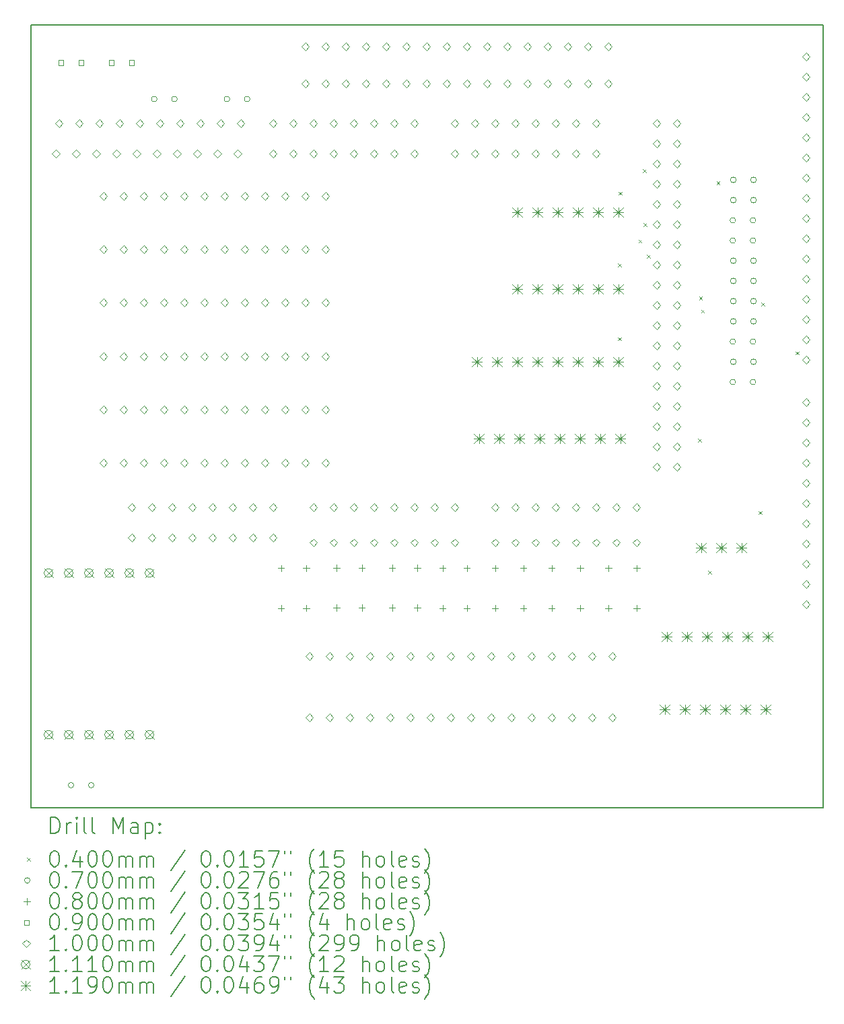
<source format=gbr>
%TF.GenerationSoftware,KiCad,Pcbnew,7.0.9*%
%TF.CreationDate,2023-12-05T18:38:24+10:00*%
%TF.ProjectId,Forward Console Input,466f7277-6172-4642-9043-6f6e736f6c65,rev?*%
%TF.SameCoordinates,Original*%
%TF.FileFunction,Drillmap*%
%TF.FilePolarity,Positive*%
%FSLAX45Y45*%
G04 Gerber Fmt 4.5, Leading zero omitted, Abs format (unit mm)*
G04 Created by KiCad (PCBNEW 7.0.9) date 2023-12-05 18:38:24*
%MOMM*%
%LPD*%
G01*
G04 APERTURE LIST*
%ADD10C,0.150000*%
%ADD11C,0.200000*%
%ADD12C,0.100000*%
%ADD13C,0.111000*%
%ADD14C,0.119000*%
G04 APERTURE END LIST*
D10*
X11524000Y-3681750D02*
X21493500Y-3681750D01*
X21493500Y-13524250D01*
X11524000Y-13524250D01*
X11524000Y-3681750D01*
D11*
D12*
X18912860Y-7610410D02*
X18952860Y-7650410D01*
X18952860Y-7610410D02*
X18912860Y-7650410D01*
X18914550Y-6681590D02*
X18954550Y-6721590D01*
X18954550Y-6681590D02*
X18914550Y-6721590D01*
X18922780Y-5781410D02*
X18962780Y-5821410D01*
X18962780Y-5781410D02*
X18922780Y-5821410D01*
X19169880Y-6381270D02*
X19209880Y-6421270D01*
X19209880Y-6381270D02*
X19169880Y-6421270D01*
X19223070Y-5496670D02*
X19263070Y-5536670D01*
X19263070Y-5496670D02*
X19223070Y-5536670D01*
X19232650Y-6174310D02*
X19272650Y-6214310D01*
X19272650Y-6174310D02*
X19232650Y-6214310D01*
X19278310Y-6574150D02*
X19318310Y-6614150D01*
X19318310Y-6574150D02*
X19278310Y-6614150D01*
X19921170Y-8881710D02*
X19961170Y-8921710D01*
X19961170Y-8881710D02*
X19921170Y-8921710D01*
X19933560Y-7094520D02*
X19973560Y-7134520D01*
X19973560Y-7094520D02*
X19933560Y-7134520D01*
X19958600Y-7261200D02*
X19998600Y-7301200D01*
X19998600Y-7261200D02*
X19958600Y-7301200D01*
X20047900Y-10542980D02*
X20087900Y-10582980D01*
X20087900Y-10542980D02*
X20047900Y-10582980D01*
X20151860Y-5649110D02*
X20191860Y-5689110D01*
X20191860Y-5649110D02*
X20151860Y-5689110D01*
X20681780Y-9793680D02*
X20721780Y-9833680D01*
X20721780Y-9793680D02*
X20681780Y-9833680D01*
X20717900Y-7173240D02*
X20757900Y-7213240D01*
X20757900Y-7173240D02*
X20717900Y-7213240D01*
X21144650Y-7786220D02*
X21184650Y-7826220D01*
X21184650Y-7786220D02*
X21144650Y-7826220D01*
X12067500Y-13238500D02*
G75*
G03*
X12067500Y-13238500I-35000J0D01*
G01*
X12321500Y-13238500D02*
G75*
G03*
X12321500Y-13238500I-35000J0D01*
G01*
X13113400Y-4615200D02*
G75*
G03*
X13113400Y-4615200I-35000J0D01*
G01*
X13367400Y-4615200D02*
G75*
G03*
X13367400Y-4615200I-35000J0D01*
G01*
X14027800Y-4615200D02*
G75*
G03*
X14027800Y-4615200I-35000J0D01*
G01*
X14281800Y-4615200D02*
G75*
G03*
X14281800Y-4615200I-35000J0D01*
G01*
X20393200Y-6139200D02*
G75*
G03*
X20393200Y-6139200I-35000J0D01*
G01*
X20393200Y-6393200D02*
G75*
G03*
X20393200Y-6393200I-35000J0D01*
G01*
X20393200Y-7663200D02*
G75*
G03*
X20393200Y-7663200I-35000J0D01*
G01*
X20393200Y-8171200D02*
G75*
G03*
X20393200Y-8171200I-35000J0D01*
G01*
X20398200Y-5631200D02*
G75*
G03*
X20398200Y-5631200I-35000J0D01*
G01*
X20398200Y-5885200D02*
G75*
G03*
X20398200Y-5885200I-35000J0D01*
G01*
X20398200Y-6647200D02*
G75*
G03*
X20398200Y-6647200I-35000J0D01*
G01*
X20398200Y-6901200D02*
G75*
G03*
X20398200Y-6901200I-35000J0D01*
G01*
X20398200Y-7155200D02*
G75*
G03*
X20398200Y-7155200I-35000J0D01*
G01*
X20398200Y-7409200D02*
G75*
G03*
X20398200Y-7409200I-35000J0D01*
G01*
X20398200Y-7917200D02*
G75*
G03*
X20398200Y-7917200I-35000J0D01*
G01*
X20647200Y-6139200D02*
G75*
G03*
X20647200Y-6139200I-35000J0D01*
G01*
X20647200Y-6393200D02*
G75*
G03*
X20647200Y-6393200I-35000J0D01*
G01*
X20647200Y-7663200D02*
G75*
G03*
X20647200Y-7663200I-35000J0D01*
G01*
X20647200Y-8171200D02*
G75*
G03*
X20647200Y-8171200I-35000J0D01*
G01*
X20652200Y-5631200D02*
G75*
G03*
X20652200Y-5631200I-35000J0D01*
G01*
X20652200Y-5885200D02*
G75*
G03*
X20652200Y-5885200I-35000J0D01*
G01*
X20652200Y-6647200D02*
G75*
G03*
X20652200Y-6647200I-35000J0D01*
G01*
X20652200Y-6901200D02*
G75*
G03*
X20652200Y-6901200I-35000J0D01*
G01*
X20652200Y-7155200D02*
G75*
G03*
X20652200Y-7155200I-35000J0D01*
G01*
X20652200Y-7409200D02*
G75*
G03*
X20652200Y-7409200I-35000J0D01*
G01*
X20652200Y-7917200D02*
G75*
G03*
X20652200Y-7917200I-35000J0D01*
G01*
X14673600Y-10472000D02*
X14673600Y-10552000D01*
X14633600Y-10512000D02*
X14713600Y-10512000D01*
X14673600Y-10972000D02*
X14673600Y-11052000D01*
X14633600Y-11012000D02*
X14713600Y-11012000D01*
X14991100Y-10472000D02*
X14991100Y-10552000D01*
X14951100Y-10512000D02*
X15031100Y-10512000D01*
X14991100Y-10972000D02*
X14991100Y-11052000D01*
X14951100Y-11012000D02*
X15031100Y-11012000D01*
X15372100Y-10468000D02*
X15372100Y-10548000D01*
X15332100Y-10508000D02*
X15412100Y-10508000D01*
X15372100Y-10968000D02*
X15372100Y-11048000D01*
X15332100Y-11008000D02*
X15412100Y-11008000D01*
X15689600Y-10468000D02*
X15689600Y-10548000D01*
X15649600Y-10508000D02*
X15729600Y-10508000D01*
X15689600Y-10968000D02*
X15689600Y-11048000D01*
X15649600Y-11008000D02*
X15729600Y-11008000D01*
X16070600Y-10468000D02*
X16070600Y-10548000D01*
X16030600Y-10508000D02*
X16110600Y-10508000D01*
X16070600Y-10968000D02*
X16070600Y-11048000D01*
X16030600Y-11008000D02*
X16110600Y-11008000D01*
X16388100Y-10468000D02*
X16388100Y-10548000D01*
X16348100Y-10508000D02*
X16428100Y-10508000D01*
X16388100Y-10968000D02*
X16388100Y-11048000D01*
X16348100Y-11008000D02*
X16428100Y-11008000D01*
X16705600Y-10472000D02*
X16705600Y-10552000D01*
X16665600Y-10512000D02*
X16745600Y-10512000D01*
X16705600Y-10972000D02*
X16705600Y-11052000D01*
X16665600Y-11012000D02*
X16745600Y-11012000D01*
X17010400Y-10472000D02*
X17010400Y-10552000D01*
X16970400Y-10512000D02*
X17050400Y-10512000D01*
X17010400Y-10972000D02*
X17010400Y-11052000D01*
X16970400Y-11012000D02*
X17050400Y-11012000D01*
X17366000Y-10472000D02*
X17366000Y-10552000D01*
X17326000Y-10512000D02*
X17406000Y-10512000D01*
X17366000Y-10972000D02*
X17366000Y-11052000D01*
X17326000Y-11012000D02*
X17406000Y-11012000D01*
X17721600Y-10472000D02*
X17721600Y-10552000D01*
X17681600Y-10512000D02*
X17761600Y-10512000D01*
X17721600Y-10972000D02*
X17721600Y-11052000D01*
X17681600Y-11012000D02*
X17761600Y-11012000D01*
X18077200Y-10472000D02*
X18077200Y-10552000D01*
X18037200Y-10512000D02*
X18117200Y-10512000D01*
X18077200Y-10972000D02*
X18077200Y-11052000D01*
X18037200Y-11012000D02*
X18117200Y-11012000D01*
X18436800Y-10472000D02*
X18436800Y-10552000D01*
X18396800Y-10512000D02*
X18476800Y-10512000D01*
X18436800Y-10972000D02*
X18436800Y-11052000D01*
X18396800Y-11012000D02*
X18476800Y-11012000D01*
X18792400Y-10472000D02*
X18792400Y-10552000D01*
X18752400Y-10512000D02*
X18832400Y-10512000D01*
X18792400Y-10972000D02*
X18792400Y-11052000D01*
X18752400Y-11012000D02*
X18832400Y-11012000D01*
X19148000Y-10472000D02*
X19148000Y-10552000D01*
X19108000Y-10512000D02*
X19188000Y-10512000D01*
X19148000Y-10972000D02*
X19148000Y-11052000D01*
X19108000Y-11012000D02*
X19188000Y-11012000D01*
X11936320Y-4189820D02*
X11936320Y-4126180D01*
X11872680Y-4126180D01*
X11872680Y-4189820D01*
X11936320Y-4189820D01*
X12190320Y-4189820D02*
X12190320Y-4126180D01*
X12126680Y-4126180D01*
X12126680Y-4189820D01*
X12190320Y-4189820D01*
X12571320Y-4189820D02*
X12571320Y-4126180D01*
X12507680Y-4126180D01*
X12507680Y-4189820D01*
X12571320Y-4189820D01*
X12825320Y-4189820D02*
X12825320Y-4126180D01*
X12761680Y-4126180D01*
X12761680Y-4189820D01*
X12825320Y-4189820D01*
X11841500Y-5351000D02*
X11891500Y-5301000D01*
X11841500Y-5251000D01*
X11791500Y-5301000D01*
X11841500Y-5351000D01*
X11879600Y-4970000D02*
X11929600Y-4920000D01*
X11879600Y-4870000D01*
X11829600Y-4920000D01*
X11879600Y-4970000D01*
X12095500Y-5351000D02*
X12145500Y-5301000D01*
X12095500Y-5251000D01*
X12045500Y-5301000D01*
X12095500Y-5351000D01*
X12133600Y-4970000D02*
X12183600Y-4920000D01*
X12133600Y-4870000D01*
X12083600Y-4920000D01*
X12133600Y-4970000D01*
X12349500Y-5351000D02*
X12399500Y-5301000D01*
X12349500Y-5251000D01*
X12299500Y-5301000D01*
X12349500Y-5351000D01*
X12387600Y-4970000D02*
X12437600Y-4920000D01*
X12387600Y-4870000D01*
X12337600Y-4920000D01*
X12387600Y-4970000D01*
X12438400Y-5884400D02*
X12488400Y-5834400D01*
X12438400Y-5784400D01*
X12388400Y-5834400D01*
X12438400Y-5884400D01*
X12438400Y-6554960D02*
X12488400Y-6504960D01*
X12438400Y-6454960D01*
X12388400Y-6504960D01*
X12438400Y-6554960D01*
X12438400Y-7225520D02*
X12488400Y-7175520D01*
X12438400Y-7125520D01*
X12388400Y-7175520D01*
X12438400Y-7225520D01*
X12438400Y-7896080D02*
X12488400Y-7846080D01*
X12438400Y-7796080D01*
X12388400Y-7846080D01*
X12438400Y-7896080D01*
X12438400Y-8566640D02*
X12488400Y-8516640D01*
X12438400Y-8466640D01*
X12388400Y-8516640D01*
X12438400Y-8566640D01*
X12438400Y-9237200D02*
X12488400Y-9187200D01*
X12438400Y-9137200D01*
X12388400Y-9187200D01*
X12438400Y-9237200D01*
X12603500Y-5351000D02*
X12653500Y-5301000D01*
X12603500Y-5251000D01*
X12553500Y-5301000D01*
X12603500Y-5351000D01*
X12641600Y-4970000D02*
X12691600Y-4920000D01*
X12641600Y-4870000D01*
X12591600Y-4920000D01*
X12641600Y-4970000D01*
X12692400Y-5884400D02*
X12742400Y-5834400D01*
X12692400Y-5784400D01*
X12642400Y-5834400D01*
X12692400Y-5884400D01*
X12692400Y-6554960D02*
X12742400Y-6504960D01*
X12692400Y-6454960D01*
X12642400Y-6504960D01*
X12692400Y-6554960D01*
X12692400Y-7225520D02*
X12742400Y-7175520D01*
X12692400Y-7125520D01*
X12642400Y-7175520D01*
X12692400Y-7225520D01*
X12692400Y-7896080D02*
X12742400Y-7846080D01*
X12692400Y-7796080D01*
X12642400Y-7846080D01*
X12692400Y-7896080D01*
X12692400Y-8566640D02*
X12742400Y-8516640D01*
X12692400Y-8466640D01*
X12642400Y-8516640D01*
X12692400Y-8566640D01*
X12692400Y-9237200D02*
X12742400Y-9187200D01*
X12692400Y-9137200D01*
X12642400Y-9187200D01*
X12692400Y-9237200D01*
X12794000Y-9796000D02*
X12844000Y-9746000D01*
X12794000Y-9696000D01*
X12744000Y-9746000D01*
X12794000Y-9796000D01*
X12794000Y-10177000D02*
X12844000Y-10127000D01*
X12794000Y-10077000D01*
X12744000Y-10127000D01*
X12794000Y-10177000D01*
X12857500Y-5351000D02*
X12907500Y-5301000D01*
X12857500Y-5251000D01*
X12807500Y-5301000D01*
X12857500Y-5351000D01*
X12895600Y-4970000D02*
X12945600Y-4920000D01*
X12895600Y-4870000D01*
X12845600Y-4920000D01*
X12895600Y-4970000D01*
X12946400Y-5884400D02*
X12996400Y-5834400D01*
X12946400Y-5784400D01*
X12896400Y-5834400D01*
X12946400Y-5884400D01*
X12946400Y-6554960D02*
X12996400Y-6504960D01*
X12946400Y-6454960D01*
X12896400Y-6504960D01*
X12946400Y-6554960D01*
X12946400Y-7225520D02*
X12996400Y-7175520D01*
X12946400Y-7125520D01*
X12896400Y-7175520D01*
X12946400Y-7225520D01*
X12946400Y-7896080D02*
X12996400Y-7846080D01*
X12946400Y-7796080D01*
X12896400Y-7846080D01*
X12946400Y-7896080D01*
X12946400Y-8566640D02*
X12996400Y-8516640D01*
X12946400Y-8466640D01*
X12896400Y-8516640D01*
X12946400Y-8566640D01*
X12946400Y-9237200D02*
X12996400Y-9187200D01*
X12946400Y-9137200D01*
X12896400Y-9187200D01*
X12946400Y-9237200D01*
X13048000Y-9796000D02*
X13098000Y-9746000D01*
X13048000Y-9696000D01*
X12998000Y-9746000D01*
X13048000Y-9796000D01*
X13048000Y-10177000D02*
X13098000Y-10127000D01*
X13048000Y-10077000D01*
X12998000Y-10127000D01*
X13048000Y-10177000D01*
X13111500Y-5351000D02*
X13161500Y-5301000D01*
X13111500Y-5251000D01*
X13061500Y-5301000D01*
X13111500Y-5351000D01*
X13149600Y-4970000D02*
X13199600Y-4920000D01*
X13149600Y-4870000D01*
X13099600Y-4920000D01*
X13149600Y-4970000D01*
X13200400Y-5884400D02*
X13250400Y-5834400D01*
X13200400Y-5784400D01*
X13150400Y-5834400D01*
X13200400Y-5884400D01*
X13200400Y-6554960D02*
X13250400Y-6504960D01*
X13200400Y-6454960D01*
X13150400Y-6504960D01*
X13200400Y-6554960D01*
X13200400Y-7225520D02*
X13250400Y-7175520D01*
X13200400Y-7125520D01*
X13150400Y-7175520D01*
X13200400Y-7225520D01*
X13200400Y-7896080D02*
X13250400Y-7846080D01*
X13200400Y-7796080D01*
X13150400Y-7846080D01*
X13200400Y-7896080D01*
X13200400Y-8566640D02*
X13250400Y-8516640D01*
X13200400Y-8466640D01*
X13150400Y-8516640D01*
X13200400Y-8566640D01*
X13200400Y-9237200D02*
X13250400Y-9187200D01*
X13200400Y-9137200D01*
X13150400Y-9187200D01*
X13200400Y-9237200D01*
X13302000Y-9796000D02*
X13352000Y-9746000D01*
X13302000Y-9696000D01*
X13252000Y-9746000D01*
X13302000Y-9796000D01*
X13302000Y-10177000D02*
X13352000Y-10127000D01*
X13302000Y-10077000D01*
X13252000Y-10127000D01*
X13302000Y-10177000D01*
X13365500Y-5351000D02*
X13415500Y-5301000D01*
X13365500Y-5251000D01*
X13315500Y-5301000D01*
X13365500Y-5351000D01*
X13403600Y-4970000D02*
X13453600Y-4920000D01*
X13403600Y-4870000D01*
X13353600Y-4920000D01*
X13403600Y-4970000D01*
X13454400Y-5884400D02*
X13504400Y-5834400D01*
X13454400Y-5784400D01*
X13404400Y-5834400D01*
X13454400Y-5884400D01*
X13454400Y-6554960D02*
X13504400Y-6504960D01*
X13454400Y-6454960D01*
X13404400Y-6504960D01*
X13454400Y-6554960D01*
X13454400Y-7225520D02*
X13504400Y-7175520D01*
X13454400Y-7125520D01*
X13404400Y-7175520D01*
X13454400Y-7225520D01*
X13454400Y-7896080D02*
X13504400Y-7846080D01*
X13454400Y-7796080D01*
X13404400Y-7846080D01*
X13454400Y-7896080D01*
X13454400Y-8566640D02*
X13504400Y-8516640D01*
X13454400Y-8466640D01*
X13404400Y-8516640D01*
X13454400Y-8566640D01*
X13454400Y-9237200D02*
X13504400Y-9187200D01*
X13454400Y-9137200D01*
X13404400Y-9187200D01*
X13454400Y-9237200D01*
X13556000Y-9796000D02*
X13606000Y-9746000D01*
X13556000Y-9696000D01*
X13506000Y-9746000D01*
X13556000Y-9796000D01*
X13556000Y-10177000D02*
X13606000Y-10127000D01*
X13556000Y-10077000D01*
X13506000Y-10127000D01*
X13556000Y-10177000D01*
X13619500Y-5351000D02*
X13669500Y-5301000D01*
X13619500Y-5251000D01*
X13569500Y-5301000D01*
X13619500Y-5351000D01*
X13657600Y-4970000D02*
X13707600Y-4920000D01*
X13657600Y-4870000D01*
X13607600Y-4920000D01*
X13657600Y-4970000D01*
X13708400Y-5884400D02*
X13758400Y-5834400D01*
X13708400Y-5784400D01*
X13658400Y-5834400D01*
X13708400Y-5884400D01*
X13708400Y-6554960D02*
X13758400Y-6504960D01*
X13708400Y-6454960D01*
X13658400Y-6504960D01*
X13708400Y-6554960D01*
X13708400Y-7225520D02*
X13758400Y-7175520D01*
X13708400Y-7125520D01*
X13658400Y-7175520D01*
X13708400Y-7225520D01*
X13708400Y-7896080D02*
X13758400Y-7846080D01*
X13708400Y-7796080D01*
X13658400Y-7846080D01*
X13708400Y-7896080D01*
X13708400Y-8566640D02*
X13758400Y-8516640D01*
X13708400Y-8466640D01*
X13658400Y-8516640D01*
X13708400Y-8566640D01*
X13708400Y-9237200D02*
X13758400Y-9187200D01*
X13708400Y-9137200D01*
X13658400Y-9187200D01*
X13708400Y-9237200D01*
X13810000Y-9796000D02*
X13860000Y-9746000D01*
X13810000Y-9696000D01*
X13760000Y-9746000D01*
X13810000Y-9796000D01*
X13810000Y-10177000D02*
X13860000Y-10127000D01*
X13810000Y-10077000D01*
X13760000Y-10127000D01*
X13810000Y-10177000D01*
X13873500Y-5351000D02*
X13923500Y-5301000D01*
X13873500Y-5251000D01*
X13823500Y-5301000D01*
X13873500Y-5351000D01*
X13911600Y-4970000D02*
X13961600Y-4920000D01*
X13911600Y-4870000D01*
X13861600Y-4920000D01*
X13911600Y-4970000D01*
X13962400Y-5884400D02*
X14012400Y-5834400D01*
X13962400Y-5784400D01*
X13912400Y-5834400D01*
X13962400Y-5884400D01*
X13962400Y-6554960D02*
X14012400Y-6504960D01*
X13962400Y-6454960D01*
X13912400Y-6504960D01*
X13962400Y-6554960D01*
X13962400Y-7225520D02*
X14012400Y-7175520D01*
X13962400Y-7125520D01*
X13912400Y-7175520D01*
X13962400Y-7225520D01*
X13962400Y-7896080D02*
X14012400Y-7846080D01*
X13962400Y-7796080D01*
X13912400Y-7846080D01*
X13962400Y-7896080D01*
X13962400Y-8566640D02*
X14012400Y-8516640D01*
X13962400Y-8466640D01*
X13912400Y-8516640D01*
X13962400Y-8566640D01*
X13962400Y-9237200D02*
X14012400Y-9187200D01*
X13962400Y-9137200D01*
X13912400Y-9187200D01*
X13962400Y-9237200D01*
X14064000Y-9796000D02*
X14114000Y-9746000D01*
X14064000Y-9696000D01*
X14014000Y-9746000D01*
X14064000Y-9796000D01*
X14064000Y-10177000D02*
X14114000Y-10127000D01*
X14064000Y-10077000D01*
X14014000Y-10127000D01*
X14064000Y-10177000D01*
X14127500Y-5351000D02*
X14177500Y-5301000D01*
X14127500Y-5251000D01*
X14077500Y-5301000D01*
X14127500Y-5351000D01*
X14165600Y-4970000D02*
X14215600Y-4920000D01*
X14165600Y-4870000D01*
X14115600Y-4920000D01*
X14165600Y-4970000D01*
X14216400Y-5884400D02*
X14266400Y-5834400D01*
X14216400Y-5784400D01*
X14166400Y-5834400D01*
X14216400Y-5884400D01*
X14216400Y-6554960D02*
X14266400Y-6504960D01*
X14216400Y-6454960D01*
X14166400Y-6504960D01*
X14216400Y-6554960D01*
X14216400Y-7225520D02*
X14266400Y-7175520D01*
X14216400Y-7125520D01*
X14166400Y-7175520D01*
X14216400Y-7225520D01*
X14216400Y-7896080D02*
X14266400Y-7846080D01*
X14216400Y-7796080D01*
X14166400Y-7846080D01*
X14216400Y-7896080D01*
X14216400Y-8566640D02*
X14266400Y-8516640D01*
X14216400Y-8466640D01*
X14166400Y-8516640D01*
X14216400Y-8566640D01*
X14216400Y-9237200D02*
X14266400Y-9187200D01*
X14216400Y-9137200D01*
X14166400Y-9187200D01*
X14216400Y-9237200D01*
X14318000Y-9796000D02*
X14368000Y-9746000D01*
X14318000Y-9696000D01*
X14268000Y-9746000D01*
X14318000Y-9796000D01*
X14318000Y-10177000D02*
X14368000Y-10127000D01*
X14318000Y-10077000D01*
X14268000Y-10127000D01*
X14318000Y-10177000D01*
X14470400Y-5884400D02*
X14520400Y-5834400D01*
X14470400Y-5784400D01*
X14420400Y-5834400D01*
X14470400Y-5884400D01*
X14470400Y-6554960D02*
X14520400Y-6504960D01*
X14470400Y-6454960D01*
X14420400Y-6504960D01*
X14470400Y-6554960D01*
X14470400Y-7225520D02*
X14520400Y-7175520D01*
X14470400Y-7125520D01*
X14420400Y-7175520D01*
X14470400Y-7225520D01*
X14470400Y-7896080D02*
X14520400Y-7846080D01*
X14470400Y-7796080D01*
X14420400Y-7846080D01*
X14470400Y-7896080D01*
X14470400Y-8566640D02*
X14520400Y-8516640D01*
X14470400Y-8466640D01*
X14420400Y-8516640D01*
X14470400Y-8566640D01*
X14470400Y-9237200D02*
X14520400Y-9187200D01*
X14470400Y-9137200D01*
X14420400Y-9187200D01*
X14470400Y-9237200D01*
X14572000Y-4970000D02*
X14622000Y-4920000D01*
X14572000Y-4870000D01*
X14522000Y-4920000D01*
X14572000Y-4970000D01*
X14572000Y-5351000D02*
X14622000Y-5301000D01*
X14572000Y-5251000D01*
X14522000Y-5301000D01*
X14572000Y-5351000D01*
X14572000Y-9796000D02*
X14622000Y-9746000D01*
X14572000Y-9696000D01*
X14522000Y-9746000D01*
X14572000Y-9796000D01*
X14572000Y-10177000D02*
X14622000Y-10127000D01*
X14572000Y-10077000D01*
X14522000Y-10127000D01*
X14572000Y-10177000D01*
X14724400Y-5884400D02*
X14774400Y-5834400D01*
X14724400Y-5784400D01*
X14674400Y-5834400D01*
X14724400Y-5884400D01*
X14724400Y-6554960D02*
X14774400Y-6504960D01*
X14724400Y-6454960D01*
X14674400Y-6504960D01*
X14724400Y-6554960D01*
X14724400Y-7225520D02*
X14774400Y-7175520D01*
X14724400Y-7125520D01*
X14674400Y-7175520D01*
X14724400Y-7225520D01*
X14724400Y-7896080D02*
X14774400Y-7846080D01*
X14724400Y-7796080D01*
X14674400Y-7846080D01*
X14724400Y-7896080D01*
X14724400Y-8566640D02*
X14774400Y-8516640D01*
X14724400Y-8466640D01*
X14674400Y-8516640D01*
X14724400Y-8566640D01*
X14724400Y-9237200D02*
X14774400Y-9187200D01*
X14724400Y-9137200D01*
X14674400Y-9187200D01*
X14724400Y-9237200D01*
X14826000Y-4970000D02*
X14876000Y-4920000D01*
X14826000Y-4870000D01*
X14776000Y-4920000D01*
X14826000Y-4970000D01*
X14826000Y-5351000D02*
X14876000Y-5301000D01*
X14826000Y-5251000D01*
X14776000Y-5301000D01*
X14826000Y-5351000D01*
X14978400Y-4004800D02*
X15028400Y-3954800D01*
X14978400Y-3904800D01*
X14928400Y-3954800D01*
X14978400Y-4004800D01*
X14978400Y-4469800D02*
X15028400Y-4419800D01*
X14978400Y-4369800D01*
X14928400Y-4419800D01*
X14978400Y-4469800D01*
X14978400Y-5884400D02*
X15028400Y-5834400D01*
X14978400Y-5784400D01*
X14928400Y-5834400D01*
X14978400Y-5884400D01*
X14978400Y-6554960D02*
X15028400Y-6504960D01*
X14978400Y-6454960D01*
X14928400Y-6504960D01*
X14978400Y-6554960D01*
X14978400Y-7225520D02*
X15028400Y-7175520D01*
X14978400Y-7125520D01*
X14928400Y-7175520D01*
X14978400Y-7225520D01*
X14978400Y-7896080D02*
X15028400Y-7846080D01*
X14978400Y-7796080D01*
X14928400Y-7846080D01*
X14978400Y-7896080D01*
X14978400Y-8566640D02*
X15028400Y-8516640D01*
X14978400Y-8466640D01*
X14928400Y-8516640D01*
X14978400Y-8566640D01*
X14978400Y-9237200D02*
X15028400Y-9187200D01*
X14978400Y-9137200D01*
X14928400Y-9187200D01*
X14978400Y-9237200D01*
X15029200Y-11667800D02*
X15079200Y-11617800D01*
X15029200Y-11567800D01*
X14979200Y-11617800D01*
X15029200Y-11667800D01*
X15029200Y-12437600D02*
X15079200Y-12387600D01*
X15029200Y-12337600D01*
X14979200Y-12387600D01*
X15029200Y-12437600D01*
X15080000Y-4970000D02*
X15130000Y-4920000D01*
X15080000Y-4870000D01*
X15030000Y-4920000D01*
X15080000Y-4970000D01*
X15080000Y-5351000D02*
X15130000Y-5301000D01*
X15080000Y-5251000D01*
X15030000Y-5301000D01*
X15080000Y-5351000D01*
X15080000Y-9796000D02*
X15130000Y-9746000D01*
X15080000Y-9696000D01*
X15030000Y-9746000D01*
X15080000Y-9796000D01*
X15080000Y-10240500D02*
X15130000Y-10190500D01*
X15080000Y-10140500D01*
X15030000Y-10190500D01*
X15080000Y-10240500D01*
X15232400Y-4004800D02*
X15282400Y-3954800D01*
X15232400Y-3904800D01*
X15182400Y-3954800D01*
X15232400Y-4004800D01*
X15232400Y-4469800D02*
X15282400Y-4419800D01*
X15232400Y-4369800D01*
X15182400Y-4419800D01*
X15232400Y-4469800D01*
X15232400Y-5884400D02*
X15282400Y-5834400D01*
X15232400Y-5784400D01*
X15182400Y-5834400D01*
X15232400Y-5884400D01*
X15232400Y-6554960D02*
X15282400Y-6504960D01*
X15232400Y-6454960D01*
X15182400Y-6504960D01*
X15232400Y-6554960D01*
X15232400Y-7225520D02*
X15282400Y-7175520D01*
X15232400Y-7125520D01*
X15182400Y-7175520D01*
X15232400Y-7225520D01*
X15232400Y-7896080D02*
X15282400Y-7846080D01*
X15232400Y-7796080D01*
X15182400Y-7846080D01*
X15232400Y-7896080D01*
X15232400Y-8566640D02*
X15282400Y-8516640D01*
X15232400Y-8466640D01*
X15182400Y-8516640D01*
X15232400Y-8566640D01*
X15232400Y-9237200D02*
X15282400Y-9187200D01*
X15232400Y-9137200D01*
X15182400Y-9187200D01*
X15232400Y-9237200D01*
X15283200Y-11667800D02*
X15333200Y-11617800D01*
X15283200Y-11567800D01*
X15233200Y-11617800D01*
X15283200Y-11667800D01*
X15283200Y-12437600D02*
X15333200Y-12387600D01*
X15283200Y-12337600D01*
X15233200Y-12387600D01*
X15283200Y-12437600D01*
X15334000Y-4970000D02*
X15384000Y-4920000D01*
X15334000Y-4870000D01*
X15284000Y-4920000D01*
X15334000Y-4970000D01*
X15334000Y-5351000D02*
X15384000Y-5301000D01*
X15334000Y-5251000D01*
X15284000Y-5301000D01*
X15334000Y-5351000D01*
X15334000Y-9796000D02*
X15384000Y-9746000D01*
X15334000Y-9696000D01*
X15284000Y-9746000D01*
X15334000Y-9796000D01*
X15334000Y-10240500D02*
X15384000Y-10190500D01*
X15334000Y-10140500D01*
X15284000Y-10190500D01*
X15334000Y-10240500D01*
X15486400Y-4004800D02*
X15536400Y-3954800D01*
X15486400Y-3904800D01*
X15436400Y-3954800D01*
X15486400Y-4004800D01*
X15486400Y-4469800D02*
X15536400Y-4419800D01*
X15486400Y-4369800D01*
X15436400Y-4419800D01*
X15486400Y-4469800D01*
X15537200Y-11667800D02*
X15587200Y-11617800D01*
X15537200Y-11567800D01*
X15487200Y-11617800D01*
X15537200Y-11667800D01*
X15537200Y-12437600D02*
X15587200Y-12387600D01*
X15537200Y-12337600D01*
X15487200Y-12387600D01*
X15537200Y-12437600D01*
X15588000Y-4970000D02*
X15638000Y-4920000D01*
X15588000Y-4870000D01*
X15538000Y-4920000D01*
X15588000Y-4970000D01*
X15588000Y-5351000D02*
X15638000Y-5301000D01*
X15588000Y-5251000D01*
X15538000Y-5301000D01*
X15588000Y-5351000D01*
X15588000Y-9796000D02*
X15638000Y-9746000D01*
X15588000Y-9696000D01*
X15538000Y-9746000D01*
X15588000Y-9796000D01*
X15588000Y-10240500D02*
X15638000Y-10190500D01*
X15588000Y-10140500D01*
X15538000Y-10190500D01*
X15588000Y-10240500D01*
X15740400Y-4004800D02*
X15790400Y-3954800D01*
X15740400Y-3904800D01*
X15690400Y-3954800D01*
X15740400Y-4004800D01*
X15740400Y-4469800D02*
X15790400Y-4419800D01*
X15740400Y-4369800D01*
X15690400Y-4419800D01*
X15740400Y-4469800D01*
X15791200Y-11667800D02*
X15841200Y-11617800D01*
X15791200Y-11567800D01*
X15741200Y-11617800D01*
X15791200Y-11667800D01*
X15791200Y-12437600D02*
X15841200Y-12387600D01*
X15791200Y-12337600D01*
X15741200Y-12387600D01*
X15791200Y-12437600D01*
X15842000Y-4970000D02*
X15892000Y-4920000D01*
X15842000Y-4870000D01*
X15792000Y-4920000D01*
X15842000Y-4970000D01*
X15842000Y-5351000D02*
X15892000Y-5301000D01*
X15842000Y-5251000D01*
X15792000Y-5301000D01*
X15842000Y-5351000D01*
X15842000Y-9796000D02*
X15892000Y-9746000D01*
X15842000Y-9696000D01*
X15792000Y-9746000D01*
X15842000Y-9796000D01*
X15842000Y-10240500D02*
X15892000Y-10190500D01*
X15842000Y-10140500D01*
X15792000Y-10190500D01*
X15842000Y-10240500D01*
X15994400Y-4004800D02*
X16044400Y-3954800D01*
X15994400Y-3904800D01*
X15944400Y-3954800D01*
X15994400Y-4004800D01*
X15994400Y-4469800D02*
X16044400Y-4419800D01*
X15994400Y-4369800D01*
X15944400Y-4419800D01*
X15994400Y-4469800D01*
X16045200Y-11667800D02*
X16095200Y-11617800D01*
X16045200Y-11567800D01*
X15995200Y-11617800D01*
X16045200Y-11667800D01*
X16045200Y-12437600D02*
X16095200Y-12387600D01*
X16045200Y-12337600D01*
X15995200Y-12387600D01*
X16045200Y-12437600D01*
X16096000Y-4970000D02*
X16146000Y-4920000D01*
X16096000Y-4870000D01*
X16046000Y-4920000D01*
X16096000Y-4970000D01*
X16096000Y-5351000D02*
X16146000Y-5301000D01*
X16096000Y-5251000D01*
X16046000Y-5301000D01*
X16096000Y-5351000D01*
X16096000Y-9796000D02*
X16146000Y-9746000D01*
X16096000Y-9696000D01*
X16046000Y-9746000D01*
X16096000Y-9796000D01*
X16096000Y-10240500D02*
X16146000Y-10190500D01*
X16096000Y-10140500D01*
X16046000Y-10190500D01*
X16096000Y-10240500D01*
X16248400Y-4004800D02*
X16298400Y-3954800D01*
X16248400Y-3904800D01*
X16198400Y-3954800D01*
X16248400Y-4004800D01*
X16248400Y-4469800D02*
X16298400Y-4419800D01*
X16248400Y-4369800D01*
X16198400Y-4419800D01*
X16248400Y-4469800D01*
X16299200Y-11667800D02*
X16349200Y-11617800D01*
X16299200Y-11567800D01*
X16249200Y-11617800D01*
X16299200Y-11667800D01*
X16299200Y-12437600D02*
X16349200Y-12387600D01*
X16299200Y-12337600D01*
X16249200Y-12387600D01*
X16299200Y-12437600D01*
X16350000Y-4970000D02*
X16400000Y-4920000D01*
X16350000Y-4870000D01*
X16300000Y-4920000D01*
X16350000Y-4970000D01*
X16350000Y-5351000D02*
X16400000Y-5301000D01*
X16350000Y-5251000D01*
X16300000Y-5301000D01*
X16350000Y-5351000D01*
X16350000Y-9796000D02*
X16400000Y-9746000D01*
X16350000Y-9696000D01*
X16300000Y-9746000D01*
X16350000Y-9796000D01*
X16350000Y-10240500D02*
X16400000Y-10190500D01*
X16350000Y-10140500D01*
X16300000Y-10190500D01*
X16350000Y-10240500D01*
X16502400Y-4004800D02*
X16552400Y-3954800D01*
X16502400Y-3904800D01*
X16452400Y-3954800D01*
X16502400Y-4004800D01*
X16502400Y-4469800D02*
X16552400Y-4419800D01*
X16502400Y-4369800D01*
X16452400Y-4419800D01*
X16502400Y-4469800D01*
X16553200Y-11667800D02*
X16603200Y-11617800D01*
X16553200Y-11567800D01*
X16503200Y-11617800D01*
X16553200Y-11667800D01*
X16553200Y-12437600D02*
X16603200Y-12387600D01*
X16553200Y-12337600D01*
X16503200Y-12387600D01*
X16553200Y-12437600D01*
X16604000Y-9796000D02*
X16654000Y-9746000D01*
X16604000Y-9696000D01*
X16554000Y-9746000D01*
X16604000Y-9796000D01*
X16604000Y-10240500D02*
X16654000Y-10190500D01*
X16604000Y-10140500D01*
X16554000Y-10190500D01*
X16604000Y-10240500D01*
X16756400Y-4004800D02*
X16806400Y-3954800D01*
X16756400Y-3904800D01*
X16706400Y-3954800D01*
X16756400Y-4004800D01*
X16756400Y-4469800D02*
X16806400Y-4419800D01*
X16756400Y-4369800D01*
X16706400Y-4419800D01*
X16756400Y-4469800D01*
X16807200Y-11667800D02*
X16857200Y-11617800D01*
X16807200Y-11567800D01*
X16757200Y-11617800D01*
X16807200Y-11667800D01*
X16807200Y-12437600D02*
X16857200Y-12387600D01*
X16807200Y-12337600D01*
X16757200Y-12387600D01*
X16807200Y-12437600D01*
X16858000Y-4970000D02*
X16908000Y-4920000D01*
X16858000Y-4870000D01*
X16808000Y-4920000D01*
X16858000Y-4970000D01*
X16858000Y-5351000D02*
X16908000Y-5301000D01*
X16858000Y-5251000D01*
X16808000Y-5301000D01*
X16858000Y-5351000D01*
X16858000Y-9796000D02*
X16908000Y-9746000D01*
X16858000Y-9696000D01*
X16808000Y-9746000D01*
X16858000Y-9796000D01*
X16858000Y-10240500D02*
X16908000Y-10190500D01*
X16858000Y-10140500D01*
X16808000Y-10190500D01*
X16858000Y-10240500D01*
X17010400Y-4004800D02*
X17060400Y-3954800D01*
X17010400Y-3904800D01*
X16960400Y-3954800D01*
X17010400Y-4004800D01*
X17010400Y-4469800D02*
X17060400Y-4419800D01*
X17010400Y-4369800D01*
X16960400Y-4419800D01*
X17010400Y-4469800D01*
X17061200Y-11667800D02*
X17111200Y-11617800D01*
X17061200Y-11567800D01*
X17011200Y-11617800D01*
X17061200Y-11667800D01*
X17061200Y-12437600D02*
X17111200Y-12387600D01*
X17061200Y-12337600D01*
X17011200Y-12387600D01*
X17061200Y-12437600D01*
X17112000Y-4970000D02*
X17162000Y-4920000D01*
X17112000Y-4870000D01*
X17062000Y-4920000D01*
X17112000Y-4970000D01*
X17112000Y-5351000D02*
X17162000Y-5301000D01*
X17112000Y-5251000D01*
X17062000Y-5301000D01*
X17112000Y-5351000D01*
X17264400Y-4004800D02*
X17314400Y-3954800D01*
X17264400Y-3904800D01*
X17214400Y-3954800D01*
X17264400Y-4004800D01*
X17264400Y-4469800D02*
X17314400Y-4419800D01*
X17264400Y-4369800D01*
X17214400Y-4419800D01*
X17264400Y-4469800D01*
X17315200Y-11667800D02*
X17365200Y-11617800D01*
X17315200Y-11567800D01*
X17265200Y-11617800D01*
X17315200Y-11667800D01*
X17315200Y-12437600D02*
X17365200Y-12387600D01*
X17315200Y-12337600D01*
X17265200Y-12387600D01*
X17315200Y-12437600D01*
X17366000Y-4970000D02*
X17416000Y-4920000D01*
X17366000Y-4870000D01*
X17316000Y-4920000D01*
X17366000Y-4970000D01*
X17366000Y-5351000D02*
X17416000Y-5301000D01*
X17366000Y-5251000D01*
X17316000Y-5301000D01*
X17366000Y-5351000D01*
X17366000Y-9796000D02*
X17416000Y-9746000D01*
X17366000Y-9696000D01*
X17316000Y-9746000D01*
X17366000Y-9796000D01*
X17366000Y-10240500D02*
X17416000Y-10190500D01*
X17366000Y-10140500D01*
X17316000Y-10190500D01*
X17366000Y-10240500D01*
X17518400Y-4004800D02*
X17568400Y-3954800D01*
X17518400Y-3904800D01*
X17468400Y-3954800D01*
X17518400Y-4004800D01*
X17518400Y-4469800D02*
X17568400Y-4419800D01*
X17518400Y-4369800D01*
X17468400Y-4419800D01*
X17518400Y-4469800D01*
X17569200Y-11667800D02*
X17619200Y-11617800D01*
X17569200Y-11567800D01*
X17519200Y-11617800D01*
X17569200Y-11667800D01*
X17569200Y-12437600D02*
X17619200Y-12387600D01*
X17569200Y-12337600D01*
X17519200Y-12387600D01*
X17569200Y-12437600D01*
X17620000Y-4970000D02*
X17670000Y-4920000D01*
X17620000Y-4870000D01*
X17570000Y-4920000D01*
X17620000Y-4970000D01*
X17620000Y-5351000D02*
X17670000Y-5301000D01*
X17620000Y-5251000D01*
X17570000Y-5301000D01*
X17620000Y-5351000D01*
X17620000Y-9796000D02*
X17670000Y-9746000D01*
X17620000Y-9696000D01*
X17570000Y-9746000D01*
X17620000Y-9796000D01*
X17620000Y-10240500D02*
X17670000Y-10190500D01*
X17620000Y-10140500D01*
X17570000Y-10190500D01*
X17620000Y-10240500D01*
X17772400Y-4004800D02*
X17822400Y-3954800D01*
X17772400Y-3904800D01*
X17722400Y-3954800D01*
X17772400Y-4004800D01*
X17772400Y-4469800D02*
X17822400Y-4419800D01*
X17772400Y-4369800D01*
X17722400Y-4419800D01*
X17772400Y-4469800D01*
X17823200Y-11667800D02*
X17873200Y-11617800D01*
X17823200Y-11567800D01*
X17773200Y-11617800D01*
X17823200Y-11667800D01*
X17823200Y-12437600D02*
X17873200Y-12387600D01*
X17823200Y-12337600D01*
X17773200Y-12387600D01*
X17823200Y-12437600D01*
X17874000Y-4970000D02*
X17924000Y-4920000D01*
X17874000Y-4870000D01*
X17824000Y-4920000D01*
X17874000Y-4970000D01*
X17874000Y-5351000D02*
X17924000Y-5301000D01*
X17874000Y-5251000D01*
X17824000Y-5301000D01*
X17874000Y-5351000D01*
X17874000Y-9796000D02*
X17924000Y-9746000D01*
X17874000Y-9696000D01*
X17824000Y-9746000D01*
X17874000Y-9796000D01*
X17874000Y-10240500D02*
X17924000Y-10190500D01*
X17874000Y-10140500D01*
X17824000Y-10190500D01*
X17874000Y-10240500D01*
X18026400Y-4004800D02*
X18076400Y-3954800D01*
X18026400Y-3904800D01*
X17976400Y-3954800D01*
X18026400Y-4004800D01*
X18026400Y-4469800D02*
X18076400Y-4419800D01*
X18026400Y-4369800D01*
X17976400Y-4419800D01*
X18026400Y-4469800D01*
X18077200Y-11667800D02*
X18127200Y-11617800D01*
X18077200Y-11567800D01*
X18027200Y-11617800D01*
X18077200Y-11667800D01*
X18077200Y-12437600D02*
X18127200Y-12387600D01*
X18077200Y-12337600D01*
X18027200Y-12387600D01*
X18077200Y-12437600D01*
X18128000Y-4970000D02*
X18178000Y-4920000D01*
X18128000Y-4870000D01*
X18078000Y-4920000D01*
X18128000Y-4970000D01*
X18128000Y-5351000D02*
X18178000Y-5301000D01*
X18128000Y-5251000D01*
X18078000Y-5301000D01*
X18128000Y-5351000D01*
X18128000Y-9796000D02*
X18178000Y-9746000D01*
X18128000Y-9696000D01*
X18078000Y-9746000D01*
X18128000Y-9796000D01*
X18128000Y-10240500D02*
X18178000Y-10190500D01*
X18128000Y-10140500D01*
X18078000Y-10190500D01*
X18128000Y-10240500D01*
X18280400Y-4004800D02*
X18330400Y-3954800D01*
X18280400Y-3904800D01*
X18230400Y-3954800D01*
X18280400Y-4004800D01*
X18280400Y-4469800D02*
X18330400Y-4419800D01*
X18280400Y-4369800D01*
X18230400Y-4419800D01*
X18280400Y-4469800D01*
X18331200Y-11667800D02*
X18381200Y-11617800D01*
X18331200Y-11567800D01*
X18281200Y-11617800D01*
X18331200Y-11667800D01*
X18331200Y-12437600D02*
X18381200Y-12387600D01*
X18331200Y-12337600D01*
X18281200Y-12387600D01*
X18331200Y-12437600D01*
X18382000Y-4970000D02*
X18432000Y-4920000D01*
X18382000Y-4870000D01*
X18332000Y-4920000D01*
X18382000Y-4970000D01*
X18382000Y-5351000D02*
X18432000Y-5301000D01*
X18382000Y-5251000D01*
X18332000Y-5301000D01*
X18382000Y-5351000D01*
X18382000Y-9796000D02*
X18432000Y-9746000D01*
X18382000Y-9696000D01*
X18332000Y-9746000D01*
X18382000Y-9796000D01*
X18382000Y-10240500D02*
X18432000Y-10190500D01*
X18382000Y-10140500D01*
X18332000Y-10190500D01*
X18382000Y-10240500D01*
X18534400Y-4004800D02*
X18584400Y-3954800D01*
X18534400Y-3904800D01*
X18484400Y-3954800D01*
X18534400Y-4004800D01*
X18534400Y-4469800D02*
X18584400Y-4419800D01*
X18534400Y-4369800D01*
X18484400Y-4419800D01*
X18534400Y-4469800D01*
X18585200Y-11667800D02*
X18635200Y-11617800D01*
X18585200Y-11567800D01*
X18535200Y-11617800D01*
X18585200Y-11667800D01*
X18585200Y-12437600D02*
X18635200Y-12387600D01*
X18585200Y-12337600D01*
X18535200Y-12387600D01*
X18585200Y-12437600D01*
X18636000Y-4970000D02*
X18686000Y-4920000D01*
X18636000Y-4870000D01*
X18586000Y-4920000D01*
X18636000Y-4970000D01*
X18636000Y-5351000D02*
X18686000Y-5301000D01*
X18636000Y-5251000D01*
X18586000Y-5301000D01*
X18636000Y-5351000D01*
X18636000Y-9796000D02*
X18686000Y-9746000D01*
X18636000Y-9696000D01*
X18586000Y-9746000D01*
X18636000Y-9796000D01*
X18636000Y-10240500D02*
X18686000Y-10190500D01*
X18636000Y-10140500D01*
X18586000Y-10190500D01*
X18636000Y-10240500D01*
X18788400Y-4004800D02*
X18838400Y-3954800D01*
X18788400Y-3904800D01*
X18738400Y-3954800D01*
X18788400Y-4004800D01*
X18788400Y-4469800D02*
X18838400Y-4419800D01*
X18788400Y-4369800D01*
X18738400Y-4419800D01*
X18788400Y-4469800D01*
X18839200Y-11667800D02*
X18889200Y-11617800D01*
X18839200Y-11567800D01*
X18789200Y-11617800D01*
X18839200Y-11667800D01*
X18839200Y-12437600D02*
X18889200Y-12387600D01*
X18839200Y-12337600D01*
X18789200Y-12387600D01*
X18839200Y-12437600D01*
X18890000Y-9796000D02*
X18940000Y-9746000D01*
X18890000Y-9696000D01*
X18840000Y-9746000D01*
X18890000Y-9796000D01*
X18890000Y-10240500D02*
X18940000Y-10190500D01*
X18890000Y-10140500D01*
X18840000Y-10190500D01*
X18890000Y-10240500D01*
X19144000Y-9796000D02*
X19194000Y-9746000D01*
X19144000Y-9696000D01*
X19094000Y-9746000D01*
X19144000Y-9796000D01*
X19144000Y-10240500D02*
X19194000Y-10190500D01*
X19144000Y-10140500D01*
X19094000Y-10190500D01*
X19144000Y-10240500D01*
X19398000Y-4970000D02*
X19448000Y-4920000D01*
X19398000Y-4870000D01*
X19348000Y-4920000D01*
X19398000Y-4970000D01*
X19398000Y-5224000D02*
X19448000Y-5174000D01*
X19398000Y-5124000D01*
X19348000Y-5174000D01*
X19398000Y-5224000D01*
X19398000Y-5478000D02*
X19448000Y-5428000D01*
X19398000Y-5378000D01*
X19348000Y-5428000D01*
X19398000Y-5478000D01*
X19398000Y-5732000D02*
X19448000Y-5682000D01*
X19398000Y-5632000D01*
X19348000Y-5682000D01*
X19398000Y-5732000D01*
X19398000Y-5986000D02*
X19448000Y-5936000D01*
X19398000Y-5886000D01*
X19348000Y-5936000D01*
X19398000Y-5986000D01*
X19398000Y-6240000D02*
X19448000Y-6190000D01*
X19398000Y-6140000D01*
X19348000Y-6190000D01*
X19398000Y-6240000D01*
X19398000Y-6494000D02*
X19448000Y-6444000D01*
X19398000Y-6394000D01*
X19348000Y-6444000D01*
X19398000Y-6494000D01*
X19398000Y-6748000D02*
X19448000Y-6698000D01*
X19398000Y-6648000D01*
X19348000Y-6698000D01*
X19398000Y-6748000D01*
X19398000Y-7002000D02*
X19448000Y-6952000D01*
X19398000Y-6902000D01*
X19348000Y-6952000D01*
X19398000Y-7002000D01*
X19398000Y-7256000D02*
X19448000Y-7206000D01*
X19398000Y-7156000D01*
X19348000Y-7206000D01*
X19398000Y-7256000D01*
X19398000Y-7510000D02*
X19448000Y-7460000D01*
X19398000Y-7410000D01*
X19348000Y-7460000D01*
X19398000Y-7510000D01*
X19398000Y-7764000D02*
X19448000Y-7714000D01*
X19398000Y-7664000D01*
X19348000Y-7714000D01*
X19398000Y-7764000D01*
X19398000Y-8018000D02*
X19448000Y-7968000D01*
X19398000Y-7918000D01*
X19348000Y-7968000D01*
X19398000Y-8018000D01*
X19398000Y-8272000D02*
X19448000Y-8222000D01*
X19398000Y-8172000D01*
X19348000Y-8222000D01*
X19398000Y-8272000D01*
X19398000Y-8526000D02*
X19448000Y-8476000D01*
X19398000Y-8426000D01*
X19348000Y-8476000D01*
X19398000Y-8526000D01*
X19398000Y-8780000D02*
X19448000Y-8730000D01*
X19398000Y-8680000D01*
X19348000Y-8730000D01*
X19398000Y-8780000D01*
X19398000Y-9034000D02*
X19448000Y-8984000D01*
X19398000Y-8934000D01*
X19348000Y-8984000D01*
X19398000Y-9034000D01*
X19398000Y-9288000D02*
X19448000Y-9238000D01*
X19398000Y-9188000D01*
X19348000Y-9238000D01*
X19398000Y-9288000D01*
X19652000Y-4970000D02*
X19702000Y-4920000D01*
X19652000Y-4870000D01*
X19602000Y-4920000D01*
X19652000Y-4970000D01*
X19652000Y-5224000D02*
X19702000Y-5174000D01*
X19652000Y-5124000D01*
X19602000Y-5174000D01*
X19652000Y-5224000D01*
X19652000Y-5478000D02*
X19702000Y-5428000D01*
X19652000Y-5378000D01*
X19602000Y-5428000D01*
X19652000Y-5478000D01*
X19652000Y-5732000D02*
X19702000Y-5682000D01*
X19652000Y-5632000D01*
X19602000Y-5682000D01*
X19652000Y-5732000D01*
X19652000Y-5986000D02*
X19702000Y-5936000D01*
X19652000Y-5886000D01*
X19602000Y-5936000D01*
X19652000Y-5986000D01*
X19652000Y-6240000D02*
X19702000Y-6190000D01*
X19652000Y-6140000D01*
X19602000Y-6190000D01*
X19652000Y-6240000D01*
X19652000Y-6494000D02*
X19702000Y-6444000D01*
X19652000Y-6394000D01*
X19602000Y-6444000D01*
X19652000Y-6494000D01*
X19652000Y-6748000D02*
X19702000Y-6698000D01*
X19652000Y-6648000D01*
X19602000Y-6698000D01*
X19652000Y-6748000D01*
X19652000Y-7002000D02*
X19702000Y-6952000D01*
X19652000Y-6902000D01*
X19602000Y-6952000D01*
X19652000Y-7002000D01*
X19652000Y-7256000D02*
X19702000Y-7206000D01*
X19652000Y-7156000D01*
X19602000Y-7206000D01*
X19652000Y-7256000D01*
X19652000Y-7510000D02*
X19702000Y-7460000D01*
X19652000Y-7410000D01*
X19602000Y-7460000D01*
X19652000Y-7510000D01*
X19652000Y-7764000D02*
X19702000Y-7714000D01*
X19652000Y-7664000D01*
X19602000Y-7714000D01*
X19652000Y-7764000D01*
X19652000Y-8018000D02*
X19702000Y-7968000D01*
X19652000Y-7918000D01*
X19602000Y-7968000D01*
X19652000Y-8018000D01*
X19652000Y-8272000D02*
X19702000Y-8222000D01*
X19652000Y-8172000D01*
X19602000Y-8222000D01*
X19652000Y-8272000D01*
X19652000Y-8526000D02*
X19702000Y-8476000D01*
X19652000Y-8426000D01*
X19602000Y-8476000D01*
X19652000Y-8526000D01*
X19652000Y-8780000D02*
X19702000Y-8730000D01*
X19652000Y-8680000D01*
X19602000Y-8730000D01*
X19652000Y-8780000D01*
X19652000Y-9034000D02*
X19702000Y-8984000D01*
X19652000Y-8934000D01*
X19602000Y-8984000D01*
X19652000Y-9034000D01*
X19652000Y-9288000D02*
X19702000Y-9238000D01*
X19652000Y-9188000D01*
X19602000Y-9238000D01*
X19652000Y-9288000D01*
X21277600Y-4131800D02*
X21327600Y-4081800D01*
X21277600Y-4031800D01*
X21227600Y-4081800D01*
X21277600Y-4131800D01*
X21277600Y-4385800D02*
X21327600Y-4335800D01*
X21277600Y-4285800D01*
X21227600Y-4335800D01*
X21277600Y-4385800D01*
X21277600Y-4639800D02*
X21327600Y-4589800D01*
X21277600Y-4539800D01*
X21227600Y-4589800D01*
X21277600Y-4639800D01*
X21277600Y-4893800D02*
X21327600Y-4843800D01*
X21277600Y-4793800D01*
X21227600Y-4843800D01*
X21277600Y-4893800D01*
X21277600Y-5147800D02*
X21327600Y-5097800D01*
X21277600Y-5047800D01*
X21227600Y-5097800D01*
X21277600Y-5147800D01*
X21277600Y-5401800D02*
X21327600Y-5351800D01*
X21277600Y-5301800D01*
X21227600Y-5351800D01*
X21277600Y-5401800D01*
X21277600Y-5655800D02*
X21327600Y-5605800D01*
X21277600Y-5555800D01*
X21227600Y-5605800D01*
X21277600Y-5655800D01*
X21277600Y-5909800D02*
X21327600Y-5859800D01*
X21277600Y-5809800D01*
X21227600Y-5859800D01*
X21277600Y-5909800D01*
X21277600Y-6163800D02*
X21327600Y-6113800D01*
X21277600Y-6063800D01*
X21227600Y-6113800D01*
X21277600Y-6163800D01*
X21277600Y-6417800D02*
X21327600Y-6367800D01*
X21277600Y-6317800D01*
X21227600Y-6367800D01*
X21277600Y-6417800D01*
X21277600Y-6671800D02*
X21327600Y-6621800D01*
X21277600Y-6571800D01*
X21227600Y-6621800D01*
X21277600Y-6671800D01*
X21277600Y-6925800D02*
X21327600Y-6875800D01*
X21277600Y-6825800D01*
X21227600Y-6875800D01*
X21277600Y-6925800D01*
X21277600Y-7179800D02*
X21327600Y-7129800D01*
X21277600Y-7079800D01*
X21227600Y-7129800D01*
X21277600Y-7179800D01*
X21277600Y-7433800D02*
X21327600Y-7383800D01*
X21277600Y-7333800D01*
X21227600Y-7383800D01*
X21277600Y-7433800D01*
X21277600Y-7687800D02*
X21327600Y-7637800D01*
X21277600Y-7587800D01*
X21227600Y-7637800D01*
X21277600Y-7687800D01*
X21277600Y-7941800D02*
X21327600Y-7891800D01*
X21277600Y-7841800D01*
X21227600Y-7891800D01*
X21277600Y-7941800D01*
X21277600Y-8475200D02*
X21327600Y-8425200D01*
X21277600Y-8375200D01*
X21227600Y-8425200D01*
X21277600Y-8475200D01*
X21277600Y-8729200D02*
X21327600Y-8679200D01*
X21277600Y-8629200D01*
X21227600Y-8679200D01*
X21277600Y-8729200D01*
X21277600Y-8983200D02*
X21327600Y-8933200D01*
X21277600Y-8883200D01*
X21227600Y-8933200D01*
X21277600Y-8983200D01*
X21277600Y-9237200D02*
X21327600Y-9187200D01*
X21277600Y-9137200D01*
X21227600Y-9187200D01*
X21277600Y-9237200D01*
X21277600Y-9491200D02*
X21327600Y-9441200D01*
X21277600Y-9391200D01*
X21227600Y-9441200D01*
X21277600Y-9491200D01*
X21277600Y-9745200D02*
X21327600Y-9695200D01*
X21277600Y-9645200D01*
X21227600Y-9695200D01*
X21277600Y-9745200D01*
X21277600Y-9999200D02*
X21327600Y-9949200D01*
X21277600Y-9899200D01*
X21227600Y-9949200D01*
X21277600Y-9999200D01*
X21277600Y-10253200D02*
X21327600Y-10203200D01*
X21277600Y-10153200D01*
X21227600Y-10203200D01*
X21277600Y-10253200D01*
X21277600Y-10507200D02*
X21327600Y-10457200D01*
X21277600Y-10407200D01*
X21227600Y-10457200D01*
X21277600Y-10507200D01*
X21277600Y-10761200D02*
X21327600Y-10711200D01*
X21277600Y-10661200D01*
X21227600Y-10711200D01*
X21277600Y-10761200D01*
X21277600Y-11015200D02*
X21327600Y-10965200D01*
X21277600Y-10915200D01*
X21227600Y-10965200D01*
X21277600Y-11015200D01*
D13*
X11694000Y-10516000D02*
X11805000Y-10627000D01*
X11805000Y-10516000D02*
X11694000Y-10627000D01*
X11805000Y-10571500D02*
G75*
G03*
X11805000Y-10571500I-55500J0D01*
G01*
X11694000Y-12548000D02*
X11805000Y-12659000D01*
X11805000Y-12548000D02*
X11694000Y-12659000D01*
X11805000Y-12603500D02*
G75*
G03*
X11805000Y-12603500I-55500J0D01*
G01*
X11948000Y-10516000D02*
X12059000Y-10627000D01*
X12059000Y-10516000D02*
X11948000Y-10627000D01*
X12059000Y-10571500D02*
G75*
G03*
X12059000Y-10571500I-55500J0D01*
G01*
X11948000Y-12548000D02*
X12059000Y-12659000D01*
X12059000Y-12548000D02*
X11948000Y-12659000D01*
X12059000Y-12603500D02*
G75*
G03*
X12059000Y-12603500I-55500J0D01*
G01*
X12202000Y-10516000D02*
X12313000Y-10627000D01*
X12313000Y-10516000D02*
X12202000Y-10627000D01*
X12313000Y-10571500D02*
G75*
G03*
X12313000Y-10571500I-55500J0D01*
G01*
X12202000Y-12548000D02*
X12313000Y-12659000D01*
X12313000Y-12548000D02*
X12202000Y-12659000D01*
X12313000Y-12603500D02*
G75*
G03*
X12313000Y-12603500I-55500J0D01*
G01*
X12456000Y-10516000D02*
X12567000Y-10627000D01*
X12567000Y-10516000D02*
X12456000Y-10627000D01*
X12567000Y-10571500D02*
G75*
G03*
X12567000Y-10571500I-55500J0D01*
G01*
X12456000Y-12548000D02*
X12567000Y-12659000D01*
X12567000Y-12548000D02*
X12456000Y-12659000D01*
X12567000Y-12603500D02*
G75*
G03*
X12567000Y-12603500I-55500J0D01*
G01*
X12710000Y-10516000D02*
X12821000Y-10627000D01*
X12821000Y-10516000D02*
X12710000Y-10627000D01*
X12821000Y-10571500D02*
G75*
G03*
X12821000Y-10571500I-55500J0D01*
G01*
X12710000Y-12548000D02*
X12821000Y-12659000D01*
X12821000Y-12548000D02*
X12710000Y-12659000D01*
X12821000Y-12603500D02*
G75*
G03*
X12821000Y-12603500I-55500J0D01*
G01*
X12964000Y-10516000D02*
X13075000Y-10627000D01*
X13075000Y-10516000D02*
X12964000Y-10627000D01*
X13075000Y-10571500D02*
G75*
G03*
X13075000Y-10571500I-55500J0D01*
G01*
X12964000Y-12548000D02*
X13075000Y-12659000D01*
X13075000Y-12548000D02*
X12964000Y-12659000D01*
X13075000Y-12603500D02*
G75*
G03*
X13075000Y-12603500I-55500J0D01*
G01*
D14*
X17077900Y-7857700D02*
X17196900Y-7976700D01*
X17196900Y-7857700D02*
X17077900Y-7976700D01*
X17137400Y-7857700D02*
X17137400Y-7976700D01*
X17077900Y-7917200D02*
X17196900Y-7917200D01*
X17103300Y-8822900D02*
X17222300Y-8941900D01*
X17222300Y-8822900D02*
X17103300Y-8941900D01*
X17162800Y-8822900D02*
X17162800Y-8941900D01*
X17103300Y-8882400D02*
X17222300Y-8882400D01*
X17331900Y-7857700D02*
X17450900Y-7976700D01*
X17450900Y-7857700D02*
X17331900Y-7976700D01*
X17391400Y-7857700D02*
X17391400Y-7976700D01*
X17331900Y-7917200D02*
X17450900Y-7917200D01*
X17357300Y-8822900D02*
X17476300Y-8941900D01*
X17476300Y-8822900D02*
X17357300Y-8941900D01*
X17416800Y-8822900D02*
X17416800Y-8941900D01*
X17357300Y-8882400D02*
X17476300Y-8882400D01*
X17585900Y-5980100D02*
X17704900Y-6099100D01*
X17704900Y-5980100D02*
X17585900Y-6099100D01*
X17645400Y-5980100D02*
X17645400Y-6099100D01*
X17585900Y-6039600D02*
X17704900Y-6039600D01*
X17585900Y-6945300D02*
X17704900Y-7064300D01*
X17704900Y-6945300D02*
X17585900Y-7064300D01*
X17645400Y-6945300D02*
X17645400Y-7064300D01*
X17585900Y-7004800D02*
X17704900Y-7004800D01*
X17585900Y-7857700D02*
X17704900Y-7976700D01*
X17704900Y-7857700D02*
X17585900Y-7976700D01*
X17645400Y-7857700D02*
X17645400Y-7976700D01*
X17585900Y-7917200D02*
X17704900Y-7917200D01*
X17611300Y-8822900D02*
X17730300Y-8941900D01*
X17730300Y-8822900D02*
X17611300Y-8941900D01*
X17670800Y-8822900D02*
X17670800Y-8941900D01*
X17611300Y-8882400D02*
X17730300Y-8882400D01*
X17839900Y-5980100D02*
X17958900Y-6099100D01*
X17958900Y-5980100D02*
X17839900Y-6099100D01*
X17899400Y-5980100D02*
X17899400Y-6099100D01*
X17839900Y-6039600D02*
X17958900Y-6039600D01*
X17839900Y-6945300D02*
X17958900Y-7064300D01*
X17958900Y-6945300D02*
X17839900Y-7064300D01*
X17899400Y-6945300D02*
X17899400Y-7064300D01*
X17839900Y-7004800D02*
X17958900Y-7004800D01*
X17839900Y-7857700D02*
X17958900Y-7976700D01*
X17958900Y-7857700D02*
X17839900Y-7976700D01*
X17899400Y-7857700D02*
X17899400Y-7976700D01*
X17839900Y-7917200D02*
X17958900Y-7917200D01*
X17865300Y-8822900D02*
X17984300Y-8941900D01*
X17984300Y-8822900D02*
X17865300Y-8941900D01*
X17924800Y-8822900D02*
X17924800Y-8941900D01*
X17865300Y-8882400D02*
X17984300Y-8882400D01*
X18093900Y-5980100D02*
X18212900Y-6099100D01*
X18212900Y-5980100D02*
X18093900Y-6099100D01*
X18153400Y-5980100D02*
X18153400Y-6099100D01*
X18093900Y-6039600D02*
X18212900Y-6039600D01*
X18093900Y-6945300D02*
X18212900Y-7064300D01*
X18212900Y-6945300D02*
X18093900Y-7064300D01*
X18153400Y-6945300D02*
X18153400Y-7064300D01*
X18093900Y-7004800D02*
X18212900Y-7004800D01*
X18093900Y-7857700D02*
X18212900Y-7976700D01*
X18212900Y-7857700D02*
X18093900Y-7976700D01*
X18153400Y-7857700D02*
X18153400Y-7976700D01*
X18093900Y-7917200D02*
X18212900Y-7917200D01*
X18119300Y-8822900D02*
X18238300Y-8941900D01*
X18238300Y-8822900D02*
X18119300Y-8941900D01*
X18178800Y-8822900D02*
X18178800Y-8941900D01*
X18119300Y-8882400D02*
X18238300Y-8882400D01*
X18347900Y-5980100D02*
X18466900Y-6099100D01*
X18466900Y-5980100D02*
X18347900Y-6099100D01*
X18407400Y-5980100D02*
X18407400Y-6099100D01*
X18347900Y-6039600D02*
X18466900Y-6039600D01*
X18347900Y-6945300D02*
X18466900Y-7064300D01*
X18466900Y-6945300D02*
X18347900Y-7064300D01*
X18407400Y-6945300D02*
X18407400Y-7064300D01*
X18347900Y-7004800D02*
X18466900Y-7004800D01*
X18347900Y-7857700D02*
X18466900Y-7976700D01*
X18466900Y-7857700D02*
X18347900Y-7976700D01*
X18407400Y-7857700D02*
X18407400Y-7976700D01*
X18347900Y-7917200D02*
X18466900Y-7917200D01*
X18373300Y-8822900D02*
X18492300Y-8941900D01*
X18492300Y-8822900D02*
X18373300Y-8941900D01*
X18432800Y-8822900D02*
X18432800Y-8941900D01*
X18373300Y-8882400D02*
X18492300Y-8882400D01*
X18601900Y-5980100D02*
X18720900Y-6099100D01*
X18720900Y-5980100D02*
X18601900Y-6099100D01*
X18661400Y-5980100D02*
X18661400Y-6099100D01*
X18601900Y-6039600D02*
X18720900Y-6039600D01*
X18601900Y-6945300D02*
X18720900Y-7064300D01*
X18720900Y-6945300D02*
X18601900Y-7064300D01*
X18661400Y-6945300D02*
X18661400Y-7064300D01*
X18601900Y-7004800D02*
X18720900Y-7004800D01*
X18601900Y-7857700D02*
X18720900Y-7976700D01*
X18720900Y-7857700D02*
X18601900Y-7976700D01*
X18661400Y-7857700D02*
X18661400Y-7976700D01*
X18601900Y-7917200D02*
X18720900Y-7917200D01*
X18627300Y-8822900D02*
X18746300Y-8941900D01*
X18746300Y-8822900D02*
X18627300Y-8941900D01*
X18686800Y-8822900D02*
X18686800Y-8941900D01*
X18627300Y-8882400D02*
X18746300Y-8882400D01*
X18855900Y-5980100D02*
X18974900Y-6099100D01*
X18974900Y-5980100D02*
X18855900Y-6099100D01*
X18915400Y-5980100D02*
X18915400Y-6099100D01*
X18855900Y-6039600D02*
X18974900Y-6039600D01*
X18855900Y-6945300D02*
X18974900Y-7064300D01*
X18974900Y-6945300D02*
X18855900Y-7064300D01*
X18915400Y-6945300D02*
X18915400Y-7064300D01*
X18855900Y-7004800D02*
X18974900Y-7004800D01*
X18855900Y-7857700D02*
X18974900Y-7976700D01*
X18974900Y-7857700D02*
X18855900Y-7976700D01*
X18915400Y-7857700D02*
X18915400Y-7976700D01*
X18855900Y-7917200D02*
X18974900Y-7917200D01*
X18881300Y-8822900D02*
X19000300Y-8941900D01*
X19000300Y-8822900D02*
X18881300Y-8941900D01*
X18940800Y-8822900D02*
X18940800Y-8941900D01*
X18881300Y-8882400D02*
X19000300Y-8882400D01*
X19440100Y-12226500D02*
X19559100Y-12345500D01*
X19559100Y-12226500D02*
X19440100Y-12345500D01*
X19499600Y-12226500D02*
X19499600Y-12345500D01*
X19440100Y-12286000D02*
X19559100Y-12286000D01*
X19465500Y-11314100D02*
X19584500Y-11433100D01*
X19584500Y-11314100D02*
X19465500Y-11433100D01*
X19525000Y-11314100D02*
X19525000Y-11433100D01*
X19465500Y-11373600D02*
X19584500Y-11373600D01*
X19694100Y-12226500D02*
X19813100Y-12345500D01*
X19813100Y-12226500D02*
X19694100Y-12345500D01*
X19753600Y-12226500D02*
X19753600Y-12345500D01*
X19694100Y-12286000D02*
X19813100Y-12286000D01*
X19719500Y-11314100D02*
X19838500Y-11433100D01*
X19838500Y-11314100D02*
X19719500Y-11433100D01*
X19779000Y-11314100D02*
X19779000Y-11433100D01*
X19719500Y-11373600D02*
X19838500Y-11373600D01*
X19897300Y-10196500D02*
X20016300Y-10315500D01*
X20016300Y-10196500D02*
X19897300Y-10315500D01*
X19956800Y-10196500D02*
X19956800Y-10315500D01*
X19897300Y-10256000D02*
X20016300Y-10256000D01*
X19948100Y-12226500D02*
X20067100Y-12345500D01*
X20067100Y-12226500D02*
X19948100Y-12345500D01*
X20007600Y-12226500D02*
X20007600Y-12345500D01*
X19948100Y-12286000D02*
X20067100Y-12286000D01*
X19973500Y-11314100D02*
X20092500Y-11433100D01*
X20092500Y-11314100D02*
X19973500Y-11433100D01*
X20033000Y-11314100D02*
X20033000Y-11433100D01*
X19973500Y-11373600D02*
X20092500Y-11373600D01*
X20151300Y-10196500D02*
X20270300Y-10315500D01*
X20270300Y-10196500D02*
X20151300Y-10315500D01*
X20210800Y-10196500D02*
X20210800Y-10315500D01*
X20151300Y-10256000D02*
X20270300Y-10256000D01*
X20202100Y-12226500D02*
X20321100Y-12345500D01*
X20321100Y-12226500D02*
X20202100Y-12345500D01*
X20261600Y-12226500D02*
X20261600Y-12345500D01*
X20202100Y-12286000D02*
X20321100Y-12286000D01*
X20227500Y-11314100D02*
X20346500Y-11433100D01*
X20346500Y-11314100D02*
X20227500Y-11433100D01*
X20287000Y-11314100D02*
X20287000Y-11433100D01*
X20227500Y-11373600D02*
X20346500Y-11373600D01*
X20405300Y-10196500D02*
X20524300Y-10315500D01*
X20524300Y-10196500D02*
X20405300Y-10315500D01*
X20464800Y-10196500D02*
X20464800Y-10315500D01*
X20405300Y-10256000D02*
X20524300Y-10256000D01*
X20456100Y-12226500D02*
X20575100Y-12345500D01*
X20575100Y-12226500D02*
X20456100Y-12345500D01*
X20515600Y-12226500D02*
X20515600Y-12345500D01*
X20456100Y-12286000D02*
X20575100Y-12286000D01*
X20481500Y-11314100D02*
X20600500Y-11433100D01*
X20600500Y-11314100D02*
X20481500Y-11433100D01*
X20541000Y-11314100D02*
X20541000Y-11433100D01*
X20481500Y-11373600D02*
X20600500Y-11373600D01*
X20710100Y-12226500D02*
X20829100Y-12345500D01*
X20829100Y-12226500D02*
X20710100Y-12345500D01*
X20769600Y-12226500D02*
X20769600Y-12345500D01*
X20710100Y-12286000D02*
X20829100Y-12286000D01*
X20735500Y-11314100D02*
X20854500Y-11433100D01*
X20854500Y-11314100D02*
X20735500Y-11433100D01*
X20795000Y-11314100D02*
X20795000Y-11433100D01*
X20735500Y-11373600D02*
X20854500Y-11373600D01*
D11*
X11777277Y-13843234D02*
X11777277Y-13643234D01*
X11777277Y-13643234D02*
X11824896Y-13643234D01*
X11824896Y-13643234D02*
X11853467Y-13652758D01*
X11853467Y-13652758D02*
X11872515Y-13671805D01*
X11872515Y-13671805D02*
X11882039Y-13690853D01*
X11882039Y-13690853D02*
X11891562Y-13728948D01*
X11891562Y-13728948D02*
X11891562Y-13757519D01*
X11891562Y-13757519D02*
X11882039Y-13795615D01*
X11882039Y-13795615D02*
X11872515Y-13814662D01*
X11872515Y-13814662D02*
X11853467Y-13833710D01*
X11853467Y-13833710D02*
X11824896Y-13843234D01*
X11824896Y-13843234D02*
X11777277Y-13843234D01*
X11977277Y-13843234D02*
X11977277Y-13709900D01*
X11977277Y-13747996D02*
X11986801Y-13728948D01*
X11986801Y-13728948D02*
X11996324Y-13719424D01*
X11996324Y-13719424D02*
X12015372Y-13709900D01*
X12015372Y-13709900D02*
X12034420Y-13709900D01*
X12101086Y-13843234D02*
X12101086Y-13709900D01*
X12101086Y-13643234D02*
X12091562Y-13652758D01*
X12091562Y-13652758D02*
X12101086Y-13662281D01*
X12101086Y-13662281D02*
X12110610Y-13652758D01*
X12110610Y-13652758D02*
X12101086Y-13643234D01*
X12101086Y-13643234D02*
X12101086Y-13662281D01*
X12224896Y-13843234D02*
X12205848Y-13833710D01*
X12205848Y-13833710D02*
X12196324Y-13814662D01*
X12196324Y-13814662D02*
X12196324Y-13643234D01*
X12329658Y-13843234D02*
X12310610Y-13833710D01*
X12310610Y-13833710D02*
X12301086Y-13814662D01*
X12301086Y-13814662D02*
X12301086Y-13643234D01*
X12558229Y-13843234D02*
X12558229Y-13643234D01*
X12558229Y-13643234D02*
X12624896Y-13786091D01*
X12624896Y-13786091D02*
X12691562Y-13643234D01*
X12691562Y-13643234D02*
X12691562Y-13843234D01*
X12872515Y-13843234D02*
X12872515Y-13738472D01*
X12872515Y-13738472D02*
X12862991Y-13719424D01*
X12862991Y-13719424D02*
X12843943Y-13709900D01*
X12843943Y-13709900D02*
X12805848Y-13709900D01*
X12805848Y-13709900D02*
X12786801Y-13719424D01*
X12872515Y-13833710D02*
X12853467Y-13843234D01*
X12853467Y-13843234D02*
X12805848Y-13843234D01*
X12805848Y-13843234D02*
X12786801Y-13833710D01*
X12786801Y-13833710D02*
X12777277Y-13814662D01*
X12777277Y-13814662D02*
X12777277Y-13795615D01*
X12777277Y-13795615D02*
X12786801Y-13776567D01*
X12786801Y-13776567D02*
X12805848Y-13767043D01*
X12805848Y-13767043D02*
X12853467Y-13767043D01*
X12853467Y-13767043D02*
X12872515Y-13757519D01*
X12967753Y-13709900D02*
X12967753Y-13909900D01*
X12967753Y-13719424D02*
X12986801Y-13709900D01*
X12986801Y-13709900D02*
X13024896Y-13709900D01*
X13024896Y-13709900D02*
X13043943Y-13719424D01*
X13043943Y-13719424D02*
X13053467Y-13728948D01*
X13053467Y-13728948D02*
X13062991Y-13747996D01*
X13062991Y-13747996D02*
X13062991Y-13805138D01*
X13062991Y-13805138D02*
X13053467Y-13824186D01*
X13053467Y-13824186D02*
X13043943Y-13833710D01*
X13043943Y-13833710D02*
X13024896Y-13843234D01*
X13024896Y-13843234D02*
X12986801Y-13843234D01*
X12986801Y-13843234D02*
X12967753Y-13833710D01*
X13148705Y-13824186D02*
X13158229Y-13833710D01*
X13158229Y-13833710D02*
X13148705Y-13843234D01*
X13148705Y-13843234D02*
X13139182Y-13833710D01*
X13139182Y-13833710D02*
X13148705Y-13824186D01*
X13148705Y-13824186D02*
X13148705Y-13843234D01*
X13148705Y-13719424D02*
X13158229Y-13728948D01*
X13158229Y-13728948D02*
X13148705Y-13738472D01*
X13148705Y-13738472D02*
X13139182Y-13728948D01*
X13139182Y-13728948D02*
X13148705Y-13719424D01*
X13148705Y-13719424D02*
X13148705Y-13738472D01*
D12*
X11476500Y-14151750D02*
X11516500Y-14191750D01*
X11516500Y-14151750D02*
X11476500Y-14191750D01*
D11*
X11815372Y-14063234D02*
X11834420Y-14063234D01*
X11834420Y-14063234D02*
X11853467Y-14072758D01*
X11853467Y-14072758D02*
X11862991Y-14082281D01*
X11862991Y-14082281D02*
X11872515Y-14101329D01*
X11872515Y-14101329D02*
X11882039Y-14139424D01*
X11882039Y-14139424D02*
X11882039Y-14187043D01*
X11882039Y-14187043D02*
X11872515Y-14225138D01*
X11872515Y-14225138D02*
X11862991Y-14244186D01*
X11862991Y-14244186D02*
X11853467Y-14253710D01*
X11853467Y-14253710D02*
X11834420Y-14263234D01*
X11834420Y-14263234D02*
X11815372Y-14263234D01*
X11815372Y-14263234D02*
X11796324Y-14253710D01*
X11796324Y-14253710D02*
X11786801Y-14244186D01*
X11786801Y-14244186D02*
X11777277Y-14225138D01*
X11777277Y-14225138D02*
X11767753Y-14187043D01*
X11767753Y-14187043D02*
X11767753Y-14139424D01*
X11767753Y-14139424D02*
X11777277Y-14101329D01*
X11777277Y-14101329D02*
X11786801Y-14082281D01*
X11786801Y-14082281D02*
X11796324Y-14072758D01*
X11796324Y-14072758D02*
X11815372Y-14063234D01*
X11967753Y-14244186D02*
X11977277Y-14253710D01*
X11977277Y-14253710D02*
X11967753Y-14263234D01*
X11967753Y-14263234D02*
X11958229Y-14253710D01*
X11958229Y-14253710D02*
X11967753Y-14244186D01*
X11967753Y-14244186D02*
X11967753Y-14263234D01*
X12148705Y-14129900D02*
X12148705Y-14263234D01*
X12101086Y-14053710D02*
X12053467Y-14196567D01*
X12053467Y-14196567D02*
X12177277Y-14196567D01*
X12291562Y-14063234D02*
X12310610Y-14063234D01*
X12310610Y-14063234D02*
X12329658Y-14072758D01*
X12329658Y-14072758D02*
X12339182Y-14082281D01*
X12339182Y-14082281D02*
X12348705Y-14101329D01*
X12348705Y-14101329D02*
X12358229Y-14139424D01*
X12358229Y-14139424D02*
X12358229Y-14187043D01*
X12358229Y-14187043D02*
X12348705Y-14225138D01*
X12348705Y-14225138D02*
X12339182Y-14244186D01*
X12339182Y-14244186D02*
X12329658Y-14253710D01*
X12329658Y-14253710D02*
X12310610Y-14263234D01*
X12310610Y-14263234D02*
X12291562Y-14263234D01*
X12291562Y-14263234D02*
X12272515Y-14253710D01*
X12272515Y-14253710D02*
X12262991Y-14244186D01*
X12262991Y-14244186D02*
X12253467Y-14225138D01*
X12253467Y-14225138D02*
X12243943Y-14187043D01*
X12243943Y-14187043D02*
X12243943Y-14139424D01*
X12243943Y-14139424D02*
X12253467Y-14101329D01*
X12253467Y-14101329D02*
X12262991Y-14082281D01*
X12262991Y-14082281D02*
X12272515Y-14072758D01*
X12272515Y-14072758D02*
X12291562Y-14063234D01*
X12482039Y-14063234D02*
X12501086Y-14063234D01*
X12501086Y-14063234D02*
X12520134Y-14072758D01*
X12520134Y-14072758D02*
X12529658Y-14082281D01*
X12529658Y-14082281D02*
X12539182Y-14101329D01*
X12539182Y-14101329D02*
X12548705Y-14139424D01*
X12548705Y-14139424D02*
X12548705Y-14187043D01*
X12548705Y-14187043D02*
X12539182Y-14225138D01*
X12539182Y-14225138D02*
X12529658Y-14244186D01*
X12529658Y-14244186D02*
X12520134Y-14253710D01*
X12520134Y-14253710D02*
X12501086Y-14263234D01*
X12501086Y-14263234D02*
X12482039Y-14263234D01*
X12482039Y-14263234D02*
X12462991Y-14253710D01*
X12462991Y-14253710D02*
X12453467Y-14244186D01*
X12453467Y-14244186D02*
X12443943Y-14225138D01*
X12443943Y-14225138D02*
X12434420Y-14187043D01*
X12434420Y-14187043D02*
X12434420Y-14139424D01*
X12434420Y-14139424D02*
X12443943Y-14101329D01*
X12443943Y-14101329D02*
X12453467Y-14082281D01*
X12453467Y-14082281D02*
X12462991Y-14072758D01*
X12462991Y-14072758D02*
X12482039Y-14063234D01*
X12634420Y-14263234D02*
X12634420Y-14129900D01*
X12634420Y-14148948D02*
X12643943Y-14139424D01*
X12643943Y-14139424D02*
X12662991Y-14129900D01*
X12662991Y-14129900D02*
X12691563Y-14129900D01*
X12691563Y-14129900D02*
X12710610Y-14139424D01*
X12710610Y-14139424D02*
X12720134Y-14158472D01*
X12720134Y-14158472D02*
X12720134Y-14263234D01*
X12720134Y-14158472D02*
X12729658Y-14139424D01*
X12729658Y-14139424D02*
X12748705Y-14129900D01*
X12748705Y-14129900D02*
X12777277Y-14129900D01*
X12777277Y-14129900D02*
X12796324Y-14139424D01*
X12796324Y-14139424D02*
X12805848Y-14158472D01*
X12805848Y-14158472D02*
X12805848Y-14263234D01*
X12901086Y-14263234D02*
X12901086Y-14129900D01*
X12901086Y-14148948D02*
X12910610Y-14139424D01*
X12910610Y-14139424D02*
X12929658Y-14129900D01*
X12929658Y-14129900D02*
X12958229Y-14129900D01*
X12958229Y-14129900D02*
X12977277Y-14139424D01*
X12977277Y-14139424D02*
X12986801Y-14158472D01*
X12986801Y-14158472D02*
X12986801Y-14263234D01*
X12986801Y-14158472D02*
X12996324Y-14139424D01*
X12996324Y-14139424D02*
X13015372Y-14129900D01*
X13015372Y-14129900D02*
X13043943Y-14129900D01*
X13043943Y-14129900D02*
X13062991Y-14139424D01*
X13062991Y-14139424D02*
X13072515Y-14158472D01*
X13072515Y-14158472D02*
X13072515Y-14263234D01*
X13462991Y-14053710D02*
X13291563Y-14310853D01*
X13720134Y-14063234D02*
X13739182Y-14063234D01*
X13739182Y-14063234D02*
X13758229Y-14072758D01*
X13758229Y-14072758D02*
X13767753Y-14082281D01*
X13767753Y-14082281D02*
X13777277Y-14101329D01*
X13777277Y-14101329D02*
X13786801Y-14139424D01*
X13786801Y-14139424D02*
X13786801Y-14187043D01*
X13786801Y-14187043D02*
X13777277Y-14225138D01*
X13777277Y-14225138D02*
X13767753Y-14244186D01*
X13767753Y-14244186D02*
X13758229Y-14253710D01*
X13758229Y-14253710D02*
X13739182Y-14263234D01*
X13739182Y-14263234D02*
X13720134Y-14263234D01*
X13720134Y-14263234D02*
X13701086Y-14253710D01*
X13701086Y-14253710D02*
X13691563Y-14244186D01*
X13691563Y-14244186D02*
X13682039Y-14225138D01*
X13682039Y-14225138D02*
X13672515Y-14187043D01*
X13672515Y-14187043D02*
X13672515Y-14139424D01*
X13672515Y-14139424D02*
X13682039Y-14101329D01*
X13682039Y-14101329D02*
X13691563Y-14082281D01*
X13691563Y-14082281D02*
X13701086Y-14072758D01*
X13701086Y-14072758D02*
X13720134Y-14063234D01*
X13872515Y-14244186D02*
X13882039Y-14253710D01*
X13882039Y-14253710D02*
X13872515Y-14263234D01*
X13872515Y-14263234D02*
X13862991Y-14253710D01*
X13862991Y-14253710D02*
X13872515Y-14244186D01*
X13872515Y-14244186D02*
X13872515Y-14263234D01*
X14005848Y-14063234D02*
X14024896Y-14063234D01*
X14024896Y-14063234D02*
X14043944Y-14072758D01*
X14043944Y-14072758D02*
X14053467Y-14082281D01*
X14053467Y-14082281D02*
X14062991Y-14101329D01*
X14062991Y-14101329D02*
X14072515Y-14139424D01*
X14072515Y-14139424D02*
X14072515Y-14187043D01*
X14072515Y-14187043D02*
X14062991Y-14225138D01*
X14062991Y-14225138D02*
X14053467Y-14244186D01*
X14053467Y-14244186D02*
X14043944Y-14253710D01*
X14043944Y-14253710D02*
X14024896Y-14263234D01*
X14024896Y-14263234D02*
X14005848Y-14263234D01*
X14005848Y-14263234D02*
X13986801Y-14253710D01*
X13986801Y-14253710D02*
X13977277Y-14244186D01*
X13977277Y-14244186D02*
X13967753Y-14225138D01*
X13967753Y-14225138D02*
X13958229Y-14187043D01*
X13958229Y-14187043D02*
X13958229Y-14139424D01*
X13958229Y-14139424D02*
X13967753Y-14101329D01*
X13967753Y-14101329D02*
X13977277Y-14082281D01*
X13977277Y-14082281D02*
X13986801Y-14072758D01*
X13986801Y-14072758D02*
X14005848Y-14063234D01*
X14262991Y-14263234D02*
X14148706Y-14263234D01*
X14205848Y-14263234D02*
X14205848Y-14063234D01*
X14205848Y-14063234D02*
X14186801Y-14091805D01*
X14186801Y-14091805D02*
X14167753Y-14110853D01*
X14167753Y-14110853D02*
X14148706Y-14120377D01*
X14443944Y-14063234D02*
X14348706Y-14063234D01*
X14348706Y-14063234D02*
X14339182Y-14158472D01*
X14339182Y-14158472D02*
X14348706Y-14148948D01*
X14348706Y-14148948D02*
X14367753Y-14139424D01*
X14367753Y-14139424D02*
X14415372Y-14139424D01*
X14415372Y-14139424D02*
X14434420Y-14148948D01*
X14434420Y-14148948D02*
X14443944Y-14158472D01*
X14443944Y-14158472D02*
X14453467Y-14177519D01*
X14453467Y-14177519D02*
X14453467Y-14225138D01*
X14453467Y-14225138D02*
X14443944Y-14244186D01*
X14443944Y-14244186D02*
X14434420Y-14253710D01*
X14434420Y-14253710D02*
X14415372Y-14263234D01*
X14415372Y-14263234D02*
X14367753Y-14263234D01*
X14367753Y-14263234D02*
X14348706Y-14253710D01*
X14348706Y-14253710D02*
X14339182Y-14244186D01*
X14520134Y-14063234D02*
X14653467Y-14063234D01*
X14653467Y-14063234D02*
X14567753Y-14263234D01*
X14720134Y-14063234D02*
X14720134Y-14101329D01*
X14796325Y-14063234D02*
X14796325Y-14101329D01*
X15091563Y-14339424D02*
X15082039Y-14329900D01*
X15082039Y-14329900D02*
X15062991Y-14301329D01*
X15062991Y-14301329D02*
X15053468Y-14282281D01*
X15053468Y-14282281D02*
X15043944Y-14253710D01*
X15043944Y-14253710D02*
X15034420Y-14206091D01*
X15034420Y-14206091D02*
X15034420Y-14167996D01*
X15034420Y-14167996D02*
X15043944Y-14120377D01*
X15043944Y-14120377D02*
X15053468Y-14091805D01*
X15053468Y-14091805D02*
X15062991Y-14072758D01*
X15062991Y-14072758D02*
X15082039Y-14044186D01*
X15082039Y-14044186D02*
X15091563Y-14034662D01*
X15272515Y-14263234D02*
X15158229Y-14263234D01*
X15215372Y-14263234D02*
X15215372Y-14063234D01*
X15215372Y-14063234D02*
X15196325Y-14091805D01*
X15196325Y-14091805D02*
X15177277Y-14110853D01*
X15177277Y-14110853D02*
X15158229Y-14120377D01*
X15453468Y-14063234D02*
X15358229Y-14063234D01*
X15358229Y-14063234D02*
X15348706Y-14158472D01*
X15348706Y-14158472D02*
X15358229Y-14148948D01*
X15358229Y-14148948D02*
X15377277Y-14139424D01*
X15377277Y-14139424D02*
X15424896Y-14139424D01*
X15424896Y-14139424D02*
X15443944Y-14148948D01*
X15443944Y-14148948D02*
X15453468Y-14158472D01*
X15453468Y-14158472D02*
X15462991Y-14177519D01*
X15462991Y-14177519D02*
X15462991Y-14225138D01*
X15462991Y-14225138D02*
X15453468Y-14244186D01*
X15453468Y-14244186D02*
X15443944Y-14253710D01*
X15443944Y-14253710D02*
X15424896Y-14263234D01*
X15424896Y-14263234D02*
X15377277Y-14263234D01*
X15377277Y-14263234D02*
X15358229Y-14253710D01*
X15358229Y-14253710D02*
X15348706Y-14244186D01*
X15701087Y-14263234D02*
X15701087Y-14063234D01*
X15786801Y-14263234D02*
X15786801Y-14158472D01*
X15786801Y-14158472D02*
X15777277Y-14139424D01*
X15777277Y-14139424D02*
X15758230Y-14129900D01*
X15758230Y-14129900D02*
X15729658Y-14129900D01*
X15729658Y-14129900D02*
X15710610Y-14139424D01*
X15710610Y-14139424D02*
X15701087Y-14148948D01*
X15910610Y-14263234D02*
X15891563Y-14253710D01*
X15891563Y-14253710D02*
X15882039Y-14244186D01*
X15882039Y-14244186D02*
X15872515Y-14225138D01*
X15872515Y-14225138D02*
X15872515Y-14167996D01*
X15872515Y-14167996D02*
X15882039Y-14148948D01*
X15882039Y-14148948D02*
X15891563Y-14139424D01*
X15891563Y-14139424D02*
X15910610Y-14129900D01*
X15910610Y-14129900D02*
X15939182Y-14129900D01*
X15939182Y-14129900D02*
X15958230Y-14139424D01*
X15958230Y-14139424D02*
X15967753Y-14148948D01*
X15967753Y-14148948D02*
X15977277Y-14167996D01*
X15977277Y-14167996D02*
X15977277Y-14225138D01*
X15977277Y-14225138D02*
X15967753Y-14244186D01*
X15967753Y-14244186D02*
X15958230Y-14253710D01*
X15958230Y-14253710D02*
X15939182Y-14263234D01*
X15939182Y-14263234D02*
X15910610Y-14263234D01*
X16091563Y-14263234D02*
X16072515Y-14253710D01*
X16072515Y-14253710D02*
X16062991Y-14234662D01*
X16062991Y-14234662D02*
X16062991Y-14063234D01*
X16243944Y-14253710D02*
X16224896Y-14263234D01*
X16224896Y-14263234D02*
X16186801Y-14263234D01*
X16186801Y-14263234D02*
X16167753Y-14253710D01*
X16167753Y-14253710D02*
X16158230Y-14234662D01*
X16158230Y-14234662D02*
X16158230Y-14158472D01*
X16158230Y-14158472D02*
X16167753Y-14139424D01*
X16167753Y-14139424D02*
X16186801Y-14129900D01*
X16186801Y-14129900D02*
X16224896Y-14129900D01*
X16224896Y-14129900D02*
X16243944Y-14139424D01*
X16243944Y-14139424D02*
X16253468Y-14158472D01*
X16253468Y-14158472D02*
X16253468Y-14177519D01*
X16253468Y-14177519D02*
X16158230Y-14196567D01*
X16329658Y-14253710D02*
X16348706Y-14263234D01*
X16348706Y-14263234D02*
X16386801Y-14263234D01*
X16386801Y-14263234D02*
X16405849Y-14253710D01*
X16405849Y-14253710D02*
X16415372Y-14234662D01*
X16415372Y-14234662D02*
X16415372Y-14225138D01*
X16415372Y-14225138D02*
X16405849Y-14206091D01*
X16405849Y-14206091D02*
X16386801Y-14196567D01*
X16386801Y-14196567D02*
X16358230Y-14196567D01*
X16358230Y-14196567D02*
X16339182Y-14187043D01*
X16339182Y-14187043D02*
X16329658Y-14167996D01*
X16329658Y-14167996D02*
X16329658Y-14158472D01*
X16329658Y-14158472D02*
X16339182Y-14139424D01*
X16339182Y-14139424D02*
X16358230Y-14129900D01*
X16358230Y-14129900D02*
X16386801Y-14129900D01*
X16386801Y-14129900D02*
X16405849Y-14139424D01*
X16482039Y-14339424D02*
X16491563Y-14329900D01*
X16491563Y-14329900D02*
X16510611Y-14301329D01*
X16510611Y-14301329D02*
X16520134Y-14282281D01*
X16520134Y-14282281D02*
X16529658Y-14253710D01*
X16529658Y-14253710D02*
X16539182Y-14206091D01*
X16539182Y-14206091D02*
X16539182Y-14167996D01*
X16539182Y-14167996D02*
X16529658Y-14120377D01*
X16529658Y-14120377D02*
X16520134Y-14091805D01*
X16520134Y-14091805D02*
X16510611Y-14072758D01*
X16510611Y-14072758D02*
X16491563Y-14044186D01*
X16491563Y-14044186D02*
X16482039Y-14034662D01*
D12*
X11516500Y-14435750D02*
G75*
G03*
X11516500Y-14435750I-35000J0D01*
G01*
D11*
X11815372Y-14327234D02*
X11834420Y-14327234D01*
X11834420Y-14327234D02*
X11853467Y-14336758D01*
X11853467Y-14336758D02*
X11862991Y-14346281D01*
X11862991Y-14346281D02*
X11872515Y-14365329D01*
X11872515Y-14365329D02*
X11882039Y-14403424D01*
X11882039Y-14403424D02*
X11882039Y-14451043D01*
X11882039Y-14451043D02*
X11872515Y-14489138D01*
X11872515Y-14489138D02*
X11862991Y-14508186D01*
X11862991Y-14508186D02*
X11853467Y-14517710D01*
X11853467Y-14517710D02*
X11834420Y-14527234D01*
X11834420Y-14527234D02*
X11815372Y-14527234D01*
X11815372Y-14527234D02*
X11796324Y-14517710D01*
X11796324Y-14517710D02*
X11786801Y-14508186D01*
X11786801Y-14508186D02*
X11777277Y-14489138D01*
X11777277Y-14489138D02*
X11767753Y-14451043D01*
X11767753Y-14451043D02*
X11767753Y-14403424D01*
X11767753Y-14403424D02*
X11777277Y-14365329D01*
X11777277Y-14365329D02*
X11786801Y-14346281D01*
X11786801Y-14346281D02*
X11796324Y-14336758D01*
X11796324Y-14336758D02*
X11815372Y-14327234D01*
X11967753Y-14508186D02*
X11977277Y-14517710D01*
X11977277Y-14517710D02*
X11967753Y-14527234D01*
X11967753Y-14527234D02*
X11958229Y-14517710D01*
X11958229Y-14517710D02*
X11967753Y-14508186D01*
X11967753Y-14508186D02*
X11967753Y-14527234D01*
X12043943Y-14327234D02*
X12177277Y-14327234D01*
X12177277Y-14327234D02*
X12091562Y-14527234D01*
X12291562Y-14327234D02*
X12310610Y-14327234D01*
X12310610Y-14327234D02*
X12329658Y-14336758D01*
X12329658Y-14336758D02*
X12339182Y-14346281D01*
X12339182Y-14346281D02*
X12348705Y-14365329D01*
X12348705Y-14365329D02*
X12358229Y-14403424D01*
X12358229Y-14403424D02*
X12358229Y-14451043D01*
X12358229Y-14451043D02*
X12348705Y-14489138D01*
X12348705Y-14489138D02*
X12339182Y-14508186D01*
X12339182Y-14508186D02*
X12329658Y-14517710D01*
X12329658Y-14517710D02*
X12310610Y-14527234D01*
X12310610Y-14527234D02*
X12291562Y-14527234D01*
X12291562Y-14527234D02*
X12272515Y-14517710D01*
X12272515Y-14517710D02*
X12262991Y-14508186D01*
X12262991Y-14508186D02*
X12253467Y-14489138D01*
X12253467Y-14489138D02*
X12243943Y-14451043D01*
X12243943Y-14451043D02*
X12243943Y-14403424D01*
X12243943Y-14403424D02*
X12253467Y-14365329D01*
X12253467Y-14365329D02*
X12262991Y-14346281D01*
X12262991Y-14346281D02*
X12272515Y-14336758D01*
X12272515Y-14336758D02*
X12291562Y-14327234D01*
X12482039Y-14327234D02*
X12501086Y-14327234D01*
X12501086Y-14327234D02*
X12520134Y-14336758D01*
X12520134Y-14336758D02*
X12529658Y-14346281D01*
X12529658Y-14346281D02*
X12539182Y-14365329D01*
X12539182Y-14365329D02*
X12548705Y-14403424D01*
X12548705Y-14403424D02*
X12548705Y-14451043D01*
X12548705Y-14451043D02*
X12539182Y-14489138D01*
X12539182Y-14489138D02*
X12529658Y-14508186D01*
X12529658Y-14508186D02*
X12520134Y-14517710D01*
X12520134Y-14517710D02*
X12501086Y-14527234D01*
X12501086Y-14527234D02*
X12482039Y-14527234D01*
X12482039Y-14527234D02*
X12462991Y-14517710D01*
X12462991Y-14517710D02*
X12453467Y-14508186D01*
X12453467Y-14508186D02*
X12443943Y-14489138D01*
X12443943Y-14489138D02*
X12434420Y-14451043D01*
X12434420Y-14451043D02*
X12434420Y-14403424D01*
X12434420Y-14403424D02*
X12443943Y-14365329D01*
X12443943Y-14365329D02*
X12453467Y-14346281D01*
X12453467Y-14346281D02*
X12462991Y-14336758D01*
X12462991Y-14336758D02*
X12482039Y-14327234D01*
X12634420Y-14527234D02*
X12634420Y-14393900D01*
X12634420Y-14412948D02*
X12643943Y-14403424D01*
X12643943Y-14403424D02*
X12662991Y-14393900D01*
X12662991Y-14393900D02*
X12691563Y-14393900D01*
X12691563Y-14393900D02*
X12710610Y-14403424D01*
X12710610Y-14403424D02*
X12720134Y-14422472D01*
X12720134Y-14422472D02*
X12720134Y-14527234D01*
X12720134Y-14422472D02*
X12729658Y-14403424D01*
X12729658Y-14403424D02*
X12748705Y-14393900D01*
X12748705Y-14393900D02*
X12777277Y-14393900D01*
X12777277Y-14393900D02*
X12796324Y-14403424D01*
X12796324Y-14403424D02*
X12805848Y-14422472D01*
X12805848Y-14422472D02*
X12805848Y-14527234D01*
X12901086Y-14527234D02*
X12901086Y-14393900D01*
X12901086Y-14412948D02*
X12910610Y-14403424D01*
X12910610Y-14403424D02*
X12929658Y-14393900D01*
X12929658Y-14393900D02*
X12958229Y-14393900D01*
X12958229Y-14393900D02*
X12977277Y-14403424D01*
X12977277Y-14403424D02*
X12986801Y-14422472D01*
X12986801Y-14422472D02*
X12986801Y-14527234D01*
X12986801Y-14422472D02*
X12996324Y-14403424D01*
X12996324Y-14403424D02*
X13015372Y-14393900D01*
X13015372Y-14393900D02*
X13043943Y-14393900D01*
X13043943Y-14393900D02*
X13062991Y-14403424D01*
X13062991Y-14403424D02*
X13072515Y-14422472D01*
X13072515Y-14422472D02*
X13072515Y-14527234D01*
X13462991Y-14317710D02*
X13291563Y-14574853D01*
X13720134Y-14327234D02*
X13739182Y-14327234D01*
X13739182Y-14327234D02*
X13758229Y-14336758D01*
X13758229Y-14336758D02*
X13767753Y-14346281D01*
X13767753Y-14346281D02*
X13777277Y-14365329D01*
X13777277Y-14365329D02*
X13786801Y-14403424D01*
X13786801Y-14403424D02*
X13786801Y-14451043D01*
X13786801Y-14451043D02*
X13777277Y-14489138D01*
X13777277Y-14489138D02*
X13767753Y-14508186D01*
X13767753Y-14508186D02*
X13758229Y-14517710D01*
X13758229Y-14517710D02*
X13739182Y-14527234D01*
X13739182Y-14527234D02*
X13720134Y-14527234D01*
X13720134Y-14527234D02*
X13701086Y-14517710D01*
X13701086Y-14517710D02*
X13691563Y-14508186D01*
X13691563Y-14508186D02*
X13682039Y-14489138D01*
X13682039Y-14489138D02*
X13672515Y-14451043D01*
X13672515Y-14451043D02*
X13672515Y-14403424D01*
X13672515Y-14403424D02*
X13682039Y-14365329D01*
X13682039Y-14365329D02*
X13691563Y-14346281D01*
X13691563Y-14346281D02*
X13701086Y-14336758D01*
X13701086Y-14336758D02*
X13720134Y-14327234D01*
X13872515Y-14508186D02*
X13882039Y-14517710D01*
X13882039Y-14517710D02*
X13872515Y-14527234D01*
X13872515Y-14527234D02*
X13862991Y-14517710D01*
X13862991Y-14517710D02*
X13872515Y-14508186D01*
X13872515Y-14508186D02*
X13872515Y-14527234D01*
X14005848Y-14327234D02*
X14024896Y-14327234D01*
X14024896Y-14327234D02*
X14043944Y-14336758D01*
X14043944Y-14336758D02*
X14053467Y-14346281D01*
X14053467Y-14346281D02*
X14062991Y-14365329D01*
X14062991Y-14365329D02*
X14072515Y-14403424D01*
X14072515Y-14403424D02*
X14072515Y-14451043D01*
X14072515Y-14451043D02*
X14062991Y-14489138D01*
X14062991Y-14489138D02*
X14053467Y-14508186D01*
X14053467Y-14508186D02*
X14043944Y-14517710D01*
X14043944Y-14517710D02*
X14024896Y-14527234D01*
X14024896Y-14527234D02*
X14005848Y-14527234D01*
X14005848Y-14527234D02*
X13986801Y-14517710D01*
X13986801Y-14517710D02*
X13977277Y-14508186D01*
X13977277Y-14508186D02*
X13967753Y-14489138D01*
X13967753Y-14489138D02*
X13958229Y-14451043D01*
X13958229Y-14451043D02*
X13958229Y-14403424D01*
X13958229Y-14403424D02*
X13967753Y-14365329D01*
X13967753Y-14365329D02*
X13977277Y-14346281D01*
X13977277Y-14346281D02*
X13986801Y-14336758D01*
X13986801Y-14336758D02*
X14005848Y-14327234D01*
X14148706Y-14346281D02*
X14158229Y-14336758D01*
X14158229Y-14336758D02*
X14177277Y-14327234D01*
X14177277Y-14327234D02*
X14224896Y-14327234D01*
X14224896Y-14327234D02*
X14243944Y-14336758D01*
X14243944Y-14336758D02*
X14253467Y-14346281D01*
X14253467Y-14346281D02*
X14262991Y-14365329D01*
X14262991Y-14365329D02*
X14262991Y-14384377D01*
X14262991Y-14384377D02*
X14253467Y-14412948D01*
X14253467Y-14412948D02*
X14139182Y-14527234D01*
X14139182Y-14527234D02*
X14262991Y-14527234D01*
X14329658Y-14327234D02*
X14462991Y-14327234D01*
X14462991Y-14327234D02*
X14377277Y-14527234D01*
X14624896Y-14327234D02*
X14586801Y-14327234D01*
X14586801Y-14327234D02*
X14567753Y-14336758D01*
X14567753Y-14336758D02*
X14558229Y-14346281D01*
X14558229Y-14346281D02*
X14539182Y-14374853D01*
X14539182Y-14374853D02*
X14529658Y-14412948D01*
X14529658Y-14412948D02*
X14529658Y-14489138D01*
X14529658Y-14489138D02*
X14539182Y-14508186D01*
X14539182Y-14508186D02*
X14548706Y-14517710D01*
X14548706Y-14517710D02*
X14567753Y-14527234D01*
X14567753Y-14527234D02*
X14605848Y-14527234D01*
X14605848Y-14527234D02*
X14624896Y-14517710D01*
X14624896Y-14517710D02*
X14634420Y-14508186D01*
X14634420Y-14508186D02*
X14643944Y-14489138D01*
X14643944Y-14489138D02*
X14643944Y-14441519D01*
X14643944Y-14441519D02*
X14634420Y-14422472D01*
X14634420Y-14422472D02*
X14624896Y-14412948D01*
X14624896Y-14412948D02*
X14605848Y-14403424D01*
X14605848Y-14403424D02*
X14567753Y-14403424D01*
X14567753Y-14403424D02*
X14548706Y-14412948D01*
X14548706Y-14412948D02*
X14539182Y-14422472D01*
X14539182Y-14422472D02*
X14529658Y-14441519D01*
X14720134Y-14327234D02*
X14720134Y-14365329D01*
X14796325Y-14327234D02*
X14796325Y-14365329D01*
X15091563Y-14603424D02*
X15082039Y-14593900D01*
X15082039Y-14593900D02*
X15062991Y-14565329D01*
X15062991Y-14565329D02*
X15053468Y-14546281D01*
X15053468Y-14546281D02*
X15043944Y-14517710D01*
X15043944Y-14517710D02*
X15034420Y-14470091D01*
X15034420Y-14470091D02*
X15034420Y-14431996D01*
X15034420Y-14431996D02*
X15043944Y-14384377D01*
X15043944Y-14384377D02*
X15053468Y-14355805D01*
X15053468Y-14355805D02*
X15062991Y-14336758D01*
X15062991Y-14336758D02*
X15082039Y-14308186D01*
X15082039Y-14308186D02*
X15091563Y-14298662D01*
X15158229Y-14346281D02*
X15167753Y-14336758D01*
X15167753Y-14336758D02*
X15186801Y-14327234D01*
X15186801Y-14327234D02*
X15234420Y-14327234D01*
X15234420Y-14327234D02*
X15253468Y-14336758D01*
X15253468Y-14336758D02*
X15262991Y-14346281D01*
X15262991Y-14346281D02*
X15272515Y-14365329D01*
X15272515Y-14365329D02*
X15272515Y-14384377D01*
X15272515Y-14384377D02*
X15262991Y-14412948D01*
X15262991Y-14412948D02*
X15148706Y-14527234D01*
X15148706Y-14527234D02*
X15272515Y-14527234D01*
X15386801Y-14412948D02*
X15367753Y-14403424D01*
X15367753Y-14403424D02*
X15358229Y-14393900D01*
X15358229Y-14393900D02*
X15348706Y-14374853D01*
X15348706Y-14374853D02*
X15348706Y-14365329D01*
X15348706Y-14365329D02*
X15358229Y-14346281D01*
X15358229Y-14346281D02*
X15367753Y-14336758D01*
X15367753Y-14336758D02*
X15386801Y-14327234D01*
X15386801Y-14327234D02*
X15424896Y-14327234D01*
X15424896Y-14327234D02*
X15443944Y-14336758D01*
X15443944Y-14336758D02*
X15453468Y-14346281D01*
X15453468Y-14346281D02*
X15462991Y-14365329D01*
X15462991Y-14365329D02*
X15462991Y-14374853D01*
X15462991Y-14374853D02*
X15453468Y-14393900D01*
X15453468Y-14393900D02*
X15443944Y-14403424D01*
X15443944Y-14403424D02*
X15424896Y-14412948D01*
X15424896Y-14412948D02*
X15386801Y-14412948D01*
X15386801Y-14412948D02*
X15367753Y-14422472D01*
X15367753Y-14422472D02*
X15358229Y-14431996D01*
X15358229Y-14431996D02*
X15348706Y-14451043D01*
X15348706Y-14451043D02*
X15348706Y-14489138D01*
X15348706Y-14489138D02*
X15358229Y-14508186D01*
X15358229Y-14508186D02*
X15367753Y-14517710D01*
X15367753Y-14517710D02*
X15386801Y-14527234D01*
X15386801Y-14527234D02*
X15424896Y-14527234D01*
X15424896Y-14527234D02*
X15443944Y-14517710D01*
X15443944Y-14517710D02*
X15453468Y-14508186D01*
X15453468Y-14508186D02*
X15462991Y-14489138D01*
X15462991Y-14489138D02*
X15462991Y-14451043D01*
X15462991Y-14451043D02*
X15453468Y-14431996D01*
X15453468Y-14431996D02*
X15443944Y-14422472D01*
X15443944Y-14422472D02*
X15424896Y-14412948D01*
X15701087Y-14527234D02*
X15701087Y-14327234D01*
X15786801Y-14527234D02*
X15786801Y-14422472D01*
X15786801Y-14422472D02*
X15777277Y-14403424D01*
X15777277Y-14403424D02*
X15758230Y-14393900D01*
X15758230Y-14393900D02*
X15729658Y-14393900D01*
X15729658Y-14393900D02*
X15710610Y-14403424D01*
X15710610Y-14403424D02*
X15701087Y-14412948D01*
X15910610Y-14527234D02*
X15891563Y-14517710D01*
X15891563Y-14517710D02*
X15882039Y-14508186D01*
X15882039Y-14508186D02*
X15872515Y-14489138D01*
X15872515Y-14489138D02*
X15872515Y-14431996D01*
X15872515Y-14431996D02*
X15882039Y-14412948D01*
X15882039Y-14412948D02*
X15891563Y-14403424D01*
X15891563Y-14403424D02*
X15910610Y-14393900D01*
X15910610Y-14393900D02*
X15939182Y-14393900D01*
X15939182Y-14393900D02*
X15958230Y-14403424D01*
X15958230Y-14403424D02*
X15967753Y-14412948D01*
X15967753Y-14412948D02*
X15977277Y-14431996D01*
X15977277Y-14431996D02*
X15977277Y-14489138D01*
X15977277Y-14489138D02*
X15967753Y-14508186D01*
X15967753Y-14508186D02*
X15958230Y-14517710D01*
X15958230Y-14517710D02*
X15939182Y-14527234D01*
X15939182Y-14527234D02*
X15910610Y-14527234D01*
X16091563Y-14527234D02*
X16072515Y-14517710D01*
X16072515Y-14517710D02*
X16062991Y-14498662D01*
X16062991Y-14498662D02*
X16062991Y-14327234D01*
X16243944Y-14517710D02*
X16224896Y-14527234D01*
X16224896Y-14527234D02*
X16186801Y-14527234D01*
X16186801Y-14527234D02*
X16167753Y-14517710D01*
X16167753Y-14517710D02*
X16158230Y-14498662D01*
X16158230Y-14498662D02*
X16158230Y-14422472D01*
X16158230Y-14422472D02*
X16167753Y-14403424D01*
X16167753Y-14403424D02*
X16186801Y-14393900D01*
X16186801Y-14393900D02*
X16224896Y-14393900D01*
X16224896Y-14393900D02*
X16243944Y-14403424D01*
X16243944Y-14403424D02*
X16253468Y-14422472D01*
X16253468Y-14422472D02*
X16253468Y-14441519D01*
X16253468Y-14441519D02*
X16158230Y-14460567D01*
X16329658Y-14517710D02*
X16348706Y-14527234D01*
X16348706Y-14527234D02*
X16386801Y-14527234D01*
X16386801Y-14527234D02*
X16405849Y-14517710D01*
X16405849Y-14517710D02*
X16415372Y-14498662D01*
X16415372Y-14498662D02*
X16415372Y-14489138D01*
X16415372Y-14489138D02*
X16405849Y-14470091D01*
X16405849Y-14470091D02*
X16386801Y-14460567D01*
X16386801Y-14460567D02*
X16358230Y-14460567D01*
X16358230Y-14460567D02*
X16339182Y-14451043D01*
X16339182Y-14451043D02*
X16329658Y-14431996D01*
X16329658Y-14431996D02*
X16329658Y-14422472D01*
X16329658Y-14422472D02*
X16339182Y-14403424D01*
X16339182Y-14403424D02*
X16358230Y-14393900D01*
X16358230Y-14393900D02*
X16386801Y-14393900D01*
X16386801Y-14393900D02*
X16405849Y-14403424D01*
X16482039Y-14603424D02*
X16491563Y-14593900D01*
X16491563Y-14593900D02*
X16510611Y-14565329D01*
X16510611Y-14565329D02*
X16520134Y-14546281D01*
X16520134Y-14546281D02*
X16529658Y-14517710D01*
X16529658Y-14517710D02*
X16539182Y-14470091D01*
X16539182Y-14470091D02*
X16539182Y-14431996D01*
X16539182Y-14431996D02*
X16529658Y-14384377D01*
X16529658Y-14384377D02*
X16520134Y-14355805D01*
X16520134Y-14355805D02*
X16510611Y-14336758D01*
X16510611Y-14336758D02*
X16491563Y-14308186D01*
X16491563Y-14308186D02*
X16482039Y-14298662D01*
D12*
X11476500Y-14659750D02*
X11476500Y-14739750D01*
X11436500Y-14699750D02*
X11516500Y-14699750D01*
D11*
X11815372Y-14591234D02*
X11834420Y-14591234D01*
X11834420Y-14591234D02*
X11853467Y-14600758D01*
X11853467Y-14600758D02*
X11862991Y-14610281D01*
X11862991Y-14610281D02*
X11872515Y-14629329D01*
X11872515Y-14629329D02*
X11882039Y-14667424D01*
X11882039Y-14667424D02*
X11882039Y-14715043D01*
X11882039Y-14715043D02*
X11872515Y-14753138D01*
X11872515Y-14753138D02*
X11862991Y-14772186D01*
X11862991Y-14772186D02*
X11853467Y-14781710D01*
X11853467Y-14781710D02*
X11834420Y-14791234D01*
X11834420Y-14791234D02*
X11815372Y-14791234D01*
X11815372Y-14791234D02*
X11796324Y-14781710D01*
X11796324Y-14781710D02*
X11786801Y-14772186D01*
X11786801Y-14772186D02*
X11777277Y-14753138D01*
X11777277Y-14753138D02*
X11767753Y-14715043D01*
X11767753Y-14715043D02*
X11767753Y-14667424D01*
X11767753Y-14667424D02*
X11777277Y-14629329D01*
X11777277Y-14629329D02*
X11786801Y-14610281D01*
X11786801Y-14610281D02*
X11796324Y-14600758D01*
X11796324Y-14600758D02*
X11815372Y-14591234D01*
X11967753Y-14772186D02*
X11977277Y-14781710D01*
X11977277Y-14781710D02*
X11967753Y-14791234D01*
X11967753Y-14791234D02*
X11958229Y-14781710D01*
X11958229Y-14781710D02*
X11967753Y-14772186D01*
X11967753Y-14772186D02*
X11967753Y-14791234D01*
X12091562Y-14676948D02*
X12072515Y-14667424D01*
X12072515Y-14667424D02*
X12062991Y-14657900D01*
X12062991Y-14657900D02*
X12053467Y-14638853D01*
X12053467Y-14638853D02*
X12053467Y-14629329D01*
X12053467Y-14629329D02*
X12062991Y-14610281D01*
X12062991Y-14610281D02*
X12072515Y-14600758D01*
X12072515Y-14600758D02*
X12091562Y-14591234D01*
X12091562Y-14591234D02*
X12129658Y-14591234D01*
X12129658Y-14591234D02*
X12148705Y-14600758D01*
X12148705Y-14600758D02*
X12158229Y-14610281D01*
X12158229Y-14610281D02*
X12167753Y-14629329D01*
X12167753Y-14629329D02*
X12167753Y-14638853D01*
X12167753Y-14638853D02*
X12158229Y-14657900D01*
X12158229Y-14657900D02*
X12148705Y-14667424D01*
X12148705Y-14667424D02*
X12129658Y-14676948D01*
X12129658Y-14676948D02*
X12091562Y-14676948D01*
X12091562Y-14676948D02*
X12072515Y-14686472D01*
X12072515Y-14686472D02*
X12062991Y-14695996D01*
X12062991Y-14695996D02*
X12053467Y-14715043D01*
X12053467Y-14715043D02*
X12053467Y-14753138D01*
X12053467Y-14753138D02*
X12062991Y-14772186D01*
X12062991Y-14772186D02*
X12072515Y-14781710D01*
X12072515Y-14781710D02*
X12091562Y-14791234D01*
X12091562Y-14791234D02*
X12129658Y-14791234D01*
X12129658Y-14791234D02*
X12148705Y-14781710D01*
X12148705Y-14781710D02*
X12158229Y-14772186D01*
X12158229Y-14772186D02*
X12167753Y-14753138D01*
X12167753Y-14753138D02*
X12167753Y-14715043D01*
X12167753Y-14715043D02*
X12158229Y-14695996D01*
X12158229Y-14695996D02*
X12148705Y-14686472D01*
X12148705Y-14686472D02*
X12129658Y-14676948D01*
X12291562Y-14591234D02*
X12310610Y-14591234D01*
X12310610Y-14591234D02*
X12329658Y-14600758D01*
X12329658Y-14600758D02*
X12339182Y-14610281D01*
X12339182Y-14610281D02*
X12348705Y-14629329D01*
X12348705Y-14629329D02*
X12358229Y-14667424D01*
X12358229Y-14667424D02*
X12358229Y-14715043D01*
X12358229Y-14715043D02*
X12348705Y-14753138D01*
X12348705Y-14753138D02*
X12339182Y-14772186D01*
X12339182Y-14772186D02*
X12329658Y-14781710D01*
X12329658Y-14781710D02*
X12310610Y-14791234D01*
X12310610Y-14791234D02*
X12291562Y-14791234D01*
X12291562Y-14791234D02*
X12272515Y-14781710D01*
X12272515Y-14781710D02*
X12262991Y-14772186D01*
X12262991Y-14772186D02*
X12253467Y-14753138D01*
X12253467Y-14753138D02*
X12243943Y-14715043D01*
X12243943Y-14715043D02*
X12243943Y-14667424D01*
X12243943Y-14667424D02*
X12253467Y-14629329D01*
X12253467Y-14629329D02*
X12262991Y-14610281D01*
X12262991Y-14610281D02*
X12272515Y-14600758D01*
X12272515Y-14600758D02*
X12291562Y-14591234D01*
X12482039Y-14591234D02*
X12501086Y-14591234D01*
X12501086Y-14591234D02*
X12520134Y-14600758D01*
X12520134Y-14600758D02*
X12529658Y-14610281D01*
X12529658Y-14610281D02*
X12539182Y-14629329D01*
X12539182Y-14629329D02*
X12548705Y-14667424D01*
X12548705Y-14667424D02*
X12548705Y-14715043D01*
X12548705Y-14715043D02*
X12539182Y-14753138D01*
X12539182Y-14753138D02*
X12529658Y-14772186D01*
X12529658Y-14772186D02*
X12520134Y-14781710D01*
X12520134Y-14781710D02*
X12501086Y-14791234D01*
X12501086Y-14791234D02*
X12482039Y-14791234D01*
X12482039Y-14791234D02*
X12462991Y-14781710D01*
X12462991Y-14781710D02*
X12453467Y-14772186D01*
X12453467Y-14772186D02*
X12443943Y-14753138D01*
X12443943Y-14753138D02*
X12434420Y-14715043D01*
X12434420Y-14715043D02*
X12434420Y-14667424D01*
X12434420Y-14667424D02*
X12443943Y-14629329D01*
X12443943Y-14629329D02*
X12453467Y-14610281D01*
X12453467Y-14610281D02*
X12462991Y-14600758D01*
X12462991Y-14600758D02*
X12482039Y-14591234D01*
X12634420Y-14791234D02*
X12634420Y-14657900D01*
X12634420Y-14676948D02*
X12643943Y-14667424D01*
X12643943Y-14667424D02*
X12662991Y-14657900D01*
X12662991Y-14657900D02*
X12691563Y-14657900D01*
X12691563Y-14657900D02*
X12710610Y-14667424D01*
X12710610Y-14667424D02*
X12720134Y-14686472D01*
X12720134Y-14686472D02*
X12720134Y-14791234D01*
X12720134Y-14686472D02*
X12729658Y-14667424D01*
X12729658Y-14667424D02*
X12748705Y-14657900D01*
X12748705Y-14657900D02*
X12777277Y-14657900D01*
X12777277Y-14657900D02*
X12796324Y-14667424D01*
X12796324Y-14667424D02*
X12805848Y-14686472D01*
X12805848Y-14686472D02*
X12805848Y-14791234D01*
X12901086Y-14791234D02*
X12901086Y-14657900D01*
X12901086Y-14676948D02*
X12910610Y-14667424D01*
X12910610Y-14667424D02*
X12929658Y-14657900D01*
X12929658Y-14657900D02*
X12958229Y-14657900D01*
X12958229Y-14657900D02*
X12977277Y-14667424D01*
X12977277Y-14667424D02*
X12986801Y-14686472D01*
X12986801Y-14686472D02*
X12986801Y-14791234D01*
X12986801Y-14686472D02*
X12996324Y-14667424D01*
X12996324Y-14667424D02*
X13015372Y-14657900D01*
X13015372Y-14657900D02*
X13043943Y-14657900D01*
X13043943Y-14657900D02*
X13062991Y-14667424D01*
X13062991Y-14667424D02*
X13072515Y-14686472D01*
X13072515Y-14686472D02*
X13072515Y-14791234D01*
X13462991Y-14581710D02*
X13291563Y-14838853D01*
X13720134Y-14591234D02*
X13739182Y-14591234D01*
X13739182Y-14591234D02*
X13758229Y-14600758D01*
X13758229Y-14600758D02*
X13767753Y-14610281D01*
X13767753Y-14610281D02*
X13777277Y-14629329D01*
X13777277Y-14629329D02*
X13786801Y-14667424D01*
X13786801Y-14667424D02*
X13786801Y-14715043D01*
X13786801Y-14715043D02*
X13777277Y-14753138D01*
X13777277Y-14753138D02*
X13767753Y-14772186D01*
X13767753Y-14772186D02*
X13758229Y-14781710D01*
X13758229Y-14781710D02*
X13739182Y-14791234D01*
X13739182Y-14791234D02*
X13720134Y-14791234D01*
X13720134Y-14791234D02*
X13701086Y-14781710D01*
X13701086Y-14781710D02*
X13691563Y-14772186D01*
X13691563Y-14772186D02*
X13682039Y-14753138D01*
X13682039Y-14753138D02*
X13672515Y-14715043D01*
X13672515Y-14715043D02*
X13672515Y-14667424D01*
X13672515Y-14667424D02*
X13682039Y-14629329D01*
X13682039Y-14629329D02*
X13691563Y-14610281D01*
X13691563Y-14610281D02*
X13701086Y-14600758D01*
X13701086Y-14600758D02*
X13720134Y-14591234D01*
X13872515Y-14772186D02*
X13882039Y-14781710D01*
X13882039Y-14781710D02*
X13872515Y-14791234D01*
X13872515Y-14791234D02*
X13862991Y-14781710D01*
X13862991Y-14781710D02*
X13872515Y-14772186D01*
X13872515Y-14772186D02*
X13872515Y-14791234D01*
X14005848Y-14591234D02*
X14024896Y-14591234D01*
X14024896Y-14591234D02*
X14043944Y-14600758D01*
X14043944Y-14600758D02*
X14053467Y-14610281D01*
X14053467Y-14610281D02*
X14062991Y-14629329D01*
X14062991Y-14629329D02*
X14072515Y-14667424D01*
X14072515Y-14667424D02*
X14072515Y-14715043D01*
X14072515Y-14715043D02*
X14062991Y-14753138D01*
X14062991Y-14753138D02*
X14053467Y-14772186D01*
X14053467Y-14772186D02*
X14043944Y-14781710D01*
X14043944Y-14781710D02*
X14024896Y-14791234D01*
X14024896Y-14791234D02*
X14005848Y-14791234D01*
X14005848Y-14791234D02*
X13986801Y-14781710D01*
X13986801Y-14781710D02*
X13977277Y-14772186D01*
X13977277Y-14772186D02*
X13967753Y-14753138D01*
X13967753Y-14753138D02*
X13958229Y-14715043D01*
X13958229Y-14715043D02*
X13958229Y-14667424D01*
X13958229Y-14667424D02*
X13967753Y-14629329D01*
X13967753Y-14629329D02*
X13977277Y-14610281D01*
X13977277Y-14610281D02*
X13986801Y-14600758D01*
X13986801Y-14600758D02*
X14005848Y-14591234D01*
X14139182Y-14591234D02*
X14262991Y-14591234D01*
X14262991Y-14591234D02*
X14196325Y-14667424D01*
X14196325Y-14667424D02*
X14224896Y-14667424D01*
X14224896Y-14667424D02*
X14243944Y-14676948D01*
X14243944Y-14676948D02*
X14253467Y-14686472D01*
X14253467Y-14686472D02*
X14262991Y-14705519D01*
X14262991Y-14705519D02*
X14262991Y-14753138D01*
X14262991Y-14753138D02*
X14253467Y-14772186D01*
X14253467Y-14772186D02*
X14243944Y-14781710D01*
X14243944Y-14781710D02*
X14224896Y-14791234D01*
X14224896Y-14791234D02*
X14167753Y-14791234D01*
X14167753Y-14791234D02*
X14148706Y-14781710D01*
X14148706Y-14781710D02*
X14139182Y-14772186D01*
X14453467Y-14791234D02*
X14339182Y-14791234D01*
X14396325Y-14791234D02*
X14396325Y-14591234D01*
X14396325Y-14591234D02*
X14377277Y-14619805D01*
X14377277Y-14619805D02*
X14358229Y-14638853D01*
X14358229Y-14638853D02*
X14339182Y-14648377D01*
X14634420Y-14591234D02*
X14539182Y-14591234D01*
X14539182Y-14591234D02*
X14529658Y-14686472D01*
X14529658Y-14686472D02*
X14539182Y-14676948D01*
X14539182Y-14676948D02*
X14558229Y-14667424D01*
X14558229Y-14667424D02*
X14605848Y-14667424D01*
X14605848Y-14667424D02*
X14624896Y-14676948D01*
X14624896Y-14676948D02*
X14634420Y-14686472D01*
X14634420Y-14686472D02*
X14643944Y-14705519D01*
X14643944Y-14705519D02*
X14643944Y-14753138D01*
X14643944Y-14753138D02*
X14634420Y-14772186D01*
X14634420Y-14772186D02*
X14624896Y-14781710D01*
X14624896Y-14781710D02*
X14605848Y-14791234D01*
X14605848Y-14791234D02*
X14558229Y-14791234D01*
X14558229Y-14791234D02*
X14539182Y-14781710D01*
X14539182Y-14781710D02*
X14529658Y-14772186D01*
X14720134Y-14591234D02*
X14720134Y-14629329D01*
X14796325Y-14591234D02*
X14796325Y-14629329D01*
X15091563Y-14867424D02*
X15082039Y-14857900D01*
X15082039Y-14857900D02*
X15062991Y-14829329D01*
X15062991Y-14829329D02*
X15053468Y-14810281D01*
X15053468Y-14810281D02*
X15043944Y-14781710D01*
X15043944Y-14781710D02*
X15034420Y-14734091D01*
X15034420Y-14734091D02*
X15034420Y-14695996D01*
X15034420Y-14695996D02*
X15043944Y-14648377D01*
X15043944Y-14648377D02*
X15053468Y-14619805D01*
X15053468Y-14619805D02*
X15062991Y-14600758D01*
X15062991Y-14600758D02*
X15082039Y-14572186D01*
X15082039Y-14572186D02*
X15091563Y-14562662D01*
X15158229Y-14610281D02*
X15167753Y-14600758D01*
X15167753Y-14600758D02*
X15186801Y-14591234D01*
X15186801Y-14591234D02*
X15234420Y-14591234D01*
X15234420Y-14591234D02*
X15253468Y-14600758D01*
X15253468Y-14600758D02*
X15262991Y-14610281D01*
X15262991Y-14610281D02*
X15272515Y-14629329D01*
X15272515Y-14629329D02*
X15272515Y-14648377D01*
X15272515Y-14648377D02*
X15262991Y-14676948D01*
X15262991Y-14676948D02*
X15148706Y-14791234D01*
X15148706Y-14791234D02*
X15272515Y-14791234D01*
X15386801Y-14676948D02*
X15367753Y-14667424D01*
X15367753Y-14667424D02*
X15358229Y-14657900D01*
X15358229Y-14657900D02*
X15348706Y-14638853D01*
X15348706Y-14638853D02*
X15348706Y-14629329D01*
X15348706Y-14629329D02*
X15358229Y-14610281D01*
X15358229Y-14610281D02*
X15367753Y-14600758D01*
X15367753Y-14600758D02*
X15386801Y-14591234D01*
X15386801Y-14591234D02*
X15424896Y-14591234D01*
X15424896Y-14591234D02*
X15443944Y-14600758D01*
X15443944Y-14600758D02*
X15453468Y-14610281D01*
X15453468Y-14610281D02*
X15462991Y-14629329D01*
X15462991Y-14629329D02*
X15462991Y-14638853D01*
X15462991Y-14638853D02*
X15453468Y-14657900D01*
X15453468Y-14657900D02*
X15443944Y-14667424D01*
X15443944Y-14667424D02*
X15424896Y-14676948D01*
X15424896Y-14676948D02*
X15386801Y-14676948D01*
X15386801Y-14676948D02*
X15367753Y-14686472D01*
X15367753Y-14686472D02*
X15358229Y-14695996D01*
X15358229Y-14695996D02*
X15348706Y-14715043D01*
X15348706Y-14715043D02*
X15348706Y-14753138D01*
X15348706Y-14753138D02*
X15358229Y-14772186D01*
X15358229Y-14772186D02*
X15367753Y-14781710D01*
X15367753Y-14781710D02*
X15386801Y-14791234D01*
X15386801Y-14791234D02*
X15424896Y-14791234D01*
X15424896Y-14791234D02*
X15443944Y-14781710D01*
X15443944Y-14781710D02*
X15453468Y-14772186D01*
X15453468Y-14772186D02*
X15462991Y-14753138D01*
X15462991Y-14753138D02*
X15462991Y-14715043D01*
X15462991Y-14715043D02*
X15453468Y-14695996D01*
X15453468Y-14695996D02*
X15443944Y-14686472D01*
X15443944Y-14686472D02*
X15424896Y-14676948D01*
X15701087Y-14791234D02*
X15701087Y-14591234D01*
X15786801Y-14791234D02*
X15786801Y-14686472D01*
X15786801Y-14686472D02*
X15777277Y-14667424D01*
X15777277Y-14667424D02*
X15758230Y-14657900D01*
X15758230Y-14657900D02*
X15729658Y-14657900D01*
X15729658Y-14657900D02*
X15710610Y-14667424D01*
X15710610Y-14667424D02*
X15701087Y-14676948D01*
X15910610Y-14791234D02*
X15891563Y-14781710D01*
X15891563Y-14781710D02*
X15882039Y-14772186D01*
X15882039Y-14772186D02*
X15872515Y-14753138D01*
X15872515Y-14753138D02*
X15872515Y-14695996D01*
X15872515Y-14695996D02*
X15882039Y-14676948D01*
X15882039Y-14676948D02*
X15891563Y-14667424D01*
X15891563Y-14667424D02*
X15910610Y-14657900D01*
X15910610Y-14657900D02*
X15939182Y-14657900D01*
X15939182Y-14657900D02*
X15958230Y-14667424D01*
X15958230Y-14667424D02*
X15967753Y-14676948D01*
X15967753Y-14676948D02*
X15977277Y-14695996D01*
X15977277Y-14695996D02*
X15977277Y-14753138D01*
X15977277Y-14753138D02*
X15967753Y-14772186D01*
X15967753Y-14772186D02*
X15958230Y-14781710D01*
X15958230Y-14781710D02*
X15939182Y-14791234D01*
X15939182Y-14791234D02*
X15910610Y-14791234D01*
X16091563Y-14791234D02*
X16072515Y-14781710D01*
X16072515Y-14781710D02*
X16062991Y-14762662D01*
X16062991Y-14762662D02*
X16062991Y-14591234D01*
X16243944Y-14781710D02*
X16224896Y-14791234D01*
X16224896Y-14791234D02*
X16186801Y-14791234D01*
X16186801Y-14791234D02*
X16167753Y-14781710D01*
X16167753Y-14781710D02*
X16158230Y-14762662D01*
X16158230Y-14762662D02*
X16158230Y-14686472D01*
X16158230Y-14686472D02*
X16167753Y-14667424D01*
X16167753Y-14667424D02*
X16186801Y-14657900D01*
X16186801Y-14657900D02*
X16224896Y-14657900D01*
X16224896Y-14657900D02*
X16243944Y-14667424D01*
X16243944Y-14667424D02*
X16253468Y-14686472D01*
X16253468Y-14686472D02*
X16253468Y-14705519D01*
X16253468Y-14705519D02*
X16158230Y-14724567D01*
X16329658Y-14781710D02*
X16348706Y-14791234D01*
X16348706Y-14791234D02*
X16386801Y-14791234D01*
X16386801Y-14791234D02*
X16405849Y-14781710D01*
X16405849Y-14781710D02*
X16415372Y-14762662D01*
X16415372Y-14762662D02*
X16415372Y-14753138D01*
X16415372Y-14753138D02*
X16405849Y-14734091D01*
X16405849Y-14734091D02*
X16386801Y-14724567D01*
X16386801Y-14724567D02*
X16358230Y-14724567D01*
X16358230Y-14724567D02*
X16339182Y-14715043D01*
X16339182Y-14715043D02*
X16329658Y-14695996D01*
X16329658Y-14695996D02*
X16329658Y-14686472D01*
X16329658Y-14686472D02*
X16339182Y-14667424D01*
X16339182Y-14667424D02*
X16358230Y-14657900D01*
X16358230Y-14657900D02*
X16386801Y-14657900D01*
X16386801Y-14657900D02*
X16405849Y-14667424D01*
X16482039Y-14867424D02*
X16491563Y-14857900D01*
X16491563Y-14857900D02*
X16510611Y-14829329D01*
X16510611Y-14829329D02*
X16520134Y-14810281D01*
X16520134Y-14810281D02*
X16529658Y-14781710D01*
X16529658Y-14781710D02*
X16539182Y-14734091D01*
X16539182Y-14734091D02*
X16539182Y-14695996D01*
X16539182Y-14695996D02*
X16529658Y-14648377D01*
X16529658Y-14648377D02*
X16520134Y-14619805D01*
X16520134Y-14619805D02*
X16510611Y-14600758D01*
X16510611Y-14600758D02*
X16491563Y-14572186D01*
X16491563Y-14572186D02*
X16482039Y-14562662D01*
D12*
X11503320Y-14995570D02*
X11503320Y-14931930D01*
X11439680Y-14931930D01*
X11439680Y-14995570D01*
X11503320Y-14995570D01*
D11*
X11815372Y-14855234D02*
X11834420Y-14855234D01*
X11834420Y-14855234D02*
X11853467Y-14864758D01*
X11853467Y-14864758D02*
X11862991Y-14874281D01*
X11862991Y-14874281D02*
X11872515Y-14893329D01*
X11872515Y-14893329D02*
X11882039Y-14931424D01*
X11882039Y-14931424D02*
X11882039Y-14979043D01*
X11882039Y-14979043D02*
X11872515Y-15017138D01*
X11872515Y-15017138D02*
X11862991Y-15036186D01*
X11862991Y-15036186D02*
X11853467Y-15045710D01*
X11853467Y-15045710D02*
X11834420Y-15055234D01*
X11834420Y-15055234D02*
X11815372Y-15055234D01*
X11815372Y-15055234D02*
X11796324Y-15045710D01*
X11796324Y-15045710D02*
X11786801Y-15036186D01*
X11786801Y-15036186D02*
X11777277Y-15017138D01*
X11777277Y-15017138D02*
X11767753Y-14979043D01*
X11767753Y-14979043D02*
X11767753Y-14931424D01*
X11767753Y-14931424D02*
X11777277Y-14893329D01*
X11777277Y-14893329D02*
X11786801Y-14874281D01*
X11786801Y-14874281D02*
X11796324Y-14864758D01*
X11796324Y-14864758D02*
X11815372Y-14855234D01*
X11967753Y-15036186D02*
X11977277Y-15045710D01*
X11977277Y-15045710D02*
X11967753Y-15055234D01*
X11967753Y-15055234D02*
X11958229Y-15045710D01*
X11958229Y-15045710D02*
X11967753Y-15036186D01*
X11967753Y-15036186D02*
X11967753Y-15055234D01*
X12072515Y-15055234D02*
X12110610Y-15055234D01*
X12110610Y-15055234D02*
X12129658Y-15045710D01*
X12129658Y-15045710D02*
X12139182Y-15036186D01*
X12139182Y-15036186D02*
X12158229Y-15007615D01*
X12158229Y-15007615D02*
X12167753Y-14969519D01*
X12167753Y-14969519D02*
X12167753Y-14893329D01*
X12167753Y-14893329D02*
X12158229Y-14874281D01*
X12158229Y-14874281D02*
X12148705Y-14864758D01*
X12148705Y-14864758D02*
X12129658Y-14855234D01*
X12129658Y-14855234D02*
X12091562Y-14855234D01*
X12091562Y-14855234D02*
X12072515Y-14864758D01*
X12072515Y-14864758D02*
X12062991Y-14874281D01*
X12062991Y-14874281D02*
X12053467Y-14893329D01*
X12053467Y-14893329D02*
X12053467Y-14940948D01*
X12053467Y-14940948D02*
X12062991Y-14959996D01*
X12062991Y-14959996D02*
X12072515Y-14969519D01*
X12072515Y-14969519D02*
X12091562Y-14979043D01*
X12091562Y-14979043D02*
X12129658Y-14979043D01*
X12129658Y-14979043D02*
X12148705Y-14969519D01*
X12148705Y-14969519D02*
X12158229Y-14959996D01*
X12158229Y-14959996D02*
X12167753Y-14940948D01*
X12291562Y-14855234D02*
X12310610Y-14855234D01*
X12310610Y-14855234D02*
X12329658Y-14864758D01*
X12329658Y-14864758D02*
X12339182Y-14874281D01*
X12339182Y-14874281D02*
X12348705Y-14893329D01*
X12348705Y-14893329D02*
X12358229Y-14931424D01*
X12358229Y-14931424D02*
X12358229Y-14979043D01*
X12358229Y-14979043D02*
X12348705Y-15017138D01*
X12348705Y-15017138D02*
X12339182Y-15036186D01*
X12339182Y-15036186D02*
X12329658Y-15045710D01*
X12329658Y-15045710D02*
X12310610Y-15055234D01*
X12310610Y-15055234D02*
X12291562Y-15055234D01*
X12291562Y-15055234D02*
X12272515Y-15045710D01*
X12272515Y-15045710D02*
X12262991Y-15036186D01*
X12262991Y-15036186D02*
X12253467Y-15017138D01*
X12253467Y-15017138D02*
X12243943Y-14979043D01*
X12243943Y-14979043D02*
X12243943Y-14931424D01*
X12243943Y-14931424D02*
X12253467Y-14893329D01*
X12253467Y-14893329D02*
X12262991Y-14874281D01*
X12262991Y-14874281D02*
X12272515Y-14864758D01*
X12272515Y-14864758D02*
X12291562Y-14855234D01*
X12482039Y-14855234D02*
X12501086Y-14855234D01*
X12501086Y-14855234D02*
X12520134Y-14864758D01*
X12520134Y-14864758D02*
X12529658Y-14874281D01*
X12529658Y-14874281D02*
X12539182Y-14893329D01*
X12539182Y-14893329D02*
X12548705Y-14931424D01*
X12548705Y-14931424D02*
X12548705Y-14979043D01*
X12548705Y-14979043D02*
X12539182Y-15017138D01*
X12539182Y-15017138D02*
X12529658Y-15036186D01*
X12529658Y-15036186D02*
X12520134Y-15045710D01*
X12520134Y-15045710D02*
X12501086Y-15055234D01*
X12501086Y-15055234D02*
X12482039Y-15055234D01*
X12482039Y-15055234D02*
X12462991Y-15045710D01*
X12462991Y-15045710D02*
X12453467Y-15036186D01*
X12453467Y-15036186D02*
X12443943Y-15017138D01*
X12443943Y-15017138D02*
X12434420Y-14979043D01*
X12434420Y-14979043D02*
X12434420Y-14931424D01*
X12434420Y-14931424D02*
X12443943Y-14893329D01*
X12443943Y-14893329D02*
X12453467Y-14874281D01*
X12453467Y-14874281D02*
X12462991Y-14864758D01*
X12462991Y-14864758D02*
X12482039Y-14855234D01*
X12634420Y-15055234D02*
X12634420Y-14921900D01*
X12634420Y-14940948D02*
X12643943Y-14931424D01*
X12643943Y-14931424D02*
X12662991Y-14921900D01*
X12662991Y-14921900D02*
X12691563Y-14921900D01*
X12691563Y-14921900D02*
X12710610Y-14931424D01*
X12710610Y-14931424D02*
X12720134Y-14950472D01*
X12720134Y-14950472D02*
X12720134Y-15055234D01*
X12720134Y-14950472D02*
X12729658Y-14931424D01*
X12729658Y-14931424D02*
X12748705Y-14921900D01*
X12748705Y-14921900D02*
X12777277Y-14921900D01*
X12777277Y-14921900D02*
X12796324Y-14931424D01*
X12796324Y-14931424D02*
X12805848Y-14950472D01*
X12805848Y-14950472D02*
X12805848Y-15055234D01*
X12901086Y-15055234D02*
X12901086Y-14921900D01*
X12901086Y-14940948D02*
X12910610Y-14931424D01*
X12910610Y-14931424D02*
X12929658Y-14921900D01*
X12929658Y-14921900D02*
X12958229Y-14921900D01*
X12958229Y-14921900D02*
X12977277Y-14931424D01*
X12977277Y-14931424D02*
X12986801Y-14950472D01*
X12986801Y-14950472D02*
X12986801Y-15055234D01*
X12986801Y-14950472D02*
X12996324Y-14931424D01*
X12996324Y-14931424D02*
X13015372Y-14921900D01*
X13015372Y-14921900D02*
X13043943Y-14921900D01*
X13043943Y-14921900D02*
X13062991Y-14931424D01*
X13062991Y-14931424D02*
X13072515Y-14950472D01*
X13072515Y-14950472D02*
X13072515Y-15055234D01*
X13462991Y-14845710D02*
X13291563Y-15102853D01*
X13720134Y-14855234D02*
X13739182Y-14855234D01*
X13739182Y-14855234D02*
X13758229Y-14864758D01*
X13758229Y-14864758D02*
X13767753Y-14874281D01*
X13767753Y-14874281D02*
X13777277Y-14893329D01*
X13777277Y-14893329D02*
X13786801Y-14931424D01*
X13786801Y-14931424D02*
X13786801Y-14979043D01*
X13786801Y-14979043D02*
X13777277Y-15017138D01*
X13777277Y-15017138D02*
X13767753Y-15036186D01*
X13767753Y-15036186D02*
X13758229Y-15045710D01*
X13758229Y-15045710D02*
X13739182Y-15055234D01*
X13739182Y-15055234D02*
X13720134Y-15055234D01*
X13720134Y-15055234D02*
X13701086Y-15045710D01*
X13701086Y-15045710D02*
X13691563Y-15036186D01*
X13691563Y-15036186D02*
X13682039Y-15017138D01*
X13682039Y-15017138D02*
X13672515Y-14979043D01*
X13672515Y-14979043D02*
X13672515Y-14931424D01*
X13672515Y-14931424D02*
X13682039Y-14893329D01*
X13682039Y-14893329D02*
X13691563Y-14874281D01*
X13691563Y-14874281D02*
X13701086Y-14864758D01*
X13701086Y-14864758D02*
X13720134Y-14855234D01*
X13872515Y-15036186D02*
X13882039Y-15045710D01*
X13882039Y-15045710D02*
X13872515Y-15055234D01*
X13872515Y-15055234D02*
X13862991Y-15045710D01*
X13862991Y-15045710D02*
X13872515Y-15036186D01*
X13872515Y-15036186D02*
X13872515Y-15055234D01*
X14005848Y-14855234D02*
X14024896Y-14855234D01*
X14024896Y-14855234D02*
X14043944Y-14864758D01*
X14043944Y-14864758D02*
X14053467Y-14874281D01*
X14053467Y-14874281D02*
X14062991Y-14893329D01*
X14062991Y-14893329D02*
X14072515Y-14931424D01*
X14072515Y-14931424D02*
X14072515Y-14979043D01*
X14072515Y-14979043D02*
X14062991Y-15017138D01*
X14062991Y-15017138D02*
X14053467Y-15036186D01*
X14053467Y-15036186D02*
X14043944Y-15045710D01*
X14043944Y-15045710D02*
X14024896Y-15055234D01*
X14024896Y-15055234D02*
X14005848Y-15055234D01*
X14005848Y-15055234D02*
X13986801Y-15045710D01*
X13986801Y-15045710D02*
X13977277Y-15036186D01*
X13977277Y-15036186D02*
X13967753Y-15017138D01*
X13967753Y-15017138D02*
X13958229Y-14979043D01*
X13958229Y-14979043D02*
X13958229Y-14931424D01*
X13958229Y-14931424D02*
X13967753Y-14893329D01*
X13967753Y-14893329D02*
X13977277Y-14874281D01*
X13977277Y-14874281D02*
X13986801Y-14864758D01*
X13986801Y-14864758D02*
X14005848Y-14855234D01*
X14139182Y-14855234D02*
X14262991Y-14855234D01*
X14262991Y-14855234D02*
X14196325Y-14931424D01*
X14196325Y-14931424D02*
X14224896Y-14931424D01*
X14224896Y-14931424D02*
X14243944Y-14940948D01*
X14243944Y-14940948D02*
X14253467Y-14950472D01*
X14253467Y-14950472D02*
X14262991Y-14969519D01*
X14262991Y-14969519D02*
X14262991Y-15017138D01*
X14262991Y-15017138D02*
X14253467Y-15036186D01*
X14253467Y-15036186D02*
X14243944Y-15045710D01*
X14243944Y-15045710D02*
X14224896Y-15055234D01*
X14224896Y-15055234D02*
X14167753Y-15055234D01*
X14167753Y-15055234D02*
X14148706Y-15045710D01*
X14148706Y-15045710D02*
X14139182Y-15036186D01*
X14443944Y-14855234D02*
X14348706Y-14855234D01*
X14348706Y-14855234D02*
X14339182Y-14950472D01*
X14339182Y-14950472D02*
X14348706Y-14940948D01*
X14348706Y-14940948D02*
X14367753Y-14931424D01*
X14367753Y-14931424D02*
X14415372Y-14931424D01*
X14415372Y-14931424D02*
X14434420Y-14940948D01*
X14434420Y-14940948D02*
X14443944Y-14950472D01*
X14443944Y-14950472D02*
X14453467Y-14969519D01*
X14453467Y-14969519D02*
X14453467Y-15017138D01*
X14453467Y-15017138D02*
X14443944Y-15036186D01*
X14443944Y-15036186D02*
X14434420Y-15045710D01*
X14434420Y-15045710D02*
X14415372Y-15055234D01*
X14415372Y-15055234D02*
X14367753Y-15055234D01*
X14367753Y-15055234D02*
X14348706Y-15045710D01*
X14348706Y-15045710D02*
X14339182Y-15036186D01*
X14624896Y-14921900D02*
X14624896Y-15055234D01*
X14577277Y-14845710D02*
X14529658Y-14988567D01*
X14529658Y-14988567D02*
X14653467Y-14988567D01*
X14720134Y-14855234D02*
X14720134Y-14893329D01*
X14796325Y-14855234D02*
X14796325Y-14893329D01*
X15091563Y-15131424D02*
X15082039Y-15121900D01*
X15082039Y-15121900D02*
X15062991Y-15093329D01*
X15062991Y-15093329D02*
X15053468Y-15074281D01*
X15053468Y-15074281D02*
X15043944Y-15045710D01*
X15043944Y-15045710D02*
X15034420Y-14998091D01*
X15034420Y-14998091D02*
X15034420Y-14959996D01*
X15034420Y-14959996D02*
X15043944Y-14912377D01*
X15043944Y-14912377D02*
X15053468Y-14883805D01*
X15053468Y-14883805D02*
X15062991Y-14864758D01*
X15062991Y-14864758D02*
X15082039Y-14836186D01*
X15082039Y-14836186D02*
X15091563Y-14826662D01*
X15253468Y-14921900D02*
X15253468Y-15055234D01*
X15205848Y-14845710D02*
X15158229Y-14988567D01*
X15158229Y-14988567D02*
X15282039Y-14988567D01*
X15510610Y-15055234D02*
X15510610Y-14855234D01*
X15596325Y-15055234D02*
X15596325Y-14950472D01*
X15596325Y-14950472D02*
X15586801Y-14931424D01*
X15586801Y-14931424D02*
X15567753Y-14921900D01*
X15567753Y-14921900D02*
X15539182Y-14921900D01*
X15539182Y-14921900D02*
X15520134Y-14931424D01*
X15520134Y-14931424D02*
X15510610Y-14940948D01*
X15720134Y-15055234D02*
X15701087Y-15045710D01*
X15701087Y-15045710D02*
X15691563Y-15036186D01*
X15691563Y-15036186D02*
X15682039Y-15017138D01*
X15682039Y-15017138D02*
X15682039Y-14959996D01*
X15682039Y-14959996D02*
X15691563Y-14940948D01*
X15691563Y-14940948D02*
X15701087Y-14931424D01*
X15701087Y-14931424D02*
X15720134Y-14921900D01*
X15720134Y-14921900D02*
X15748706Y-14921900D01*
X15748706Y-14921900D02*
X15767753Y-14931424D01*
X15767753Y-14931424D02*
X15777277Y-14940948D01*
X15777277Y-14940948D02*
X15786801Y-14959996D01*
X15786801Y-14959996D02*
X15786801Y-15017138D01*
X15786801Y-15017138D02*
X15777277Y-15036186D01*
X15777277Y-15036186D02*
X15767753Y-15045710D01*
X15767753Y-15045710D02*
X15748706Y-15055234D01*
X15748706Y-15055234D02*
X15720134Y-15055234D01*
X15901087Y-15055234D02*
X15882039Y-15045710D01*
X15882039Y-15045710D02*
X15872515Y-15026662D01*
X15872515Y-15026662D02*
X15872515Y-14855234D01*
X16053468Y-15045710D02*
X16034420Y-15055234D01*
X16034420Y-15055234D02*
X15996325Y-15055234D01*
X15996325Y-15055234D02*
X15977277Y-15045710D01*
X15977277Y-15045710D02*
X15967753Y-15026662D01*
X15967753Y-15026662D02*
X15967753Y-14950472D01*
X15967753Y-14950472D02*
X15977277Y-14931424D01*
X15977277Y-14931424D02*
X15996325Y-14921900D01*
X15996325Y-14921900D02*
X16034420Y-14921900D01*
X16034420Y-14921900D02*
X16053468Y-14931424D01*
X16053468Y-14931424D02*
X16062991Y-14950472D01*
X16062991Y-14950472D02*
X16062991Y-14969519D01*
X16062991Y-14969519D02*
X15967753Y-14988567D01*
X16139182Y-15045710D02*
X16158230Y-15055234D01*
X16158230Y-15055234D02*
X16196325Y-15055234D01*
X16196325Y-15055234D02*
X16215372Y-15045710D01*
X16215372Y-15045710D02*
X16224896Y-15026662D01*
X16224896Y-15026662D02*
X16224896Y-15017138D01*
X16224896Y-15017138D02*
X16215372Y-14998091D01*
X16215372Y-14998091D02*
X16196325Y-14988567D01*
X16196325Y-14988567D02*
X16167753Y-14988567D01*
X16167753Y-14988567D02*
X16148706Y-14979043D01*
X16148706Y-14979043D02*
X16139182Y-14959996D01*
X16139182Y-14959996D02*
X16139182Y-14950472D01*
X16139182Y-14950472D02*
X16148706Y-14931424D01*
X16148706Y-14931424D02*
X16167753Y-14921900D01*
X16167753Y-14921900D02*
X16196325Y-14921900D01*
X16196325Y-14921900D02*
X16215372Y-14931424D01*
X16291563Y-15131424D02*
X16301087Y-15121900D01*
X16301087Y-15121900D02*
X16320134Y-15093329D01*
X16320134Y-15093329D02*
X16329658Y-15074281D01*
X16329658Y-15074281D02*
X16339182Y-15045710D01*
X16339182Y-15045710D02*
X16348706Y-14998091D01*
X16348706Y-14998091D02*
X16348706Y-14959996D01*
X16348706Y-14959996D02*
X16339182Y-14912377D01*
X16339182Y-14912377D02*
X16329658Y-14883805D01*
X16329658Y-14883805D02*
X16320134Y-14864758D01*
X16320134Y-14864758D02*
X16301087Y-14836186D01*
X16301087Y-14836186D02*
X16291563Y-14826662D01*
D12*
X11466500Y-15277750D02*
X11516500Y-15227750D01*
X11466500Y-15177750D01*
X11416500Y-15227750D01*
X11466500Y-15277750D01*
D11*
X11882039Y-15319234D02*
X11767753Y-15319234D01*
X11824896Y-15319234D02*
X11824896Y-15119234D01*
X11824896Y-15119234D02*
X11805848Y-15147805D01*
X11805848Y-15147805D02*
X11786801Y-15166853D01*
X11786801Y-15166853D02*
X11767753Y-15176377D01*
X11967753Y-15300186D02*
X11977277Y-15309710D01*
X11977277Y-15309710D02*
X11967753Y-15319234D01*
X11967753Y-15319234D02*
X11958229Y-15309710D01*
X11958229Y-15309710D02*
X11967753Y-15300186D01*
X11967753Y-15300186D02*
X11967753Y-15319234D01*
X12101086Y-15119234D02*
X12120134Y-15119234D01*
X12120134Y-15119234D02*
X12139182Y-15128758D01*
X12139182Y-15128758D02*
X12148705Y-15138281D01*
X12148705Y-15138281D02*
X12158229Y-15157329D01*
X12158229Y-15157329D02*
X12167753Y-15195424D01*
X12167753Y-15195424D02*
X12167753Y-15243043D01*
X12167753Y-15243043D02*
X12158229Y-15281138D01*
X12158229Y-15281138D02*
X12148705Y-15300186D01*
X12148705Y-15300186D02*
X12139182Y-15309710D01*
X12139182Y-15309710D02*
X12120134Y-15319234D01*
X12120134Y-15319234D02*
X12101086Y-15319234D01*
X12101086Y-15319234D02*
X12082039Y-15309710D01*
X12082039Y-15309710D02*
X12072515Y-15300186D01*
X12072515Y-15300186D02*
X12062991Y-15281138D01*
X12062991Y-15281138D02*
X12053467Y-15243043D01*
X12053467Y-15243043D02*
X12053467Y-15195424D01*
X12053467Y-15195424D02*
X12062991Y-15157329D01*
X12062991Y-15157329D02*
X12072515Y-15138281D01*
X12072515Y-15138281D02*
X12082039Y-15128758D01*
X12082039Y-15128758D02*
X12101086Y-15119234D01*
X12291562Y-15119234D02*
X12310610Y-15119234D01*
X12310610Y-15119234D02*
X12329658Y-15128758D01*
X12329658Y-15128758D02*
X12339182Y-15138281D01*
X12339182Y-15138281D02*
X12348705Y-15157329D01*
X12348705Y-15157329D02*
X12358229Y-15195424D01*
X12358229Y-15195424D02*
X12358229Y-15243043D01*
X12358229Y-15243043D02*
X12348705Y-15281138D01*
X12348705Y-15281138D02*
X12339182Y-15300186D01*
X12339182Y-15300186D02*
X12329658Y-15309710D01*
X12329658Y-15309710D02*
X12310610Y-15319234D01*
X12310610Y-15319234D02*
X12291562Y-15319234D01*
X12291562Y-15319234D02*
X12272515Y-15309710D01*
X12272515Y-15309710D02*
X12262991Y-15300186D01*
X12262991Y-15300186D02*
X12253467Y-15281138D01*
X12253467Y-15281138D02*
X12243943Y-15243043D01*
X12243943Y-15243043D02*
X12243943Y-15195424D01*
X12243943Y-15195424D02*
X12253467Y-15157329D01*
X12253467Y-15157329D02*
X12262991Y-15138281D01*
X12262991Y-15138281D02*
X12272515Y-15128758D01*
X12272515Y-15128758D02*
X12291562Y-15119234D01*
X12482039Y-15119234D02*
X12501086Y-15119234D01*
X12501086Y-15119234D02*
X12520134Y-15128758D01*
X12520134Y-15128758D02*
X12529658Y-15138281D01*
X12529658Y-15138281D02*
X12539182Y-15157329D01*
X12539182Y-15157329D02*
X12548705Y-15195424D01*
X12548705Y-15195424D02*
X12548705Y-15243043D01*
X12548705Y-15243043D02*
X12539182Y-15281138D01*
X12539182Y-15281138D02*
X12529658Y-15300186D01*
X12529658Y-15300186D02*
X12520134Y-15309710D01*
X12520134Y-15309710D02*
X12501086Y-15319234D01*
X12501086Y-15319234D02*
X12482039Y-15319234D01*
X12482039Y-15319234D02*
X12462991Y-15309710D01*
X12462991Y-15309710D02*
X12453467Y-15300186D01*
X12453467Y-15300186D02*
X12443943Y-15281138D01*
X12443943Y-15281138D02*
X12434420Y-15243043D01*
X12434420Y-15243043D02*
X12434420Y-15195424D01*
X12434420Y-15195424D02*
X12443943Y-15157329D01*
X12443943Y-15157329D02*
X12453467Y-15138281D01*
X12453467Y-15138281D02*
X12462991Y-15128758D01*
X12462991Y-15128758D02*
X12482039Y-15119234D01*
X12634420Y-15319234D02*
X12634420Y-15185900D01*
X12634420Y-15204948D02*
X12643943Y-15195424D01*
X12643943Y-15195424D02*
X12662991Y-15185900D01*
X12662991Y-15185900D02*
X12691563Y-15185900D01*
X12691563Y-15185900D02*
X12710610Y-15195424D01*
X12710610Y-15195424D02*
X12720134Y-15214472D01*
X12720134Y-15214472D02*
X12720134Y-15319234D01*
X12720134Y-15214472D02*
X12729658Y-15195424D01*
X12729658Y-15195424D02*
X12748705Y-15185900D01*
X12748705Y-15185900D02*
X12777277Y-15185900D01*
X12777277Y-15185900D02*
X12796324Y-15195424D01*
X12796324Y-15195424D02*
X12805848Y-15214472D01*
X12805848Y-15214472D02*
X12805848Y-15319234D01*
X12901086Y-15319234D02*
X12901086Y-15185900D01*
X12901086Y-15204948D02*
X12910610Y-15195424D01*
X12910610Y-15195424D02*
X12929658Y-15185900D01*
X12929658Y-15185900D02*
X12958229Y-15185900D01*
X12958229Y-15185900D02*
X12977277Y-15195424D01*
X12977277Y-15195424D02*
X12986801Y-15214472D01*
X12986801Y-15214472D02*
X12986801Y-15319234D01*
X12986801Y-15214472D02*
X12996324Y-15195424D01*
X12996324Y-15195424D02*
X13015372Y-15185900D01*
X13015372Y-15185900D02*
X13043943Y-15185900D01*
X13043943Y-15185900D02*
X13062991Y-15195424D01*
X13062991Y-15195424D02*
X13072515Y-15214472D01*
X13072515Y-15214472D02*
X13072515Y-15319234D01*
X13462991Y-15109710D02*
X13291563Y-15366853D01*
X13720134Y-15119234D02*
X13739182Y-15119234D01*
X13739182Y-15119234D02*
X13758229Y-15128758D01*
X13758229Y-15128758D02*
X13767753Y-15138281D01*
X13767753Y-15138281D02*
X13777277Y-15157329D01*
X13777277Y-15157329D02*
X13786801Y-15195424D01*
X13786801Y-15195424D02*
X13786801Y-15243043D01*
X13786801Y-15243043D02*
X13777277Y-15281138D01*
X13777277Y-15281138D02*
X13767753Y-15300186D01*
X13767753Y-15300186D02*
X13758229Y-15309710D01*
X13758229Y-15309710D02*
X13739182Y-15319234D01*
X13739182Y-15319234D02*
X13720134Y-15319234D01*
X13720134Y-15319234D02*
X13701086Y-15309710D01*
X13701086Y-15309710D02*
X13691563Y-15300186D01*
X13691563Y-15300186D02*
X13682039Y-15281138D01*
X13682039Y-15281138D02*
X13672515Y-15243043D01*
X13672515Y-15243043D02*
X13672515Y-15195424D01*
X13672515Y-15195424D02*
X13682039Y-15157329D01*
X13682039Y-15157329D02*
X13691563Y-15138281D01*
X13691563Y-15138281D02*
X13701086Y-15128758D01*
X13701086Y-15128758D02*
X13720134Y-15119234D01*
X13872515Y-15300186D02*
X13882039Y-15309710D01*
X13882039Y-15309710D02*
X13872515Y-15319234D01*
X13872515Y-15319234D02*
X13862991Y-15309710D01*
X13862991Y-15309710D02*
X13872515Y-15300186D01*
X13872515Y-15300186D02*
X13872515Y-15319234D01*
X14005848Y-15119234D02*
X14024896Y-15119234D01*
X14024896Y-15119234D02*
X14043944Y-15128758D01*
X14043944Y-15128758D02*
X14053467Y-15138281D01*
X14053467Y-15138281D02*
X14062991Y-15157329D01*
X14062991Y-15157329D02*
X14072515Y-15195424D01*
X14072515Y-15195424D02*
X14072515Y-15243043D01*
X14072515Y-15243043D02*
X14062991Y-15281138D01*
X14062991Y-15281138D02*
X14053467Y-15300186D01*
X14053467Y-15300186D02*
X14043944Y-15309710D01*
X14043944Y-15309710D02*
X14024896Y-15319234D01*
X14024896Y-15319234D02*
X14005848Y-15319234D01*
X14005848Y-15319234D02*
X13986801Y-15309710D01*
X13986801Y-15309710D02*
X13977277Y-15300186D01*
X13977277Y-15300186D02*
X13967753Y-15281138D01*
X13967753Y-15281138D02*
X13958229Y-15243043D01*
X13958229Y-15243043D02*
X13958229Y-15195424D01*
X13958229Y-15195424D02*
X13967753Y-15157329D01*
X13967753Y-15157329D02*
X13977277Y-15138281D01*
X13977277Y-15138281D02*
X13986801Y-15128758D01*
X13986801Y-15128758D02*
X14005848Y-15119234D01*
X14139182Y-15119234D02*
X14262991Y-15119234D01*
X14262991Y-15119234D02*
X14196325Y-15195424D01*
X14196325Y-15195424D02*
X14224896Y-15195424D01*
X14224896Y-15195424D02*
X14243944Y-15204948D01*
X14243944Y-15204948D02*
X14253467Y-15214472D01*
X14253467Y-15214472D02*
X14262991Y-15233519D01*
X14262991Y-15233519D02*
X14262991Y-15281138D01*
X14262991Y-15281138D02*
X14253467Y-15300186D01*
X14253467Y-15300186D02*
X14243944Y-15309710D01*
X14243944Y-15309710D02*
X14224896Y-15319234D01*
X14224896Y-15319234D02*
X14167753Y-15319234D01*
X14167753Y-15319234D02*
X14148706Y-15309710D01*
X14148706Y-15309710D02*
X14139182Y-15300186D01*
X14358229Y-15319234D02*
X14396325Y-15319234D01*
X14396325Y-15319234D02*
X14415372Y-15309710D01*
X14415372Y-15309710D02*
X14424896Y-15300186D01*
X14424896Y-15300186D02*
X14443944Y-15271615D01*
X14443944Y-15271615D02*
X14453467Y-15233519D01*
X14453467Y-15233519D02*
X14453467Y-15157329D01*
X14453467Y-15157329D02*
X14443944Y-15138281D01*
X14443944Y-15138281D02*
X14434420Y-15128758D01*
X14434420Y-15128758D02*
X14415372Y-15119234D01*
X14415372Y-15119234D02*
X14377277Y-15119234D01*
X14377277Y-15119234D02*
X14358229Y-15128758D01*
X14358229Y-15128758D02*
X14348706Y-15138281D01*
X14348706Y-15138281D02*
X14339182Y-15157329D01*
X14339182Y-15157329D02*
X14339182Y-15204948D01*
X14339182Y-15204948D02*
X14348706Y-15223996D01*
X14348706Y-15223996D02*
X14358229Y-15233519D01*
X14358229Y-15233519D02*
X14377277Y-15243043D01*
X14377277Y-15243043D02*
X14415372Y-15243043D01*
X14415372Y-15243043D02*
X14434420Y-15233519D01*
X14434420Y-15233519D02*
X14443944Y-15223996D01*
X14443944Y-15223996D02*
X14453467Y-15204948D01*
X14624896Y-15185900D02*
X14624896Y-15319234D01*
X14577277Y-15109710D02*
X14529658Y-15252567D01*
X14529658Y-15252567D02*
X14653467Y-15252567D01*
X14720134Y-15119234D02*
X14720134Y-15157329D01*
X14796325Y-15119234D02*
X14796325Y-15157329D01*
X15091563Y-15395424D02*
X15082039Y-15385900D01*
X15082039Y-15385900D02*
X15062991Y-15357329D01*
X15062991Y-15357329D02*
X15053468Y-15338281D01*
X15053468Y-15338281D02*
X15043944Y-15309710D01*
X15043944Y-15309710D02*
X15034420Y-15262091D01*
X15034420Y-15262091D02*
X15034420Y-15223996D01*
X15034420Y-15223996D02*
X15043944Y-15176377D01*
X15043944Y-15176377D02*
X15053468Y-15147805D01*
X15053468Y-15147805D02*
X15062991Y-15128758D01*
X15062991Y-15128758D02*
X15082039Y-15100186D01*
X15082039Y-15100186D02*
X15091563Y-15090662D01*
X15158229Y-15138281D02*
X15167753Y-15128758D01*
X15167753Y-15128758D02*
X15186801Y-15119234D01*
X15186801Y-15119234D02*
X15234420Y-15119234D01*
X15234420Y-15119234D02*
X15253468Y-15128758D01*
X15253468Y-15128758D02*
X15262991Y-15138281D01*
X15262991Y-15138281D02*
X15272515Y-15157329D01*
X15272515Y-15157329D02*
X15272515Y-15176377D01*
X15272515Y-15176377D02*
X15262991Y-15204948D01*
X15262991Y-15204948D02*
X15148706Y-15319234D01*
X15148706Y-15319234D02*
X15272515Y-15319234D01*
X15367753Y-15319234D02*
X15405848Y-15319234D01*
X15405848Y-15319234D02*
X15424896Y-15309710D01*
X15424896Y-15309710D02*
X15434420Y-15300186D01*
X15434420Y-15300186D02*
X15453468Y-15271615D01*
X15453468Y-15271615D02*
X15462991Y-15233519D01*
X15462991Y-15233519D02*
X15462991Y-15157329D01*
X15462991Y-15157329D02*
X15453468Y-15138281D01*
X15453468Y-15138281D02*
X15443944Y-15128758D01*
X15443944Y-15128758D02*
X15424896Y-15119234D01*
X15424896Y-15119234D02*
X15386801Y-15119234D01*
X15386801Y-15119234D02*
X15367753Y-15128758D01*
X15367753Y-15128758D02*
X15358229Y-15138281D01*
X15358229Y-15138281D02*
X15348706Y-15157329D01*
X15348706Y-15157329D02*
X15348706Y-15204948D01*
X15348706Y-15204948D02*
X15358229Y-15223996D01*
X15358229Y-15223996D02*
X15367753Y-15233519D01*
X15367753Y-15233519D02*
X15386801Y-15243043D01*
X15386801Y-15243043D02*
X15424896Y-15243043D01*
X15424896Y-15243043D02*
X15443944Y-15233519D01*
X15443944Y-15233519D02*
X15453468Y-15223996D01*
X15453468Y-15223996D02*
X15462991Y-15204948D01*
X15558229Y-15319234D02*
X15596325Y-15319234D01*
X15596325Y-15319234D02*
X15615372Y-15309710D01*
X15615372Y-15309710D02*
X15624896Y-15300186D01*
X15624896Y-15300186D02*
X15643944Y-15271615D01*
X15643944Y-15271615D02*
X15653468Y-15233519D01*
X15653468Y-15233519D02*
X15653468Y-15157329D01*
X15653468Y-15157329D02*
X15643944Y-15138281D01*
X15643944Y-15138281D02*
X15634420Y-15128758D01*
X15634420Y-15128758D02*
X15615372Y-15119234D01*
X15615372Y-15119234D02*
X15577277Y-15119234D01*
X15577277Y-15119234D02*
X15558229Y-15128758D01*
X15558229Y-15128758D02*
X15548706Y-15138281D01*
X15548706Y-15138281D02*
X15539182Y-15157329D01*
X15539182Y-15157329D02*
X15539182Y-15204948D01*
X15539182Y-15204948D02*
X15548706Y-15223996D01*
X15548706Y-15223996D02*
X15558229Y-15233519D01*
X15558229Y-15233519D02*
X15577277Y-15243043D01*
X15577277Y-15243043D02*
X15615372Y-15243043D01*
X15615372Y-15243043D02*
X15634420Y-15233519D01*
X15634420Y-15233519D02*
X15643944Y-15223996D01*
X15643944Y-15223996D02*
X15653468Y-15204948D01*
X15891563Y-15319234D02*
X15891563Y-15119234D01*
X15977277Y-15319234D02*
X15977277Y-15214472D01*
X15977277Y-15214472D02*
X15967753Y-15195424D01*
X15967753Y-15195424D02*
X15948706Y-15185900D01*
X15948706Y-15185900D02*
X15920134Y-15185900D01*
X15920134Y-15185900D02*
X15901087Y-15195424D01*
X15901087Y-15195424D02*
X15891563Y-15204948D01*
X16101087Y-15319234D02*
X16082039Y-15309710D01*
X16082039Y-15309710D02*
X16072515Y-15300186D01*
X16072515Y-15300186D02*
X16062991Y-15281138D01*
X16062991Y-15281138D02*
X16062991Y-15223996D01*
X16062991Y-15223996D02*
X16072515Y-15204948D01*
X16072515Y-15204948D02*
X16082039Y-15195424D01*
X16082039Y-15195424D02*
X16101087Y-15185900D01*
X16101087Y-15185900D02*
X16129658Y-15185900D01*
X16129658Y-15185900D02*
X16148706Y-15195424D01*
X16148706Y-15195424D02*
X16158230Y-15204948D01*
X16158230Y-15204948D02*
X16167753Y-15223996D01*
X16167753Y-15223996D02*
X16167753Y-15281138D01*
X16167753Y-15281138D02*
X16158230Y-15300186D01*
X16158230Y-15300186D02*
X16148706Y-15309710D01*
X16148706Y-15309710D02*
X16129658Y-15319234D01*
X16129658Y-15319234D02*
X16101087Y-15319234D01*
X16282039Y-15319234D02*
X16262991Y-15309710D01*
X16262991Y-15309710D02*
X16253468Y-15290662D01*
X16253468Y-15290662D02*
X16253468Y-15119234D01*
X16434420Y-15309710D02*
X16415372Y-15319234D01*
X16415372Y-15319234D02*
X16377277Y-15319234D01*
X16377277Y-15319234D02*
X16358230Y-15309710D01*
X16358230Y-15309710D02*
X16348706Y-15290662D01*
X16348706Y-15290662D02*
X16348706Y-15214472D01*
X16348706Y-15214472D02*
X16358230Y-15195424D01*
X16358230Y-15195424D02*
X16377277Y-15185900D01*
X16377277Y-15185900D02*
X16415372Y-15185900D01*
X16415372Y-15185900D02*
X16434420Y-15195424D01*
X16434420Y-15195424D02*
X16443944Y-15214472D01*
X16443944Y-15214472D02*
X16443944Y-15233519D01*
X16443944Y-15233519D02*
X16348706Y-15252567D01*
X16520134Y-15309710D02*
X16539182Y-15319234D01*
X16539182Y-15319234D02*
X16577277Y-15319234D01*
X16577277Y-15319234D02*
X16596325Y-15309710D01*
X16596325Y-15309710D02*
X16605849Y-15290662D01*
X16605849Y-15290662D02*
X16605849Y-15281138D01*
X16605849Y-15281138D02*
X16596325Y-15262091D01*
X16596325Y-15262091D02*
X16577277Y-15252567D01*
X16577277Y-15252567D02*
X16548706Y-15252567D01*
X16548706Y-15252567D02*
X16529658Y-15243043D01*
X16529658Y-15243043D02*
X16520134Y-15223996D01*
X16520134Y-15223996D02*
X16520134Y-15214472D01*
X16520134Y-15214472D02*
X16529658Y-15195424D01*
X16529658Y-15195424D02*
X16548706Y-15185900D01*
X16548706Y-15185900D02*
X16577277Y-15185900D01*
X16577277Y-15185900D02*
X16596325Y-15195424D01*
X16672515Y-15395424D02*
X16682039Y-15385900D01*
X16682039Y-15385900D02*
X16701087Y-15357329D01*
X16701087Y-15357329D02*
X16710611Y-15338281D01*
X16710611Y-15338281D02*
X16720134Y-15309710D01*
X16720134Y-15309710D02*
X16729658Y-15262091D01*
X16729658Y-15262091D02*
X16729658Y-15223996D01*
X16729658Y-15223996D02*
X16720134Y-15176377D01*
X16720134Y-15176377D02*
X16710611Y-15147805D01*
X16710611Y-15147805D02*
X16701087Y-15128758D01*
X16701087Y-15128758D02*
X16682039Y-15100186D01*
X16682039Y-15100186D02*
X16672515Y-15090662D01*
D13*
X11405500Y-15436250D02*
X11516500Y-15547250D01*
X11516500Y-15436250D02*
X11405500Y-15547250D01*
X11516500Y-15491750D02*
G75*
G03*
X11516500Y-15491750I-55500J0D01*
G01*
D11*
X11882039Y-15583234D02*
X11767753Y-15583234D01*
X11824896Y-15583234D02*
X11824896Y-15383234D01*
X11824896Y-15383234D02*
X11805848Y-15411805D01*
X11805848Y-15411805D02*
X11786801Y-15430853D01*
X11786801Y-15430853D02*
X11767753Y-15440377D01*
X11967753Y-15564186D02*
X11977277Y-15573710D01*
X11977277Y-15573710D02*
X11967753Y-15583234D01*
X11967753Y-15583234D02*
X11958229Y-15573710D01*
X11958229Y-15573710D02*
X11967753Y-15564186D01*
X11967753Y-15564186D02*
X11967753Y-15583234D01*
X12167753Y-15583234D02*
X12053467Y-15583234D01*
X12110610Y-15583234D02*
X12110610Y-15383234D01*
X12110610Y-15383234D02*
X12091562Y-15411805D01*
X12091562Y-15411805D02*
X12072515Y-15430853D01*
X12072515Y-15430853D02*
X12053467Y-15440377D01*
X12358229Y-15583234D02*
X12243943Y-15583234D01*
X12301086Y-15583234D02*
X12301086Y-15383234D01*
X12301086Y-15383234D02*
X12282039Y-15411805D01*
X12282039Y-15411805D02*
X12262991Y-15430853D01*
X12262991Y-15430853D02*
X12243943Y-15440377D01*
X12482039Y-15383234D02*
X12501086Y-15383234D01*
X12501086Y-15383234D02*
X12520134Y-15392758D01*
X12520134Y-15392758D02*
X12529658Y-15402281D01*
X12529658Y-15402281D02*
X12539182Y-15421329D01*
X12539182Y-15421329D02*
X12548705Y-15459424D01*
X12548705Y-15459424D02*
X12548705Y-15507043D01*
X12548705Y-15507043D02*
X12539182Y-15545138D01*
X12539182Y-15545138D02*
X12529658Y-15564186D01*
X12529658Y-15564186D02*
X12520134Y-15573710D01*
X12520134Y-15573710D02*
X12501086Y-15583234D01*
X12501086Y-15583234D02*
X12482039Y-15583234D01*
X12482039Y-15583234D02*
X12462991Y-15573710D01*
X12462991Y-15573710D02*
X12453467Y-15564186D01*
X12453467Y-15564186D02*
X12443943Y-15545138D01*
X12443943Y-15545138D02*
X12434420Y-15507043D01*
X12434420Y-15507043D02*
X12434420Y-15459424D01*
X12434420Y-15459424D02*
X12443943Y-15421329D01*
X12443943Y-15421329D02*
X12453467Y-15402281D01*
X12453467Y-15402281D02*
X12462991Y-15392758D01*
X12462991Y-15392758D02*
X12482039Y-15383234D01*
X12634420Y-15583234D02*
X12634420Y-15449900D01*
X12634420Y-15468948D02*
X12643943Y-15459424D01*
X12643943Y-15459424D02*
X12662991Y-15449900D01*
X12662991Y-15449900D02*
X12691563Y-15449900D01*
X12691563Y-15449900D02*
X12710610Y-15459424D01*
X12710610Y-15459424D02*
X12720134Y-15478472D01*
X12720134Y-15478472D02*
X12720134Y-15583234D01*
X12720134Y-15478472D02*
X12729658Y-15459424D01*
X12729658Y-15459424D02*
X12748705Y-15449900D01*
X12748705Y-15449900D02*
X12777277Y-15449900D01*
X12777277Y-15449900D02*
X12796324Y-15459424D01*
X12796324Y-15459424D02*
X12805848Y-15478472D01*
X12805848Y-15478472D02*
X12805848Y-15583234D01*
X12901086Y-15583234D02*
X12901086Y-15449900D01*
X12901086Y-15468948D02*
X12910610Y-15459424D01*
X12910610Y-15459424D02*
X12929658Y-15449900D01*
X12929658Y-15449900D02*
X12958229Y-15449900D01*
X12958229Y-15449900D02*
X12977277Y-15459424D01*
X12977277Y-15459424D02*
X12986801Y-15478472D01*
X12986801Y-15478472D02*
X12986801Y-15583234D01*
X12986801Y-15478472D02*
X12996324Y-15459424D01*
X12996324Y-15459424D02*
X13015372Y-15449900D01*
X13015372Y-15449900D02*
X13043943Y-15449900D01*
X13043943Y-15449900D02*
X13062991Y-15459424D01*
X13062991Y-15459424D02*
X13072515Y-15478472D01*
X13072515Y-15478472D02*
X13072515Y-15583234D01*
X13462991Y-15373710D02*
X13291563Y-15630853D01*
X13720134Y-15383234D02*
X13739182Y-15383234D01*
X13739182Y-15383234D02*
X13758229Y-15392758D01*
X13758229Y-15392758D02*
X13767753Y-15402281D01*
X13767753Y-15402281D02*
X13777277Y-15421329D01*
X13777277Y-15421329D02*
X13786801Y-15459424D01*
X13786801Y-15459424D02*
X13786801Y-15507043D01*
X13786801Y-15507043D02*
X13777277Y-15545138D01*
X13777277Y-15545138D02*
X13767753Y-15564186D01*
X13767753Y-15564186D02*
X13758229Y-15573710D01*
X13758229Y-15573710D02*
X13739182Y-15583234D01*
X13739182Y-15583234D02*
X13720134Y-15583234D01*
X13720134Y-15583234D02*
X13701086Y-15573710D01*
X13701086Y-15573710D02*
X13691563Y-15564186D01*
X13691563Y-15564186D02*
X13682039Y-15545138D01*
X13682039Y-15545138D02*
X13672515Y-15507043D01*
X13672515Y-15507043D02*
X13672515Y-15459424D01*
X13672515Y-15459424D02*
X13682039Y-15421329D01*
X13682039Y-15421329D02*
X13691563Y-15402281D01*
X13691563Y-15402281D02*
X13701086Y-15392758D01*
X13701086Y-15392758D02*
X13720134Y-15383234D01*
X13872515Y-15564186D02*
X13882039Y-15573710D01*
X13882039Y-15573710D02*
X13872515Y-15583234D01*
X13872515Y-15583234D02*
X13862991Y-15573710D01*
X13862991Y-15573710D02*
X13872515Y-15564186D01*
X13872515Y-15564186D02*
X13872515Y-15583234D01*
X14005848Y-15383234D02*
X14024896Y-15383234D01*
X14024896Y-15383234D02*
X14043944Y-15392758D01*
X14043944Y-15392758D02*
X14053467Y-15402281D01*
X14053467Y-15402281D02*
X14062991Y-15421329D01*
X14062991Y-15421329D02*
X14072515Y-15459424D01*
X14072515Y-15459424D02*
X14072515Y-15507043D01*
X14072515Y-15507043D02*
X14062991Y-15545138D01*
X14062991Y-15545138D02*
X14053467Y-15564186D01*
X14053467Y-15564186D02*
X14043944Y-15573710D01*
X14043944Y-15573710D02*
X14024896Y-15583234D01*
X14024896Y-15583234D02*
X14005848Y-15583234D01*
X14005848Y-15583234D02*
X13986801Y-15573710D01*
X13986801Y-15573710D02*
X13977277Y-15564186D01*
X13977277Y-15564186D02*
X13967753Y-15545138D01*
X13967753Y-15545138D02*
X13958229Y-15507043D01*
X13958229Y-15507043D02*
X13958229Y-15459424D01*
X13958229Y-15459424D02*
X13967753Y-15421329D01*
X13967753Y-15421329D02*
X13977277Y-15402281D01*
X13977277Y-15402281D02*
X13986801Y-15392758D01*
X13986801Y-15392758D02*
X14005848Y-15383234D01*
X14243944Y-15449900D02*
X14243944Y-15583234D01*
X14196325Y-15373710D02*
X14148706Y-15516567D01*
X14148706Y-15516567D02*
X14272515Y-15516567D01*
X14329658Y-15383234D02*
X14453467Y-15383234D01*
X14453467Y-15383234D02*
X14386801Y-15459424D01*
X14386801Y-15459424D02*
X14415372Y-15459424D01*
X14415372Y-15459424D02*
X14434420Y-15468948D01*
X14434420Y-15468948D02*
X14443944Y-15478472D01*
X14443944Y-15478472D02*
X14453467Y-15497519D01*
X14453467Y-15497519D02*
X14453467Y-15545138D01*
X14453467Y-15545138D02*
X14443944Y-15564186D01*
X14443944Y-15564186D02*
X14434420Y-15573710D01*
X14434420Y-15573710D02*
X14415372Y-15583234D01*
X14415372Y-15583234D02*
X14358229Y-15583234D01*
X14358229Y-15583234D02*
X14339182Y-15573710D01*
X14339182Y-15573710D02*
X14329658Y-15564186D01*
X14520134Y-15383234D02*
X14653467Y-15383234D01*
X14653467Y-15383234D02*
X14567753Y-15583234D01*
X14720134Y-15383234D02*
X14720134Y-15421329D01*
X14796325Y-15383234D02*
X14796325Y-15421329D01*
X15091563Y-15659424D02*
X15082039Y-15649900D01*
X15082039Y-15649900D02*
X15062991Y-15621329D01*
X15062991Y-15621329D02*
X15053468Y-15602281D01*
X15053468Y-15602281D02*
X15043944Y-15573710D01*
X15043944Y-15573710D02*
X15034420Y-15526091D01*
X15034420Y-15526091D02*
X15034420Y-15487996D01*
X15034420Y-15487996D02*
X15043944Y-15440377D01*
X15043944Y-15440377D02*
X15053468Y-15411805D01*
X15053468Y-15411805D02*
X15062991Y-15392758D01*
X15062991Y-15392758D02*
X15082039Y-15364186D01*
X15082039Y-15364186D02*
X15091563Y-15354662D01*
X15272515Y-15583234D02*
X15158229Y-15583234D01*
X15215372Y-15583234D02*
X15215372Y-15383234D01*
X15215372Y-15383234D02*
X15196325Y-15411805D01*
X15196325Y-15411805D02*
X15177277Y-15430853D01*
X15177277Y-15430853D02*
X15158229Y-15440377D01*
X15348706Y-15402281D02*
X15358229Y-15392758D01*
X15358229Y-15392758D02*
X15377277Y-15383234D01*
X15377277Y-15383234D02*
X15424896Y-15383234D01*
X15424896Y-15383234D02*
X15443944Y-15392758D01*
X15443944Y-15392758D02*
X15453468Y-15402281D01*
X15453468Y-15402281D02*
X15462991Y-15421329D01*
X15462991Y-15421329D02*
X15462991Y-15440377D01*
X15462991Y-15440377D02*
X15453468Y-15468948D01*
X15453468Y-15468948D02*
X15339182Y-15583234D01*
X15339182Y-15583234D02*
X15462991Y-15583234D01*
X15701087Y-15583234D02*
X15701087Y-15383234D01*
X15786801Y-15583234D02*
X15786801Y-15478472D01*
X15786801Y-15478472D02*
X15777277Y-15459424D01*
X15777277Y-15459424D02*
X15758230Y-15449900D01*
X15758230Y-15449900D02*
X15729658Y-15449900D01*
X15729658Y-15449900D02*
X15710610Y-15459424D01*
X15710610Y-15459424D02*
X15701087Y-15468948D01*
X15910610Y-15583234D02*
X15891563Y-15573710D01*
X15891563Y-15573710D02*
X15882039Y-15564186D01*
X15882039Y-15564186D02*
X15872515Y-15545138D01*
X15872515Y-15545138D02*
X15872515Y-15487996D01*
X15872515Y-15487996D02*
X15882039Y-15468948D01*
X15882039Y-15468948D02*
X15891563Y-15459424D01*
X15891563Y-15459424D02*
X15910610Y-15449900D01*
X15910610Y-15449900D02*
X15939182Y-15449900D01*
X15939182Y-15449900D02*
X15958230Y-15459424D01*
X15958230Y-15459424D02*
X15967753Y-15468948D01*
X15967753Y-15468948D02*
X15977277Y-15487996D01*
X15977277Y-15487996D02*
X15977277Y-15545138D01*
X15977277Y-15545138D02*
X15967753Y-15564186D01*
X15967753Y-15564186D02*
X15958230Y-15573710D01*
X15958230Y-15573710D02*
X15939182Y-15583234D01*
X15939182Y-15583234D02*
X15910610Y-15583234D01*
X16091563Y-15583234D02*
X16072515Y-15573710D01*
X16072515Y-15573710D02*
X16062991Y-15554662D01*
X16062991Y-15554662D02*
X16062991Y-15383234D01*
X16243944Y-15573710D02*
X16224896Y-15583234D01*
X16224896Y-15583234D02*
X16186801Y-15583234D01*
X16186801Y-15583234D02*
X16167753Y-15573710D01*
X16167753Y-15573710D02*
X16158230Y-15554662D01*
X16158230Y-15554662D02*
X16158230Y-15478472D01*
X16158230Y-15478472D02*
X16167753Y-15459424D01*
X16167753Y-15459424D02*
X16186801Y-15449900D01*
X16186801Y-15449900D02*
X16224896Y-15449900D01*
X16224896Y-15449900D02*
X16243944Y-15459424D01*
X16243944Y-15459424D02*
X16253468Y-15478472D01*
X16253468Y-15478472D02*
X16253468Y-15497519D01*
X16253468Y-15497519D02*
X16158230Y-15516567D01*
X16329658Y-15573710D02*
X16348706Y-15583234D01*
X16348706Y-15583234D02*
X16386801Y-15583234D01*
X16386801Y-15583234D02*
X16405849Y-15573710D01*
X16405849Y-15573710D02*
X16415372Y-15554662D01*
X16415372Y-15554662D02*
X16415372Y-15545138D01*
X16415372Y-15545138D02*
X16405849Y-15526091D01*
X16405849Y-15526091D02*
X16386801Y-15516567D01*
X16386801Y-15516567D02*
X16358230Y-15516567D01*
X16358230Y-15516567D02*
X16339182Y-15507043D01*
X16339182Y-15507043D02*
X16329658Y-15487996D01*
X16329658Y-15487996D02*
X16329658Y-15478472D01*
X16329658Y-15478472D02*
X16339182Y-15459424D01*
X16339182Y-15459424D02*
X16358230Y-15449900D01*
X16358230Y-15449900D02*
X16386801Y-15449900D01*
X16386801Y-15449900D02*
X16405849Y-15459424D01*
X16482039Y-15659424D02*
X16491563Y-15649900D01*
X16491563Y-15649900D02*
X16510611Y-15621329D01*
X16510611Y-15621329D02*
X16520134Y-15602281D01*
X16520134Y-15602281D02*
X16529658Y-15573710D01*
X16529658Y-15573710D02*
X16539182Y-15526091D01*
X16539182Y-15526091D02*
X16539182Y-15487996D01*
X16539182Y-15487996D02*
X16529658Y-15440377D01*
X16529658Y-15440377D02*
X16520134Y-15411805D01*
X16520134Y-15411805D02*
X16510611Y-15392758D01*
X16510611Y-15392758D02*
X16491563Y-15364186D01*
X16491563Y-15364186D02*
X16482039Y-15354662D01*
D14*
X11397500Y-15696250D02*
X11516500Y-15815250D01*
X11516500Y-15696250D02*
X11397500Y-15815250D01*
X11457000Y-15696250D02*
X11457000Y-15815250D01*
X11397500Y-15755750D02*
X11516500Y-15755750D01*
D11*
X11882039Y-15847234D02*
X11767753Y-15847234D01*
X11824896Y-15847234D02*
X11824896Y-15647234D01*
X11824896Y-15647234D02*
X11805848Y-15675805D01*
X11805848Y-15675805D02*
X11786801Y-15694853D01*
X11786801Y-15694853D02*
X11767753Y-15704377D01*
X11967753Y-15828186D02*
X11977277Y-15837710D01*
X11977277Y-15837710D02*
X11967753Y-15847234D01*
X11967753Y-15847234D02*
X11958229Y-15837710D01*
X11958229Y-15837710D02*
X11967753Y-15828186D01*
X11967753Y-15828186D02*
X11967753Y-15847234D01*
X12167753Y-15847234D02*
X12053467Y-15847234D01*
X12110610Y-15847234D02*
X12110610Y-15647234D01*
X12110610Y-15647234D02*
X12091562Y-15675805D01*
X12091562Y-15675805D02*
X12072515Y-15694853D01*
X12072515Y-15694853D02*
X12053467Y-15704377D01*
X12262991Y-15847234D02*
X12301086Y-15847234D01*
X12301086Y-15847234D02*
X12320134Y-15837710D01*
X12320134Y-15837710D02*
X12329658Y-15828186D01*
X12329658Y-15828186D02*
X12348705Y-15799615D01*
X12348705Y-15799615D02*
X12358229Y-15761519D01*
X12358229Y-15761519D02*
X12358229Y-15685329D01*
X12358229Y-15685329D02*
X12348705Y-15666281D01*
X12348705Y-15666281D02*
X12339182Y-15656758D01*
X12339182Y-15656758D02*
X12320134Y-15647234D01*
X12320134Y-15647234D02*
X12282039Y-15647234D01*
X12282039Y-15647234D02*
X12262991Y-15656758D01*
X12262991Y-15656758D02*
X12253467Y-15666281D01*
X12253467Y-15666281D02*
X12243943Y-15685329D01*
X12243943Y-15685329D02*
X12243943Y-15732948D01*
X12243943Y-15732948D02*
X12253467Y-15751996D01*
X12253467Y-15751996D02*
X12262991Y-15761519D01*
X12262991Y-15761519D02*
X12282039Y-15771043D01*
X12282039Y-15771043D02*
X12320134Y-15771043D01*
X12320134Y-15771043D02*
X12339182Y-15761519D01*
X12339182Y-15761519D02*
X12348705Y-15751996D01*
X12348705Y-15751996D02*
X12358229Y-15732948D01*
X12482039Y-15647234D02*
X12501086Y-15647234D01*
X12501086Y-15647234D02*
X12520134Y-15656758D01*
X12520134Y-15656758D02*
X12529658Y-15666281D01*
X12529658Y-15666281D02*
X12539182Y-15685329D01*
X12539182Y-15685329D02*
X12548705Y-15723424D01*
X12548705Y-15723424D02*
X12548705Y-15771043D01*
X12548705Y-15771043D02*
X12539182Y-15809138D01*
X12539182Y-15809138D02*
X12529658Y-15828186D01*
X12529658Y-15828186D02*
X12520134Y-15837710D01*
X12520134Y-15837710D02*
X12501086Y-15847234D01*
X12501086Y-15847234D02*
X12482039Y-15847234D01*
X12482039Y-15847234D02*
X12462991Y-15837710D01*
X12462991Y-15837710D02*
X12453467Y-15828186D01*
X12453467Y-15828186D02*
X12443943Y-15809138D01*
X12443943Y-15809138D02*
X12434420Y-15771043D01*
X12434420Y-15771043D02*
X12434420Y-15723424D01*
X12434420Y-15723424D02*
X12443943Y-15685329D01*
X12443943Y-15685329D02*
X12453467Y-15666281D01*
X12453467Y-15666281D02*
X12462991Y-15656758D01*
X12462991Y-15656758D02*
X12482039Y-15647234D01*
X12634420Y-15847234D02*
X12634420Y-15713900D01*
X12634420Y-15732948D02*
X12643943Y-15723424D01*
X12643943Y-15723424D02*
X12662991Y-15713900D01*
X12662991Y-15713900D02*
X12691563Y-15713900D01*
X12691563Y-15713900D02*
X12710610Y-15723424D01*
X12710610Y-15723424D02*
X12720134Y-15742472D01*
X12720134Y-15742472D02*
X12720134Y-15847234D01*
X12720134Y-15742472D02*
X12729658Y-15723424D01*
X12729658Y-15723424D02*
X12748705Y-15713900D01*
X12748705Y-15713900D02*
X12777277Y-15713900D01*
X12777277Y-15713900D02*
X12796324Y-15723424D01*
X12796324Y-15723424D02*
X12805848Y-15742472D01*
X12805848Y-15742472D02*
X12805848Y-15847234D01*
X12901086Y-15847234D02*
X12901086Y-15713900D01*
X12901086Y-15732948D02*
X12910610Y-15723424D01*
X12910610Y-15723424D02*
X12929658Y-15713900D01*
X12929658Y-15713900D02*
X12958229Y-15713900D01*
X12958229Y-15713900D02*
X12977277Y-15723424D01*
X12977277Y-15723424D02*
X12986801Y-15742472D01*
X12986801Y-15742472D02*
X12986801Y-15847234D01*
X12986801Y-15742472D02*
X12996324Y-15723424D01*
X12996324Y-15723424D02*
X13015372Y-15713900D01*
X13015372Y-15713900D02*
X13043943Y-15713900D01*
X13043943Y-15713900D02*
X13062991Y-15723424D01*
X13062991Y-15723424D02*
X13072515Y-15742472D01*
X13072515Y-15742472D02*
X13072515Y-15847234D01*
X13462991Y-15637710D02*
X13291563Y-15894853D01*
X13720134Y-15647234D02*
X13739182Y-15647234D01*
X13739182Y-15647234D02*
X13758229Y-15656758D01*
X13758229Y-15656758D02*
X13767753Y-15666281D01*
X13767753Y-15666281D02*
X13777277Y-15685329D01*
X13777277Y-15685329D02*
X13786801Y-15723424D01*
X13786801Y-15723424D02*
X13786801Y-15771043D01*
X13786801Y-15771043D02*
X13777277Y-15809138D01*
X13777277Y-15809138D02*
X13767753Y-15828186D01*
X13767753Y-15828186D02*
X13758229Y-15837710D01*
X13758229Y-15837710D02*
X13739182Y-15847234D01*
X13739182Y-15847234D02*
X13720134Y-15847234D01*
X13720134Y-15847234D02*
X13701086Y-15837710D01*
X13701086Y-15837710D02*
X13691563Y-15828186D01*
X13691563Y-15828186D02*
X13682039Y-15809138D01*
X13682039Y-15809138D02*
X13672515Y-15771043D01*
X13672515Y-15771043D02*
X13672515Y-15723424D01*
X13672515Y-15723424D02*
X13682039Y-15685329D01*
X13682039Y-15685329D02*
X13691563Y-15666281D01*
X13691563Y-15666281D02*
X13701086Y-15656758D01*
X13701086Y-15656758D02*
X13720134Y-15647234D01*
X13872515Y-15828186D02*
X13882039Y-15837710D01*
X13882039Y-15837710D02*
X13872515Y-15847234D01*
X13872515Y-15847234D02*
X13862991Y-15837710D01*
X13862991Y-15837710D02*
X13872515Y-15828186D01*
X13872515Y-15828186D02*
X13872515Y-15847234D01*
X14005848Y-15647234D02*
X14024896Y-15647234D01*
X14024896Y-15647234D02*
X14043944Y-15656758D01*
X14043944Y-15656758D02*
X14053467Y-15666281D01*
X14053467Y-15666281D02*
X14062991Y-15685329D01*
X14062991Y-15685329D02*
X14072515Y-15723424D01*
X14072515Y-15723424D02*
X14072515Y-15771043D01*
X14072515Y-15771043D02*
X14062991Y-15809138D01*
X14062991Y-15809138D02*
X14053467Y-15828186D01*
X14053467Y-15828186D02*
X14043944Y-15837710D01*
X14043944Y-15837710D02*
X14024896Y-15847234D01*
X14024896Y-15847234D02*
X14005848Y-15847234D01*
X14005848Y-15847234D02*
X13986801Y-15837710D01*
X13986801Y-15837710D02*
X13977277Y-15828186D01*
X13977277Y-15828186D02*
X13967753Y-15809138D01*
X13967753Y-15809138D02*
X13958229Y-15771043D01*
X13958229Y-15771043D02*
X13958229Y-15723424D01*
X13958229Y-15723424D02*
X13967753Y-15685329D01*
X13967753Y-15685329D02*
X13977277Y-15666281D01*
X13977277Y-15666281D02*
X13986801Y-15656758D01*
X13986801Y-15656758D02*
X14005848Y-15647234D01*
X14243944Y-15713900D02*
X14243944Y-15847234D01*
X14196325Y-15637710D02*
X14148706Y-15780567D01*
X14148706Y-15780567D02*
X14272515Y-15780567D01*
X14434420Y-15647234D02*
X14396325Y-15647234D01*
X14396325Y-15647234D02*
X14377277Y-15656758D01*
X14377277Y-15656758D02*
X14367753Y-15666281D01*
X14367753Y-15666281D02*
X14348706Y-15694853D01*
X14348706Y-15694853D02*
X14339182Y-15732948D01*
X14339182Y-15732948D02*
X14339182Y-15809138D01*
X14339182Y-15809138D02*
X14348706Y-15828186D01*
X14348706Y-15828186D02*
X14358229Y-15837710D01*
X14358229Y-15837710D02*
X14377277Y-15847234D01*
X14377277Y-15847234D02*
X14415372Y-15847234D01*
X14415372Y-15847234D02*
X14434420Y-15837710D01*
X14434420Y-15837710D02*
X14443944Y-15828186D01*
X14443944Y-15828186D02*
X14453467Y-15809138D01*
X14453467Y-15809138D02*
X14453467Y-15761519D01*
X14453467Y-15761519D02*
X14443944Y-15742472D01*
X14443944Y-15742472D02*
X14434420Y-15732948D01*
X14434420Y-15732948D02*
X14415372Y-15723424D01*
X14415372Y-15723424D02*
X14377277Y-15723424D01*
X14377277Y-15723424D02*
X14358229Y-15732948D01*
X14358229Y-15732948D02*
X14348706Y-15742472D01*
X14348706Y-15742472D02*
X14339182Y-15761519D01*
X14548706Y-15847234D02*
X14586801Y-15847234D01*
X14586801Y-15847234D02*
X14605848Y-15837710D01*
X14605848Y-15837710D02*
X14615372Y-15828186D01*
X14615372Y-15828186D02*
X14634420Y-15799615D01*
X14634420Y-15799615D02*
X14643944Y-15761519D01*
X14643944Y-15761519D02*
X14643944Y-15685329D01*
X14643944Y-15685329D02*
X14634420Y-15666281D01*
X14634420Y-15666281D02*
X14624896Y-15656758D01*
X14624896Y-15656758D02*
X14605848Y-15647234D01*
X14605848Y-15647234D02*
X14567753Y-15647234D01*
X14567753Y-15647234D02*
X14548706Y-15656758D01*
X14548706Y-15656758D02*
X14539182Y-15666281D01*
X14539182Y-15666281D02*
X14529658Y-15685329D01*
X14529658Y-15685329D02*
X14529658Y-15732948D01*
X14529658Y-15732948D02*
X14539182Y-15751996D01*
X14539182Y-15751996D02*
X14548706Y-15761519D01*
X14548706Y-15761519D02*
X14567753Y-15771043D01*
X14567753Y-15771043D02*
X14605848Y-15771043D01*
X14605848Y-15771043D02*
X14624896Y-15761519D01*
X14624896Y-15761519D02*
X14634420Y-15751996D01*
X14634420Y-15751996D02*
X14643944Y-15732948D01*
X14720134Y-15647234D02*
X14720134Y-15685329D01*
X14796325Y-15647234D02*
X14796325Y-15685329D01*
X15091563Y-15923424D02*
X15082039Y-15913900D01*
X15082039Y-15913900D02*
X15062991Y-15885329D01*
X15062991Y-15885329D02*
X15053468Y-15866281D01*
X15053468Y-15866281D02*
X15043944Y-15837710D01*
X15043944Y-15837710D02*
X15034420Y-15790091D01*
X15034420Y-15790091D02*
X15034420Y-15751996D01*
X15034420Y-15751996D02*
X15043944Y-15704377D01*
X15043944Y-15704377D02*
X15053468Y-15675805D01*
X15053468Y-15675805D02*
X15062991Y-15656758D01*
X15062991Y-15656758D02*
X15082039Y-15628186D01*
X15082039Y-15628186D02*
X15091563Y-15618662D01*
X15253468Y-15713900D02*
X15253468Y-15847234D01*
X15205848Y-15637710D02*
X15158229Y-15780567D01*
X15158229Y-15780567D02*
X15282039Y-15780567D01*
X15339182Y-15647234D02*
X15462991Y-15647234D01*
X15462991Y-15647234D02*
X15396325Y-15723424D01*
X15396325Y-15723424D02*
X15424896Y-15723424D01*
X15424896Y-15723424D02*
X15443944Y-15732948D01*
X15443944Y-15732948D02*
X15453468Y-15742472D01*
X15453468Y-15742472D02*
X15462991Y-15761519D01*
X15462991Y-15761519D02*
X15462991Y-15809138D01*
X15462991Y-15809138D02*
X15453468Y-15828186D01*
X15453468Y-15828186D02*
X15443944Y-15837710D01*
X15443944Y-15837710D02*
X15424896Y-15847234D01*
X15424896Y-15847234D02*
X15367753Y-15847234D01*
X15367753Y-15847234D02*
X15348706Y-15837710D01*
X15348706Y-15837710D02*
X15339182Y-15828186D01*
X15701087Y-15847234D02*
X15701087Y-15647234D01*
X15786801Y-15847234D02*
X15786801Y-15742472D01*
X15786801Y-15742472D02*
X15777277Y-15723424D01*
X15777277Y-15723424D02*
X15758230Y-15713900D01*
X15758230Y-15713900D02*
X15729658Y-15713900D01*
X15729658Y-15713900D02*
X15710610Y-15723424D01*
X15710610Y-15723424D02*
X15701087Y-15732948D01*
X15910610Y-15847234D02*
X15891563Y-15837710D01*
X15891563Y-15837710D02*
X15882039Y-15828186D01*
X15882039Y-15828186D02*
X15872515Y-15809138D01*
X15872515Y-15809138D02*
X15872515Y-15751996D01*
X15872515Y-15751996D02*
X15882039Y-15732948D01*
X15882039Y-15732948D02*
X15891563Y-15723424D01*
X15891563Y-15723424D02*
X15910610Y-15713900D01*
X15910610Y-15713900D02*
X15939182Y-15713900D01*
X15939182Y-15713900D02*
X15958230Y-15723424D01*
X15958230Y-15723424D02*
X15967753Y-15732948D01*
X15967753Y-15732948D02*
X15977277Y-15751996D01*
X15977277Y-15751996D02*
X15977277Y-15809138D01*
X15977277Y-15809138D02*
X15967753Y-15828186D01*
X15967753Y-15828186D02*
X15958230Y-15837710D01*
X15958230Y-15837710D02*
X15939182Y-15847234D01*
X15939182Y-15847234D02*
X15910610Y-15847234D01*
X16091563Y-15847234D02*
X16072515Y-15837710D01*
X16072515Y-15837710D02*
X16062991Y-15818662D01*
X16062991Y-15818662D02*
X16062991Y-15647234D01*
X16243944Y-15837710D02*
X16224896Y-15847234D01*
X16224896Y-15847234D02*
X16186801Y-15847234D01*
X16186801Y-15847234D02*
X16167753Y-15837710D01*
X16167753Y-15837710D02*
X16158230Y-15818662D01*
X16158230Y-15818662D02*
X16158230Y-15742472D01*
X16158230Y-15742472D02*
X16167753Y-15723424D01*
X16167753Y-15723424D02*
X16186801Y-15713900D01*
X16186801Y-15713900D02*
X16224896Y-15713900D01*
X16224896Y-15713900D02*
X16243944Y-15723424D01*
X16243944Y-15723424D02*
X16253468Y-15742472D01*
X16253468Y-15742472D02*
X16253468Y-15761519D01*
X16253468Y-15761519D02*
X16158230Y-15780567D01*
X16329658Y-15837710D02*
X16348706Y-15847234D01*
X16348706Y-15847234D02*
X16386801Y-15847234D01*
X16386801Y-15847234D02*
X16405849Y-15837710D01*
X16405849Y-15837710D02*
X16415372Y-15818662D01*
X16415372Y-15818662D02*
X16415372Y-15809138D01*
X16415372Y-15809138D02*
X16405849Y-15790091D01*
X16405849Y-15790091D02*
X16386801Y-15780567D01*
X16386801Y-15780567D02*
X16358230Y-15780567D01*
X16358230Y-15780567D02*
X16339182Y-15771043D01*
X16339182Y-15771043D02*
X16329658Y-15751996D01*
X16329658Y-15751996D02*
X16329658Y-15742472D01*
X16329658Y-15742472D02*
X16339182Y-15723424D01*
X16339182Y-15723424D02*
X16358230Y-15713900D01*
X16358230Y-15713900D02*
X16386801Y-15713900D01*
X16386801Y-15713900D02*
X16405849Y-15723424D01*
X16482039Y-15923424D02*
X16491563Y-15913900D01*
X16491563Y-15913900D02*
X16510611Y-15885329D01*
X16510611Y-15885329D02*
X16520134Y-15866281D01*
X16520134Y-15866281D02*
X16529658Y-15837710D01*
X16529658Y-15837710D02*
X16539182Y-15790091D01*
X16539182Y-15790091D02*
X16539182Y-15751996D01*
X16539182Y-15751996D02*
X16529658Y-15704377D01*
X16529658Y-15704377D02*
X16520134Y-15675805D01*
X16520134Y-15675805D02*
X16510611Y-15656758D01*
X16510611Y-15656758D02*
X16491563Y-15628186D01*
X16491563Y-15628186D02*
X16482039Y-15618662D01*
M02*

</source>
